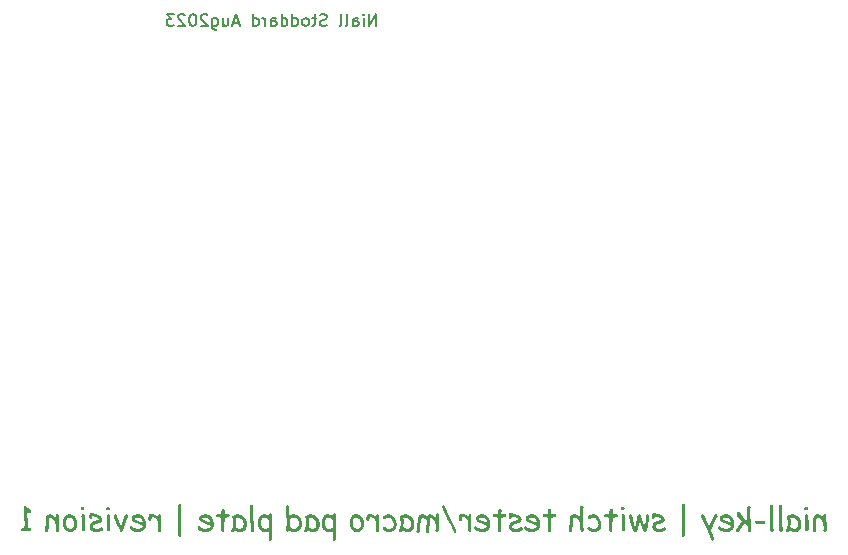
<source format=gbr>
%TF.GenerationSoftware,KiCad,Pcbnew,7.0.5*%
%TF.CreationDate,2023-08-18T22:00:11-06:00*%
%TF.ProjectId,switch_tester_macro_pad_plate,73776974-6368-45f7-9465-737465725f6d,rev?*%
%TF.SameCoordinates,Original*%
%TF.FileFunction,Legend,Bot*%
%TF.FilePolarity,Positive*%
%FSLAX46Y46*%
G04 Gerber Fmt 4.6, Leading zero omitted, Abs format (unit mm)*
G04 Created by KiCad (PCBNEW 7.0.5) date 2023-08-18 22:00:11*
%MOMM*%
%LPD*%
G01*
G04 APERTURE LIST*
%ADD10C,0.150000*%
G04 APERTURE END LIST*
D10*
X71163220Y-30369819D02*
X71163220Y-29369819D01*
X71163220Y-29369819D02*
X70591792Y-30369819D01*
X70591792Y-30369819D02*
X70591792Y-29369819D01*
X70115601Y-30369819D02*
X70115601Y-29703152D01*
X70115601Y-29369819D02*
X70163220Y-29417438D01*
X70163220Y-29417438D02*
X70115601Y-29465057D01*
X70115601Y-29465057D02*
X70067982Y-29417438D01*
X70067982Y-29417438D02*
X70115601Y-29369819D01*
X70115601Y-29369819D02*
X70115601Y-29465057D01*
X69210840Y-30369819D02*
X69210840Y-29846009D01*
X69210840Y-29846009D02*
X69258459Y-29750771D01*
X69258459Y-29750771D02*
X69353697Y-29703152D01*
X69353697Y-29703152D02*
X69544173Y-29703152D01*
X69544173Y-29703152D02*
X69639411Y-29750771D01*
X69210840Y-30322200D02*
X69306078Y-30369819D01*
X69306078Y-30369819D02*
X69544173Y-30369819D01*
X69544173Y-30369819D02*
X69639411Y-30322200D01*
X69639411Y-30322200D02*
X69687030Y-30226961D01*
X69687030Y-30226961D02*
X69687030Y-30131723D01*
X69687030Y-30131723D02*
X69639411Y-30036485D01*
X69639411Y-30036485D02*
X69544173Y-29988866D01*
X69544173Y-29988866D02*
X69306078Y-29988866D01*
X69306078Y-29988866D02*
X69210840Y-29941247D01*
X68591792Y-30369819D02*
X68687030Y-30322200D01*
X68687030Y-30322200D02*
X68734649Y-30226961D01*
X68734649Y-30226961D02*
X68734649Y-29369819D01*
X68067982Y-30369819D02*
X68163220Y-30322200D01*
X68163220Y-30322200D02*
X68210839Y-30226961D01*
X68210839Y-30226961D02*
X68210839Y-29369819D01*
X66972743Y-30322200D02*
X66829886Y-30369819D01*
X66829886Y-30369819D02*
X66591791Y-30369819D01*
X66591791Y-30369819D02*
X66496553Y-30322200D01*
X66496553Y-30322200D02*
X66448934Y-30274580D01*
X66448934Y-30274580D02*
X66401315Y-30179342D01*
X66401315Y-30179342D02*
X66401315Y-30084104D01*
X66401315Y-30084104D02*
X66448934Y-29988866D01*
X66448934Y-29988866D02*
X66496553Y-29941247D01*
X66496553Y-29941247D02*
X66591791Y-29893628D01*
X66591791Y-29893628D02*
X66782267Y-29846009D01*
X66782267Y-29846009D02*
X66877505Y-29798390D01*
X66877505Y-29798390D02*
X66925124Y-29750771D01*
X66925124Y-29750771D02*
X66972743Y-29655533D01*
X66972743Y-29655533D02*
X66972743Y-29560295D01*
X66972743Y-29560295D02*
X66925124Y-29465057D01*
X66925124Y-29465057D02*
X66877505Y-29417438D01*
X66877505Y-29417438D02*
X66782267Y-29369819D01*
X66782267Y-29369819D02*
X66544172Y-29369819D01*
X66544172Y-29369819D02*
X66401315Y-29417438D01*
X66115600Y-29703152D02*
X65734648Y-29703152D01*
X65972743Y-29369819D02*
X65972743Y-30226961D01*
X65972743Y-30226961D02*
X65925124Y-30322200D01*
X65925124Y-30322200D02*
X65829886Y-30369819D01*
X65829886Y-30369819D02*
X65734648Y-30369819D01*
X65258457Y-30369819D02*
X65353695Y-30322200D01*
X65353695Y-30322200D02*
X65401314Y-30274580D01*
X65401314Y-30274580D02*
X65448933Y-30179342D01*
X65448933Y-30179342D02*
X65448933Y-29893628D01*
X65448933Y-29893628D02*
X65401314Y-29798390D01*
X65401314Y-29798390D02*
X65353695Y-29750771D01*
X65353695Y-29750771D02*
X65258457Y-29703152D01*
X65258457Y-29703152D02*
X65115600Y-29703152D01*
X65115600Y-29703152D02*
X65020362Y-29750771D01*
X65020362Y-29750771D02*
X64972743Y-29798390D01*
X64972743Y-29798390D02*
X64925124Y-29893628D01*
X64925124Y-29893628D02*
X64925124Y-30179342D01*
X64925124Y-30179342D02*
X64972743Y-30274580D01*
X64972743Y-30274580D02*
X65020362Y-30322200D01*
X65020362Y-30322200D02*
X65115600Y-30369819D01*
X65115600Y-30369819D02*
X65258457Y-30369819D01*
X64067981Y-30369819D02*
X64067981Y-29369819D01*
X64067981Y-30322200D02*
X64163219Y-30369819D01*
X64163219Y-30369819D02*
X64353695Y-30369819D01*
X64353695Y-30369819D02*
X64448933Y-30322200D01*
X64448933Y-30322200D02*
X64496552Y-30274580D01*
X64496552Y-30274580D02*
X64544171Y-30179342D01*
X64544171Y-30179342D02*
X64544171Y-29893628D01*
X64544171Y-29893628D02*
X64496552Y-29798390D01*
X64496552Y-29798390D02*
X64448933Y-29750771D01*
X64448933Y-29750771D02*
X64353695Y-29703152D01*
X64353695Y-29703152D02*
X64163219Y-29703152D01*
X64163219Y-29703152D02*
X64067981Y-29750771D01*
X63163219Y-30369819D02*
X63163219Y-29369819D01*
X63163219Y-30322200D02*
X63258457Y-30369819D01*
X63258457Y-30369819D02*
X63448933Y-30369819D01*
X63448933Y-30369819D02*
X63544171Y-30322200D01*
X63544171Y-30322200D02*
X63591790Y-30274580D01*
X63591790Y-30274580D02*
X63639409Y-30179342D01*
X63639409Y-30179342D02*
X63639409Y-29893628D01*
X63639409Y-29893628D02*
X63591790Y-29798390D01*
X63591790Y-29798390D02*
X63544171Y-29750771D01*
X63544171Y-29750771D02*
X63448933Y-29703152D01*
X63448933Y-29703152D02*
X63258457Y-29703152D01*
X63258457Y-29703152D02*
X63163219Y-29750771D01*
X62258457Y-30369819D02*
X62258457Y-29846009D01*
X62258457Y-29846009D02*
X62306076Y-29750771D01*
X62306076Y-29750771D02*
X62401314Y-29703152D01*
X62401314Y-29703152D02*
X62591790Y-29703152D01*
X62591790Y-29703152D02*
X62687028Y-29750771D01*
X62258457Y-30322200D02*
X62353695Y-30369819D01*
X62353695Y-30369819D02*
X62591790Y-30369819D01*
X62591790Y-30369819D02*
X62687028Y-30322200D01*
X62687028Y-30322200D02*
X62734647Y-30226961D01*
X62734647Y-30226961D02*
X62734647Y-30131723D01*
X62734647Y-30131723D02*
X62687028Y-30036485D01*
X62687028Y-30036485D02*
X62591790Y-29988866D01*
X62591790Y-29988866D02*
X62353695Y-29988866D01*
X62353695Y-29988866D02*
X62258457Y-29941247D01*
X61782266Y-30369819D02*
X61782266Y-29703152D01*
X61782266Y-29893628D02*
X61734647Y-29798390D01*
X61734647Y-29798390D02*
X61687028Y-29750771D01*
X61687028Y-29750771D02*
X61591790Y-29703152D01*
X61591790Y-29703152D02*
X61496552Y-29703152D01*
X60734647Y-30369819D02*
X60734647Y-29369819D01*
X60734647Y-30322200D02*
X60829885Y-30369819D01*
X60829885Y-30369819D02*
X61020361Y-30369819D01*
X61020361Y-30369819D02*
X61115599Y-30322200D01*
X61115599Y-30322200D02*
X61163218Y-30274580D01*
X61163218Y-30274580D02*
X61210837Y-30179342D01*
X61210837Y-30179342D02*
X61210837Y-29893628D01*
X61210837Y-29893628D02*
X61163218Y-29798390D01*
X61163218Y-29798390D02*
X61115599Y-29750771D01*
X61115599Y-29750771D02*
X61020361Y-29703152D01*
X61020361Y-29703152D02*
X60829885Y-29703152D01*
X60829885Y-29703152D02*
X60734647Y-29750771D01*
X59544170Y-30084104D02*
X59067980Y-30084104D01*
X59639408Y-30369819D02*
X59306075Y-29369819D01*
X59306075Y-29369819D02*
X58972742Y-30369819D01*
X58210837Y-29703152D02*
X58210837Y-30369819D01*
X58639408Y-29703152D02*
X58639408Y-30226961D01*
X58639408Y-30226961D02*
X58591789Y-30322200D01*
X58591789Y-30322200D02*
X58496551Y-30369819D01*
X58496551Y-30369819D02*
X58353694Y-30369819D01*
X58353694Y-30369819D02*
X58258456Y-30322200D01*
X58258456Y-30322200D02*
X58210837Y-30274580D01*
X57306075Y-29703152D02*
X57306075Y-30512676D01*
X57306075Y-30512676D02*
X57353694Y-30607914D01*
X57353694Y-30607914D02*
X57401313Y-30655533D01*
X57401313Y-30655533D02*
X57496551Y-30703152D01*
X57496551Y-30703152D02*
X57639408Y-30703152D01*
X57639408Y-30703152D02*
X57734646Y-30655533D01*
X57306075Y-30322200D02*
X57401313Y-30369819D01*
X57401313Y-30369819D02*
X57591789Y-30369819D01*
X57591789Y-30369819D02*
X57687027Y-30322200D01*
X57687027Y-30322200D02*
X57734646Y-30274580D01*
X57734646Y-30274580D02*
X57782265Y-30179342D01*
X57782265Y-30179342D02*
X57782265Y-29893628D01*
X57782265Y-29893628D02*
X57734646Y-29798390D01*
X57734646Y-29798390D02*
X57687027Y-29750771D01*
X57687027Y-29750771D02*
X57591789Y-29703152D01*
X57591789Y-29703152D02*
X57401313Y-29703152D01*
X57401313Y-29703152D02*
X57306075Y-29750771D01*
X56877503Y-29465057D02*
X56829884Y-29417438D01*
X56829884Y-29417438D02*
X56734646Y-29369819D01*
X56734646Y-29369819D02*
X56496551Y-29369819D01*
X56496551Y-29369819D02*
X56401313Y-29417438D01*
X56401313Y-29417438D02*
X56353694Y-29465057D01*
X56353694Y-29465057D02*
X56306075Y-29560295D01*
X56306075Y-29560295D02*
X56306075Y-29655533D01*
X56306075Y-29655533D02*
X56353694Y-29798390D01*
X56353694Y-29798390D02*
X56925122Y-30369819D01*
X56925122Y-30369819D02*
X56306075Y-30369819D01*
X55687027Y-29369819D02*
X55591789Y-29369819D01*
X55591789Y-29369819D02*
X55496551Y-29417438D01*
X55496551Y-29417438D02*
X55448932Y-29465057D01*
X55448932Y-29465057D02*
X55401313Y-29560295D01*
X55401313Y-29560295D02*
X55353694Y-29750771D01*
X55353694Y-29750771D02*
X55353694Y-29988866D01*
X55353694Y-29988866D02*
X55401313Y-30179342D01*
X55401313Y-30179342D02*
X55448932Y-30274580D01*
X55448932Y-30274580D02*
X55496551Y-30322200D01*
X55496551Y-30322200D02*
X55591789Y-30369819D01*
X55591789Y-30369819D02*
X55687027Y-30369819D01*
X55687027Y-30369819D02*
X55782265Y-30322200D01*
X55782265Y-30322200D02*
X55829884Y-30274580D01*
X55829884Y-30274580D02*
X55877503Y-30179342D01*
X55877503Y-30179342D02*
X55925122Y-29988866D01*
X55925122Y-29988866D02*
X55925122Y-29750771D01*
X55925122Y-29750771D02*
X55877503Y-29560295D01*
X55877503Y-29560295D02*
X55829884Y-29465057D01*
X55829884Y-29465057D02*
X55782265Y-29417438D01*
X55782265Y-29417438D02*
X55687027Y-29369819D01*
X54972741Y-29465057D02*
X54925122Y-29417438D01*
X54925122Y-29417438D02*
X54829884Y-29369819D01*
X54829884Y-29369819D02*
X54591789Y-29369819D01*
X54591789Y-29369819D02*
X54496551Y-29417438D01*
X54496551Y-29417438D02*
X54448932Y-29465057D01*
X54448932Y-29465057D02*
X54401313Y-29560295D01*
X54401313Y-29560295D02*
X54401313Y-29655533D01*
X54401313Y-29655533D02*
X54448932Y-29798390D01*
X54448932Y-29798390D02*
X55020360Y-30369819D01*
X55020360Y-30369819D02*
X54401313Y-30369819D01*
X54067979Y-29369819D02*
X53448932Y-29369819D01*
X53448932Y-29369819D02*
X53782265Y-29750771D01*
X53782265Y-29750771D02*
X53639408Y-29750771D01*
X53639408Y-29750771D02*
X53544170Y-29798390D01*
X53544170Y-29798390D02*
X53496551Y-29846009D01*
X53496551Y-29846009D02*
X53448932Y-29941247D01*
X53448932Y-29941247D02*
X53448932Y-30179342D01*
X53448932Y-30179342D02*
X53496551Y-30274580D01*
X53496551Y-30274580D02*
X53544170Y-30322200D01*
X53544170Y-30322200D02*
X53639408Y-30369819D01*
X53639408Y-30369819D02*
X53925122Y-30369819D01*
X53925122Y-30369819D02*
X54020360Y-30322200D01*
X54020360Y-30322200D02*
X54067979Y-30274580D01*
G36*
X108255338Y-73222526D02*
G01*
X108276597Y-73221452D01*
X108296044Y-73218232D01*
X108319156Y-73210600D01*
X108339046Y-73199151D01*
X108355716Y-73183886D01*
X108369165Y-73164804D01*
X108379392Y-73141906D01*
X108384949Y-73122229D01*
X108388695Y-73100404D01*
X108427285Y-72815617D01*
X108430690Y-72787300D01*
X108433759Y-72759317D01*
X108436494Y-72731670D01*
X108438894Y-72704357D01*
X108440959Y-72677379D01*
X108442689Y-72650736D01*
X108444085Y-72624428D01*
X108445145Y-72598455D01*
X108445871Y-72572816D01*
X108446261Y-72547513D01*
X108446336Y-72530830D01*
X108446031Y-72509581D01*
X108445401Y-72489477D01*
X108444428Y-72465800D01*
X108443354Y-72443341D01*
X108442324Y-72423588D01*
X108441451Y-72407732D01*
X108440306Y-72386673D01*
X108439090Y-72362604D01*
X108438112Y-72341040D01*
X108437253Y-72318468D01*
X108436685Y-72296693D01*
X108436566Y-72284145D01*
X108436995Y-72250132D01*
X108438283Y-72218314D01*
X108440430Y-72188690D01*
X108443435Y-72161260D01*
X108447299Y-72136025D01*
X108452022Y-72112984D01*
X108457603Y-72092137D01*
X108464043Y-72073485D01*
X108475313Y-72049621D01*
X108488515Y-72030695D01*
X108503649Y-72016706D01*
X108526833Y-72005734D01*
X108546475Y-72003265D01*
X108575206Y-72004824D01*
X108603697Y-72009499D01*
X108631947Y-72017292D01*
X108650647Y-72024218D01*
X108669240Y-72032530D01*
X108687726Y-72042227D01*
X108706105Y-72053310D01*
X108724378Y-72065778D01*
X108742543Y-72079631D01*
X108760602Y-72094869D01*
X108778554Y-72111493D01*
X108796399Y-72129502D01*
X108814137Y-72148897D01*
X108831768Y-72169676D01*
X108840544Y-72180586D01*
X108856143Y-72201070D01*
X108871311Y-72222221D01*
X108886047Y-72244041D01*
X108900353Y-72266529D01*
X108914227Y-72289684D01*
X108927670Y-72313507D01*
X108940681Y-72337998D01*
X108953262Y-72363157D01*
X108965411Y-72388984D01*
X108977129Y-72415479D01*
X108988416Y-72442641D01*
X108999271Y-72470471D01*
X109009695Y-72498970D01*
X109019688Y-72528136D01*
X109029250Y-72557970D01*
X109038381Y-72588471D01*
X109039554Y-72608833D01*
X109041243Y-72631084D01*
X109043044Y-72651069D01*
X109045202Y-72672367D01*
X109047719Y-72694976D01*
X109050593Y-72718897D01*
X109052985Y-72739562D01*
X109054972Y-72760037D01*
X109056553Y-72780320D01*
X109057729Y-72800413D01*
X109058500Y-72820315D01*
X109058864Y-72840026D01*
X109058897Y-72847857D01*
X109058378Y-72870389D01*
X109057307Y-72890573D01*
X109055653Y-72913574D01*
X109053828Y-72934893D01*
X109051598Y-72958167D01*
X109050593Y-72968025D01*
X109048200Y-72992070D01*
X109046213Y-73014135D01*
X109044632Y-73034221D01*
X109043270Y-73055710D01*
X109042418Y-73077178D01*
X109042288Y-73087704D01*
X109043628Y-73109428D01*
X109047646Y-73129538D01*
X109054344Y-73148034D01*
X109065544Y-73167572D01*
X109080390Y-73184912D01*
X109095251Y-73197695D01*
X109114498Y-73209265D01*
X109135803Y-73217236D01*
X109155701Y-73221203D01*
X109177110Y-73222526D01*
X109199001Y-73221203D01*
X109219242Y-73217236D01*
X109237835Y-73210625D01*
X109257443Y-73199568D01*
X109274808Y-73184912D01*
X109289083Y-73167358D01*
X109299852Y-73147606D01*
X109306292Y-73128927D01*
X109310156Y-73108634D01*
X109311444Y-73086727D01*
X109312024Y-73064165D01*
X109313221Y-73043917D01*
X109315070Y-73020819D01*
X109317109Y-72999393D01*
X109319601Y-72975987D01*
X109320725Y-72966071D01*
X109322786Y-72946547D01*
X109324976Y-72923902D01*
X109326736Y-72903212D01*
X109328282Y-72880967D01*
X109329303Y-72858574D01*
X109329518Y-72844926D01*
X109329346Y-72818066D01*
X109328831Y-72789325D01*
X109328297Y-72769119D01*
X109327610Y-72748078D01*
X109326770Y-72726201D01*
X109325778Y-72703489D01*
X109324633Y-72679940D01*
X109323336Y-72655556D01*
X109321885Y-72630336D01*
X109320283Y-72604280D01*
X109318527Y-72577389D01*
X109316619Y-72549661D01*
X109314558Y-72521098D01*
X109312345Y-72491700D01*
X109309979Y-72461465D01*
X109307553Y-72431228D01*
X109305285Y-72401824D01*
X109303172Y-72373251D01*
X109301216Y-72345511D01*
X109299417Y-72318602D01*
X109297774Y-72292525D01*
X109296288Y-72267280D01*
X109294958Y-72242868D01*
X109293784Y-72219287D01*
X109292767Y-72196538D01*
X109291907Y-72174621D01*
X109291202Y-72153536D01*
X109290655Y-72133283D01*
X109290127Y-72104463D01*
X109289951Y-72077515D01*
X109290184Y-72056722D01*
X109290757Y-72035736D01*
X109291496Y-72016018D01*
X109292474Y-71994272D01*
X109293691Y-71970499D01*
X109294836Y-71950020D01*
X109295866Y-71929542D01*
X109296961Y-71905769D01*
X109297841Y-71884023D01*
X109298506Y-71864305D01*
X109299022Y-71843319D01*
X109299232Y-71822526D01*
X109297858Y-71801483D01*
X109293736Y-71781951D01*
X109285455Y-71761074D01*
X109273434Y-71742254D01*
X109260153Y-71727759D01*
X109244846Y-71715143D01*
X109225338Y-71703723D01*
X109204053Y-71695855D01*
X109184396Y-71691940D01*
X109163433Y-71690635D01*
X109140711Y-71692227D01*
X109119990Y-71697006D01*
X109101270Y-71704970D01*
X109084550Y-71716120D01*
X109069831Y-71730455D01*
X109057113Y-71747976D01*
X109046395Y-71768683D01*
X109037678Y-71792575D01*
X109030962Y-71819653D01*
X109027596Y-71839475D01*
X109025119Y-71860713D01*
X109024214Y-71871863D01*
X109020307Y-72034528D01*
X109005884Y-72015294D01*
X108991436Y-71996671D01*
X108976964Y-71978658D01*
X108962467Y-71961256D01*
X108947945Y-71944464D01*
X108933398Y-71928283D01*
X108918827Y-71912712D01*
X108904230Y-71897752D01*
X108889609Y-71883403D01*
X108874963Y-71869665D01*
X108860292Y-71856536D01*
X108830876Y-71832112D01*
X108801361Y-71810130D01*
X108771747Y-71790591D01*
X108742033Y-71773494D01*
X108712220Y-71758839D01*
X108682308Y-71746627D01*
X108652297Y-71736857D01*
X108622186Y-71729530D01*
X108591976Y-71724645D01*
X108561667Y-71722203D01*
X108546475Y-71721898D01*
X108519519Y-71722623D01*
X108493604Y-71724798D01*
X108468732Y-71728423D01*
X108444901Y-71733499D01*
X108422112Y-71740025D01*
X108400365Y-71748001D01*
X108379659Y-71757427D01*
X108359996Y-71768304D01*
X108341374Y-71780630D01*
X108323795Y-71794407D01*
X108307257Y-71809634D01*
X108291761Y-71826311D01*
X108277306Y-71844439D01*
X108263894Y-71864016D01*
X108251524Y-71885044D01*
X108240195Y-71907522D01*
X108229585Y-71931738D01*
X108219919Y-71958040D01*
X108214000Y-71976734D01*
X108208501Y-71996356D01*
X108203421Y-72016905D01*
X108198761Y-72038381D01*
X108194521Y-72060785D01*
X108190701Y-72084115D01*
X108187301Y-72108374D01*
X108184321Y-72133559D01*
X108181760Y-72159672D01*
X108179619Y-72186713D01*
X108177898Y-72214680D01*
X108176596Y-72243576D01*
X108175715Y-72273398D01*
X108175715Y-72406266D01*
X108177180Y-72528876D01*
X108176923Y-72549951D01*
X108176150Y-72572141D01*
X108174862Y-72595448D01*
X108173059Y-72619872D01*
X108170740Y-72645411D01*
X108167907Y-72672067D01*
X108164558Y-72699839D01*
X108160694Y-72728728D01*
X108157832Y-72748607D01*
X108154740Y-72768982D01*
X108151420Y-72789853D01*
X108147871Y-72811221D01*
X108144263Y-72832582D01*
X108140887Y-72853437D01*
X108137745Y-72873783D01*
X108134835Y-72893622D01*
X108130906Y-72922429D01*
X108127502Y-72950094D01*
X108124621Y-72976617D01*
X108122264Y-73001997D01*
X108120431Y-73026236D01*
X108119121Y-73049333D01*
X108118335Y-73071287D01*
X108118073Y-73092100D01*
X108119447Y-73113126D01*
X108123569Y-73132606D01*
X108131850Y-73153380D01*
X108143872Y-73172049D01*
X108157152Y-73186378D01*
X108172511Y-73198662D01*
X108192209Y-73209782D01*
X108210619Y-73216560D01*
X108230437Y-73220796D01*
X108251663Y-73222490D01*
X108255338Y-73222526D01*
G37*
G36*
X107581228Y-71378004D02*
G01*
X107601406Y-71377002D01*
X107620726Y-71373997D01*
X107642777Y-71367745D01*
X107663591Y-71358609D01*
X107683169Y-71346588D01*
X107695533Y-71336971D01*
X107711802Y-71320817D01*
X107724705Y-71303494D01*
X107734242Y-71285004D01*
X107740413Y-71265347D01*
X107743218Y-71244521D01*
X107743405Y-71237320D01*
X107741722Y-71216122D01*
X107736673Y-71196127D01*
X107728258Y-71177333D01*
X107716477Y-71159742D01*
X107701330Y-71143353D01*
X107695533Y-71138157D01*
X107679991Y-71126196D01*
X107660208Y-71114518D01*
X107639188Y-71105759D01*
X107616931Y-71099920D01*
X107597439Y-71097285D01*
X107581228Y-71096636D01*
X107561073Y-71097650D01*
X107538084Y-71101542D01*
X107516399Y-71108354D01*
X107496020Y-71118086D01*
X107476946Y-71130737D01*
X107467899Y-71138157D01*
X107451796Y-71154146D01*
X107439025Y-71171336D01*
X107429585Y-71189729D01*
X107423477Y-71209323D01*
X107420701Y-71230120D01*
X107420516Y-71237320D01*
X107422182Y-71258535D01*
X107427179Y-71278582D01*
X107435508Y-71297461D01*
X107447169Y-71315172D01*
X107462161Y-71331716D01*
X107467899Y-71336971D01*
X107486320Y-71350916D01*
X107506047Y-71361975D01*
X107527078Y-71370150D01*
X107549415Y-71375439D01*
X107569026Y-71377643D01*
X107581228Y-71378004D01*
G37*
G36*
X107519190Y-72518618D02*
G01*
X107519121Y-72540806D01*
X107518915Y-72565604D01*
X107518671Y-72585916D01*
X107518349Y-72607696D01*
X107517949Y-72630944D01*
X107517473Y-72655661D01*
X107516919Y-72681846D01*
X107516288Y-72709499D01*
X107515579Y-72738621D01*
X107515064Y-72758851D01*
X107514794Y-72769211D01*
X107514202Y-72789769D01*
X107513649Y-72809679D01*
X107512890Y-72838327D01*
X107512218Y-72865515D01*
X107511631Y-72891244D01*
X107511130Y-72915512D01*
X107510715Y-72938321D01*
X107510386Y-72959671D01*
X107510143Y-72979560D01*
X107509952Y-73003809D01*
X107509909Y-73020293D01*
X107511214Y-73042584D01*
X107515129Y-73063295D01*
X107521655Y-73082426D01*
X107530792Y-73099977D01*
X107542538Y-73115948D01*
X107547034Y-73120921D01*
X107561780Y-73134201D01*
X107581067Y-73146223D01*
X107599386Y-73153550D01*
X107619352Y-73158130D01*
X107640968Y-73159961D01*
X107644731Y-73160000D01*
X107665991Y-73158626D01*
X107685809Y-73154504D01*
X107704185Y-73147635D01*
X107723800Y-73136148D01*
X107739050Y-73123325D01*
X107741451Y-73120921D01*
X107754234Y-73105476D01*
X107764372Y-73088452D01*
X107771865Y-73069847D01*
X107776714Y-73049663D01*
X107778917Y-73027898D01*
X107779064Y-73020293D01*
X107779141Y-72997990D01*
X107779370Y-72973093D01*
X107779642Y-72952717D01*
X107779999Y-72930881D01*
X107780443Y-72907585D01*
X107780973Y-72882830D01*
X107781588Y-72856615D01*
X107782289Y-72828940D01*
X107783076Y-72799805D01*
X107783649Y-72779571D01*
X107783949Y-72769211D01*
X107784541Y-72748654D01*
X107785094Y-72728751D01*
X107785853Y-72700118D01*
X107786525Y-72672954D01*
X107787112Y-72647259D01*
X107787613Y-72623032D01*
X107788028Y-72600273D01*
X107788357Y-72578982D01*
X107788600Y-72559160D01*
X107788791Y-72535014D01*
X107788834Y-72518618D01*
X107788714Y-72493409D01*
X107788353Y-72467058D01*
X107787752Y-72439565D01*
X107786911Y-72410930D01*
X107786216Y-72391205D01*
X107785415Y-72370973D01*
X107784506Y-72350233D01*
X107783491Y-72328986D01*
X107782369Y-72307231D01*
X107781140Y-72284969D01*
X107779805Y-72262199D01*
X107778362Y-72238922D01*
X107776813Y-72215137D01*
X107775157Y-72190844D01*
X107773441Y-72166551D01*
X107771836Y-72142766D01*
X107770342Y-72119489D01*
X107768959Y-72096719D01*
X107767686Y-72074456D01*
X107766524Y-72052702D01*
X107765473Y-72031454D01*
X107764532Y-72010715D01*
X107763702Y-71990483D01*
X107762983Y-71970758D01*
X107762111Y-71942123D01*
X107761488Y-71914630D01*
X107761115Y-71888279D01*
X107760990Y-71863070D01*
X107759668Y-71840281D01*
X107755701Y-71819175D01*
X107749089Y-71799752D01*
X107739833Y-71782012D01*
X107727932Y-71765955D01*
X107723377Y-71760976D01*
X107708368Y-71747696D01*
X107689033Y-71735674D01*
X107670898Y-71728347D01*
X107651321Y-71723768D01*
X107630300Y-71721936D01*
X107626657Y-71721898D01*
X107605247Y-71723271D01*
X107585349Y-71727393D01*
X107566962Y-71734262D01*
X107547421Y-71745749D01*
X107532309Y-71758572D01*
X107529937Y-71760976D01*
X107516988Y-71776473D01*
X107506718Y-71793652D01*
X107499128Y-71812514D01*
X107494216Y-71833059D01*
X107491984Y-71855287D01*
X107491835Y-71863070D01*
X107491955Y-71888279D01*
X107492316Y-71914630D01*
X107492917Y-71942123D01*
X107493758Y-71970758D01*
X107494453Y-71990483D01*
X107495254Y-72010715D01*
X107496162Y-72031454D01*
X107497178Y-72052702D01*
X107498300Y-72074456D01*
X107499528Y-72096719D01*
X107500864Y-72119489D01*
X107502307Y-72142766D01*
X107503856Y-72166551D01*
X107505512Y-72190844D01*
X107507169Y-72215137D01*
X107508718Y-72238922D01*
X107510161Y-72262199D01*
X107511496Y-72284969D01*
X107512725Y-72307231D01*
X107513847Y-72328986D01*
X107514862Y-72350233D01*
X107515771Y-72370973D01*
X107516572Y-72391205D01*
X107517267Y-72410930D01*
X107518108Y-72439565D01*
X107518709Y-72467058D01*
X107519070Y-72493409D01*
X107519190Y-72518618D01*
G37*
G36*
X106425689Y-71722127D02*
G01*
X106464688Y-71723963D01*
X106502996Y-71727634D01*
X106540613Y-71733141D01*
X106577540Y-71740483D01*
X106613776Y-71749662D01*
X106649321Y-71760675D01*
X106684175Y-71773525D01*
X106718338Y-71788210D01*
X106751811Y-71804731D01*
X106784593Y-71823087D01*
X106816684Y-71843279D01*
X106848085Y-71865307D01*
X106878794Y-71889170D01*
X106893890Y-71901790D01*
X106908813Y-71914869D01*
X106923564Y-71928407D01*
X106938142Y-71942404D01*
X106952547Y-71956859D01*
X106966612Y-71971638D01*
X106980230Y-71986605D01*
X106993402Y-72001760D01*
X107006127Y-72017103D01*
X107018406Y-72032634D01*
X107030239Y-72048353D01*
X107052564Y-72080355D01*
X107073103Y-72113108D01*
X107091857Y-72146613D01*
X107108824Y-72180870D01*
X107124005Y-72215879D01*
X107137400Y-72251639D01*
X107149009Y-72288152D01*
X107158833Y-72325416D01*
X107166870Y-72363432D01*
X107170219Y-72382722D01*
X107173121Y-72402200D01*
X107175577Y-72421866D01*
X107177586Y-72441719D01*
X107179149Y-72461761D01*
X107180265Y-72481991D01*
X107180935Y-72502409D01*
X107181158Y-72523014D01*
X107181022Y-72544698D01*
X107180616Y-72566030D01*
X107179939Y-72587009D01*
X107178990Y-72607637D01*
X107177771Y-72627912D01*
X107176281Y-72647836D01*
X107172487Y-72686626D01*
X107167610Y-72724009D01*
X107161649Y-72759983D01*
X107154604Y-72794549D01*
X107146475Y-72827707D01*
X107137263Y-72859457D01*
X107126967Y-72889798D01*
X107115586Y-72918731D01*
X107103122Y-72946256D01*
X107089574Y-72972373D01*
X107074943Y-72997082D01*
X107059227Y-73020382D01*
X107042428Y-73042274D01*
X107023367Y-73064102D01*
X107002945Y-73084521D01*
X106981159Y-73103532D01*
X106958012Y-73121134D01*
X106933501Y-73137329D01*
X106907629Y-73152115D01*
X106880394Y-73165493D01*
X106851796Y-73177463D01*
X106821837Y-73188024D01*
X106790514Y-73197178D01*
X106757830Y-73204923D01*
X106723783Y-73211260D01*
X106688373Y-73216189D01*
X106651601Y-73219709D01*
X106613467Y-73221822D01*
X106593889Y-73222350D01*
X106573970Y-73222526D01*
X106556606Y-73221907D01*
X106533463Y-73219396D01*
X106513797Y-73215996D01*
X106493109Y-73211359D01*
X106471398Y-73205485D01*
X106448665Y-73198376D01*
X106424908Y-73190029D01*
X106406420Y-73182958D01*
X106393719Y-73177865D01*
X106374210Y-73169675D01*
X106354152Y-73160824D01*
X106333544Y-73151311D01*
X106312386Y-73141137D01*
X106290679Y-73130303D01*
X106268422Y-73118806D01*
X106245616Y-73106649D01*
X106222260Y-73093831D01*
X106198355Y-73080351D01*
X106173900Y-73066210D01*
X106163673Y-73082596D01*
X106151919Y-73099698D01*
X106138638Y-73117516D01*
X106123831Y-73136048D01*
X106110886Y-73151390D01*
X106096964Y-73167189D01*
X106082065Y-73183447D01*
X106073623Y-73191965D01*
X106057748Y-73207352D01*
X106043215Y-73220541D01*
X106026939Y-73233936D01*
X106007678Y-73246919D01*
X105987299Y-73253789D01*
X105974789Y-73253224D01*
X105953815Y-73249517D01*
X105934010Y-73242351D01*
X105915374Y-73231726D01*
X105897906Y-73217641D01*
X105886789Y-73206020D01*
X105874390Y-73188148D01*
X105865685Y-73168407D01*
X105860672Y-73146795D01*
X105859316Y-73126782D01*
X105867620Y-73103335D01*
X105874179Y-73088795D01*
X105882320Y-73070362D01*
X105891001Y-73049960D01*
X105898883Y-73030062D01*
X105907750Y-73007762D01*
X105916156Y-72986412D01*
X105924099Y-72966012D01*
X105931581Y-72946562D01*
X105941938Y-72919169D01*
X105951256Y-72893914D01*
X105959535Y-72870797D01*
X105966775Y-72849819D01*
X105972976Y-72830978D01*
X105979628Y-72809183D01*
X105981647Y-72801451D01*
X106228611Y-72801451D01*
X106239628Y-72810240D01*
X106255568Y-72822722D01*
X106275726Y-72838056D01*
X106294632Y-72851894D01*
X106312286Y-72864236D01*
X106328688Y-72875082D01*
X106347431Y-72886535D01*
X106367341Y-72897194D01*
X106373120Y-72899899D01*
X106397017Y-72909860D01*
X106415762Y-72916428D01*
X106435211Y-72922224D01*
X106455364Y-72927248D01*
X106476221Y-72931498D01*
X106497782Y-72934976D01*
X106520047Y-72937680D01*
X106543016Y-72939612D01*
X106566690Y-72940772D01*
X106591067Y-72941158D01*
X106610721Y-72940755D01*
X106639028Y-72938642D01*
X106665928Y-72934716D01*
X106691419Y-72928979D01*
X106715501Y-72921430D01*
X106738176Y-72912069D01*
X106759442Y-72900896D01*
X106779300Y-72887912D01*
X106797750Y-72873115D01*
X106814792Y-72856507D01*
X106830425Y-72838087D01*
X106840067Y-72824801D01*
X106853363Y-72803362D01*
X106865260Y-72780110D01*
X106875758Y-72755047D01*
X106884855Y-72728172D01*
X106890143Y-72709249D01*
X106894808Y-72689521D01*
X106898851Y-72668987D01*
X106902273Y-72647649D01*
X106905072Y-72625505D01*
X106907249Y-72602555D01*
X106908804Y-72578801D01*
X106909737Y-72554241D01*
X106910048Y-72528876D01*
X106909445Y-72503116D01*
X106907636Y-72477738D01*
X106904622Y-72452741D01*
X106900401Y-72428126D01*
X106894974Y-72403892D01*
X106888341Y-72380040D01*
X106880503Y-72356570D01*
X106871458Y-72333482D01*
X106861207Y-72310775D01*
X106849751Y-72288449D01*
X106837088Y-72266506D01*
X106823220Y-72244944D01*
X106808146Y-72223763D01*
X106791865Y-72202964D01*
X106774379Y-72182547D01*
X106755687Y-72162512D01*
X106736104Y-72143228D01*
X106716066Y-72125188D01*
X106695575Y-72108393D01*
X106674629Y-72092841D01*
X106653229Y-72078534D01*
X106631375Y-72065471D01*
X106609067Y-72053652D01*
X106586304Y-72043077D01*
X106563088Y-72033746D01*
X106539417Y-72025659D01*
X106515293Y-72018817D01*
X106490714Y-72013218D01*
X106465681Y-72008864D01*
X106440194Y-72005754D01*
X106414253Y-72003887D01*
X106387857Y-72003265D01*
X106369379Y-72004845D01*
X106348940Y-72009069D01*
X106329727Y-72014501D01*
X106320355Y-72017508D01*
X106300327Y-72024713D01*
X106281400Y-72032320D01*
X106261164Y-72041142D01*
X106242777Y-72049672D01*
X106244639Y-72058615D01*
X106249028Y-72080690D01*
X106253035Y-72102359D01*
X106256661Y-72123623D01*
X106259904Y-72144482D01*
X106262767Y-72164935D01*
X106265247Y-72184982D01*
X106266135Y-72192884D01*
X106268453Y-72216154D01*
X106270256Y-72238771D01*
X106271544Y-72260735D01*
X106272317Y-72282048D01*
X106272575Y-72302707D01*
X106272403Y-72324061D01*
X106271888Y-72346724D01*
X106271029Y-72370696D01*
X106269827Y-72395977D01*
X106268281Y-72422567D01*
X106266392Y-72450466D01*
X106264160Y-72479674D01*
X106261584Y-72510191D01*
X106258664Y-72542017D01*
X106255401Y-72575152D01*
X106251795Y-72609596D01*
X106247845Y-72645349D01*
X106243552Y-72682411D01*
X106238915Y-72720782D01*
X106236468Y-72740459D01*
X106233935Y-72760462D01*
X106231316Y-72780793D01*
X106228611Y-72801451D01*
X105981647Y-72801451D01*
X105985345Y-72787285D01*
X105988356Y-72774607D01*
X105992486Y-72754532D01*
X105996153Y-72733185D01*
X105999356Y-72710568D01*
X106002095Y-72686680D01*
X106004370Y-72661521D01*
X106006182Y-72635091D01*
X106007530Y-72607391D01*
X106008414Y-72578419D01*
X106008746Y-72558399D01*
X106008872Y-72537814D01*
X106008792Y-72516664D01*
X106008645Y-72493482D01*
X106008449Y-72470830D01*
X106008203Y-72448709D01*
X106007907Y-72427118D01*
X106007561Y-72406058D01*
X106007167Y-72385528D01*
X106006722Y-72365529D01*
X106005962Y-72336525D01*
X106005090Y-72308714D01*
X106004107Y-72282097D01*
X106003012Y-72256673D01*
X106001806Y-72232443D01*
X106000488Y-72209406D01*
X105998971Y-72187467D01*
X105997351Y-72166713D01*
X105995628Y-72147144D01*
X105993170Y-72122896D01*
X105990529Y-72100754D01*
X105987705Y-72080718D01*
X105983918Y-72058636D01*
X105978995Y-72036482D01*
X105970973Y-72027273D01*
X105959961Y-72009675D01*
X105953353Y-71990763D01*
X105951151Y-71970537D01*
X105951333Y-71963730D01*
X105954067Y-71943685D01*
X105960080Y-71924208D01*
X105969374Y-71905297D01*
X105981947Y-71886953D01*
X105997801Y-71869176D01*
X106016935Y-71851966D01*
X106039349Y-71835322D01*
X106056114Y-71824541D01*
X106074337Y-71814012D01*
X106094018Y-71803734D01*
X106115156Y-71793709D01*
X106137752Y-71783935D01*
X106156202Y-71776423D01*
X106183455Y-71766063D01*
X106210201Y-71756794D01*
X106236440Y-71748615D01*
X106262173Y-71741527D01*
X106287399Y-71735529D01*
X106312119Y-71730622D01*
X106336332Y-71726805D01*
X106360038Y-71724079D01*
X106383238Y-71722443D01*
X106405931Y-71721898D01*
X106425689Y-71722127D01*
G37*
G36*
X105278995Y-72061395D02*
G01*
X105299511Y-72757487D01*
X105299605Y-72779184D01*
X105299889Y-72802693D01*
X105300361Y-72828014D01*
X105301022Y-72855146D01*
X105301872Y-72884090D01*
X105302544Y-72904393D01*
X105303300Y-72925501D01*
X105304139Y-72947414D01*
X105305063Y-72970133D01*
X105306070Y-72993656D01*
X105307162Y-73017985D01*
X105308337Y-73043119D01*
X105309597Y-73069059D01*
X105310258Y-73082330D01*
X105313767Y-73107385D01*
X105319165Y-73129975D01*
X105326452Y-73150101D01*
X105335628Y-73167762D01*
X105350802Y-73187477D01*
X105369334Y-73202811D01*
X105391224Y-73213763D01*
X105416473Y-73220335D01*
X105437613Y-73222389D01*
X105445080Y-73222526D01*
X105469174Y-73221272D01*
X105490898Y-73217511D01*
X105510253Y-73211243D01*
X105532372Y-73198985D01*
X105550278Y-73182269D01*
X105563971Y-73161097D01*
X105571475Y-73142292D01*
X105576610Y-73120980D01*
X105579375Y-73097160D01*
X105579902Y-73079888D01*
X105579843Y-73058036D01*
X105579665Y-73034856D01*
X105579369Y-73010347D01*
X105578955Y-72984511D01*
X105578423Y-72957347D01*
X105577772Y-72928854D01*
X105577003Y-72899034D01*
X105576116Y-72867885D01*
X105575110Y-72835408D01*
X105573987Y-72801604D01*
X105572744Y-72766471D01*
X105571384Y-72730010D01*
X105569905Y-72692221D01*
X105568308Y-72653104D01*
X105567465Y-72633047D01*
X105566592Y-72612659D01*
X105565690Y-72591938D01*
X105564759Y-72570886D01*
X105563827Y-72549803D01*
X105562925Y-72529053D01*
X105562053Y-72508637D01*
X105561210Y-72488553D01*
X105560396Y-72468802D01*
X105558858Y-72430300D01*
X105557439Y-72393129D01*
X105556137Y-72357290D01*
X105554954Y-72322783D01*
X105553889Y-72289608D01*
X105552943Y-72257765D01*
X105552115Y-72227254D01*
X105551405Y-72198074D01*
X105550814Y-72170227D01*
X105550340Y-72143711D01*
X105549985Y-72118527D01*
X105549749Y-72094676D01*
X105549630Y-72072156D01*
X105549616Y-72061395D01*
X105549589Y-72033487D01*
X105549509Y-72005082D01*
X105549375Y-71976181D01*
X105549188Y-71946784D01*
X105548948Y-71916891D01*
X105548654Y-71886502D01*
X105548307Y-71855617D01*
X105547906Y-71824235D01*
X105547452Y-71792358D01*
X105546944Y-71759984D01*
X105546383Y-71727114D01*
X105545769Y-71693749D01*
X105545101Y-71659887D01*
X105544380Y-71625529D01*
X105543605Y-71590674D01*
X105542777Y-71555324D01*
X105541949Y-71519974D01*
X105541174Y-71485119D01*
X105540453Y-71450761D01*
X105539785Y-71416899D01*
X105539170Y-71383533D01*
X105538609Y-71350664D01*
X105538102Y-71318290D01*
X105537648Y-71286413D01*
X105537247Y-71255031D01*
X105536900Y-71224146D01*
X105536606Y-71193757D01*
X105536366Y-71163864D01*
X105536179Y-71134467D01*
X105536045Y-71105566D01*
X105535965Y-71077161D01*
X105535938Y-71049253D01*
X105534753Y-71024198D01*
X105531198Y-71001608D01*
X105525273Y-70981483D01*
X105513687Y-70958482D01*
X105497888Y-70939862D01*
X105477875Y-70925623D01*
X105453649Y-70915766D01*
X105432715Y-70911248D01*
X105409411Y-70909194D01*
X105401116Y-70909057D01*
X105376847Y-70910290D01*
X105354966Y-70913986D01*
X105335471Y-70920147D01*
X105313191Y-70932195D01*
X105295156Y-70948624D01*
X105281364Y-70969435D01*
X105273804Y-70987917D01*
X105268632Y-71008864D01*
X105265847Y-71032276D01*
X105265317Y-71049253D01*
X105265344Y-71077161D01*
X105265424Y-71105566D01*
X105265557Y-71134467D01*
X105265744Y-71163864D01*
X105265985Y-71193757D01*
X105266279Y-71224146D01*
X105266626Y-71255031D01*
X105267027Y-71286413D01*
X105267481Y-71318290D01*
X105267988Y-71350664D01*
X105268549Y-71383533D01*
X105269164Y-71416899D01*
X105269832Y-71450761D01*
X105270553Y-71485119D01*
X105271328Y-71519974D01*
X105272156Y-71555324D01*
X105272984Y-71590674D01*
X105273759Y-71625529D01*
X105274480Y-71659887D01*
X105275148Y-71693749D01*
X105275762Y-71727114D01*
X105276323Y-71759984D01*
X105276831Y-71792358D01*
X105277285Y-71824235D01*
X105277686Y-71855617D01*
X105278033Y-71886502D01*
X105278327Y-71916891D01*
X105278567Y-71946784D01*
X105278754Y-71976181D01*
X105278888Y-72005082D01*
X105278968Y-72033487D01*
X105278995Y-72061395D01*
G37*
G36*
X104513049Y-72061395D02*
G01*
X104533565Y-72757487D01*
X104533660Y-72779184D01*
X104533943Y-72802693D01*
X104534416Y-72828014D01*
X104535077Y-72855146D01*
X104535927Y-72884090D01*
X104536598Y-72904393D01*
X104537354Y-72925501D01*
X104538194Y-72947414D01*
X104539117Y-72970133D01*
X104540125Y-72993656D01*
X104541216Y-73017985D01*
X104542392Y-73043119D01*
X104543651Y-73069059D01*
X104544312Y-73082330D01*
X104547821Y-73107385D01*
X104553219Y-73129975D01*
X104560507Y-73150101D01*
X104569683Y-73167762D01*
X104584856Y-73187477D01*
X104603388Y-73202811D01*
X104625279Y-73213763D01*
X104650527Y-73220335D01*
X104671668Y-73222389D01*
X104679134Y-73222526D01*
X104703228Y-73221272D01*
X104724953Y-73217511D01*
X104744307Y-73211243D01*
X104766426Y-73198985D01*
X104784332Y-73182269D01*
X104798025Y-73161097D01*
X104805530Y-73142292D01*
X104810665Y-73120980D01*
X104813430Y-73097160D01*
X104813956Y-73079888D01*
X104813897Y-73058036D01*
X104813720Y-73034856D01*
X104813424Y-73010347D01*
X104813010Y-72984511D01*
X104812477Y-72957347D01*
X104811827Y-72928854D01*
X104811058Y-72899034D01*
X104810170Y-72867885D01*
X104809165Y-72835408D01*
X104808041Y-72801604D01*
X104806799Y-72766471D01*
X104805438Y-72730010D01*
X104803959Y-72692221D01*
X104802362Y-72653104D01*
X104801519Y-72633047D01*
X104800647Y-72612659D01*
X104799745Y-72591938D01*
X104798813Y-72570886D01*
X104797882Y-72549803D01*
X104796979Y-72529053D01*
X104796107Y-72508637D01*
X104795264Y-72488553D01*
X104794451Y-72468802D01*
X104792913Y-72430300D01*
X104791493Y-72393129D01*
X104790192Y-72357290D01*
X104789009Y-72322783D01*
X104787944Y-72289608D01*
X104786997Y-72257765D01*
X104786169Y-72227254D01*
X104785459Y-72198074D01*
X104784868Y-72170227D01*
X104784395Y-72143711D01*
X104784040Y-72118527D01*
X104783803Y-72094676D01*
X104783685Y-72072156D01*
X104783670Y-72061395D01*
X104783643Y-72033487D01*
X104783563Y-72005082D01*
X104783430Y-71976181D01*
X104783243Y-71946784D01*
X104783002Y-71916891D01*
X104782708Y-71886502D01*
X104782361Y-71855617D01*
X104781960Y-71824235D01*
X104781506Y-71792358D01*
X104780999Y-71759984D01*
X104780438Y-71727114D01*
X104779823Y-71693749D01*
X104779155Y-71659887D01*
X104778434Y-71625529D01*
X104777659Y-71590674D01*
X104776831Y-71555324D01*
X104776003Y-71519974D01*
X104775228Y-71485119D01*
X104774507Y-71450761D01*
X104773839Y-71416899D01*
X104773225Y-71383533D01*
X104772664Y-71350664D01*
X104772156Y-71318290D01*
X104771702Y-71286413D01*
X104771302Y-71255031D01*
X104770954Y-71224146D01*
X104770660Y-71193757D01*
X104770420Y-71163864D01*
X104770233Y-71134467D01*
X104770099Y-71105566D01*
X104770019Y-71077161D01*
X104769993Y-71049253D01*
X104768808Y-71024198D01*
X104765253Y-71001608D01*
X104759328Y-70981483D01*
X104747742Y-70958482D01*
X104731942Y-70939862D01*
X104711930Y-70925623D01*
X104687704Y-70915766D01*
X104666769Y-70911248D01*
X104643465Y-70909194D01*
X104635170Y-70909057D01*
X104610902Y-70910290D01*
X104589020Y-70913986D01*
X104569525Y-70920147D01*
X104547246Y-70932195D01*
X104529210Y-70948624D01*
X104515418Y-70969435D01*
X104507859Y-70987917D01*
X104502687Y-71008864D01*
X104499902Y-71032276D01*
X104499371Y-71049253D01*
X104499398Y-71077161D01*
X104499478Y-71105566D01*
X104499612Y-71134467D01*
X104499799Y-71163864D01*
X104500039Y-71193757D01*
X104500333Y-71224146D01*
X104500680Y-71255031D01*
X104501081Y-71286413D01*
X104501535Y-71318290D01*
X104502043Y-71350664D01*
X104502604Y-71383533D01*
X104503218Y-71416899D01*
X104503886Y-71450761D01*
X104504607Y-71485119D01*
X104505382Y-71519974D01*
X104506210Y-71555324D01*
X104507038Y-71590674D01*
X104507813Y-71625529D01*
X104508534Y-71659887D01*
X104509202Y-71693749D01*
X104509817Y-71727114D01*
X104510378Y-71759984D01*
X104510885Y-71792358D01*
X104511339Y-71824235D01*
X104511740Y-71855617D01*
X104512087Y-71886502D01*
X104512381Y-71916891D01*
X104512622Y-71946784D01*
X104512809Y-71976181D01*
X104512942Y-72005082D01*
X104513022Y-72033487D01*
X104513049Y-72061395D01*
G37*
G36*
X103353872Y-72511779D02*
G01*
X103378396Y-72514559D01*
X103405194Y-72517160D01*
X103434267Y-72519581D01*
X103465614Y-72521823D01*
X103499235Y-72523886D01*
X103535131Y-72525770D01*
X103573302Y-72527473D01*
X103593240Y-72528258D01*
X103613747Y-72528998D01*
X103634822Y-72529693D01*
X103656466Y-72530343D01*
X103678679Y-72530949D01*
X103701461Y-72531509D01*
X103724811Y-72532025D01*
X103748729Y-72532496D01*
X103773216Y-72532922D01*
X103798272Y-72533303D01*
X103823897Y-72533639D01*
X103850090Y-72533931D01*
X103876852Y-72534177D01*
X103904182Y-72534379D01*
X103932081Y-72534536D01*
X103960549Y-72534648D01*
X103989585Y-72534715D01*
X104019190Y-72534738D01*
X104039792Y-72533639D01*
X104064110Y-72528754D01*
X104084825Y-72519961D01*
X104101937Y-72507260D01*
X104115446Y-72490652D01*
X104125354Y-72470136D01*
X104131658Y-72445711D01*
X104134022Y-72424829D01*
X104134473Y-72409685D01*
X104133459Y-72387337D01*
X104130420Y-72367187D01*
X104123215Y-72343740D01*
X104112407Y-72324200D01*
X104097996Y-72308569D01*
X104079984Y-72296845D01*
X104058368Y-72289030D01*
X104033150Y-72285122D01*
X104019190Y-72284633D01*
X103997816Y-72284496D01*
X103974545Y-72284084D01*
X103949376Y-72283397D01*
X103922310Y-72282435D01*
X103893345Y-72281198D01*
X103872982Y-72280221D01*
X103851774Y-72279122D01*
X103829724Y-72277901D01*
X103806830Y-72276558D01*
X103783093Y-72275092D01*
X103758512Y-72273505D01*
X103733088Y-72271795D01*
X103706820Y-72269963D01*
X103693370Y-72269002D01*
X103666681Y-72267109D01*
X103640835Y-72265338D01*
X103615832Y-72263689D01*
X103591673Y-72262163D01*
X103568358Y-72260758D01*
X103545886Y-72259476D01*
X103524257Y-72258316D01*
X103503471Y-72257278D01*
X103483529Y-72256362D01*
X103455197Y-72255217D01*
X103428763Y-72254347D01*
X103404227Y-72253752D01*
X103381588Y-72253431D01*
X103367550Y-72253370D01*
X103345726Y-72254503D01*
X103326048Y-72257904D01*
X103303150Y-72265964D01*
X103284069Y-72278054D01*
X103268803Y-72294174D01*
X103257355Y-72314324D01*
X103249722Y-72338504D01*
X103246502Y-72359284D01*
X103245429Y-72382330D01*
X103246382Y-72402891D01*
X103250618Y-72427594D01*
X103258243Y-72449198D01*
X103269257Y-72467703D01*
X103283659Y-72483110D01*
X103301451Y-72495417D01*
X103322631Y-72504626D01*
X103347201Y-72510736D01*
X103353872Y-72511779D01*
G37*
G36*
X101786810Y-73239623D02*
G01*
X101809625Y-73237679D01*
X101830745Y-73231847D01*
X101850173Y-73222127D01*
X101867907Y-73208520D01*
X101883947Y-73191025D01*
X101895560Y-73174229D01*
X101903558Y-73160000D01*
X101912760Y-73142397D01*
X101922533Y-73124393D01*
X101932879Y-73105989D01*
X101943797Y-73087185D01*
X101955288Y-73067979D01*
X101967352Y-73048373D01*
X101979987Y-73028366D01*
X101993196Y-73007958D01*
X102006976Y-72987150D01*
X102021329Y-72965941D01*
X102036255Y-72944331D01*
X102051753Y-72922321D01*
X102067823Y-72899909D01*
X102084466Y-72877098D01*
X102101681Y-72853885D01*
X102119469Y-72830272D01*
X102362735Y-72498101D01*
X102378437Y-72510455D01*
X102395685Y-72523701D01*
X102414478Y-72537840D01*
X102434817Y-72552873D01*
X102456702Y-72568798D01*
X102480132Y-72585617D01*
X102496611Y-72597325D01*
X102513776Y-72609430D01*
X102531629Y-72621933D01*
X102550169Y-72634832D01*
X102569395Y-72648128D01*
X102589308Y-72661820D01*
X102609909Y-72675910D01*
X102611743Y-72702126D01*
X102613458Y-72728262D01*
X102615055Y-72754318D01*
X102616534Y-72780293D01*
X102617894Y-72806189D01*
X102619137Y-72832004D01*
X102620260Y-72857739D01*
X102621266Y-72883394D01*
X102622153Y-72908969D01*
X102622922Y-72934464D01*
X102623573Y-72959879D01*
X102624105Y-72985213D01*
X102624519Y-73010468D01*
X102624815Y-73035642D01*
X102624993Y-73060736D01*
X102625052Y-73085750D01*
X102626391Y-73107823D01*
X102630410Y-73128248D01*
X102637108Y-73147024D01*
X102648307Y-73166846D01*
X102660810Y-73182050D01*
X102663154Y-73184424D01*
X102678014Y-73197372D01*
X102697262Y-73209093D01*
X102718566Y-73217168D01*
X102738464Y-73221186D01*
X102759874Y-73222526D01*
X102784666Y-73220886D01*
X102807020Y-73215965D01*
X102826936Y-73207765D01*
X102844412Y-73196285D01*
X102859451Y-73181524D01*
X102872050Y-73163484D01*
X102882211Y-73142163D01*
X102889933Y-73117562D01*
X102895217Y-73089681D01*
X102897385Y-73069272D01*
X102898468Y-73047405D01*
X102898604Y-73035924D01*
X102898466Y-73013500D01*
X102898054Y-72989092D01*
X102897367Y-72962701D01*
X102896406Y-72934327D01*
X102895612Y-72914308D01*
X102894696Y-72893408D01*
X102893658Y-72871627D01*
X102892498Y-72848964D01*
X102891215Y-72825419D01*
X102889811Y-72800993D01*
X102888285Y-72775685D01*
X102886636Y-72749496D01*
X102884865Y-72722425D01*
X102882972Y-72694473D01*
X102881020Y-72666520D01*
X102879194Y-72639449D01*
X102877494Y-72613260D01*
X102875920Y-72587952D01*
X102874471Y-72563526D01*
X102873149Y-72539981D01*
X102871953Y-72517318D01*
X102870882Y-72495537D01*
X102869938Y-72474637D01*
X102869119Y-72454619D01*
X102868127Y-72426244D01*
X102867419Y-72399853D01*
X102866994Y-72375445D01*
X102866852Y-72353021D01*
X102866829Y-72326715D01*
X102866761Y-72299944D01*
X102866646Y-72272707D01*
X102866486Y-72245005D01*
X102866280Y-72216837D01*
X102866028Y-72188203D01*
X102865730Y-72159104D01*
X102865387Y-72129539D01*
X102864998Y-72099509D01*
X102864562Y-72069012D01*
X102864082Y-72038051D01*
X102863555Y-72006624D01*
X102862983Y-71974731D01*
X102862364Y-71942373D01*
X102861700Y-71909549D01*
X102860990Y-71876259D01*
X102860221Y-71842920D01*
X102859502Y-71810069D01*
X102858832Y-71777707D01*
X102858212Y-71745833D01*
X102857642Y-71714448D01*
X102857121Y-71683551D01*
X102856649Y-71653143D01*
X102856228Y-71623224D01*
X102855856Y-71593792D01*
X102855533Y-71564849D01*
X102855260Y-71536395D01*
X102855037Y-71508429D01*
X102854863Y-71480952D01*
X102854739Y-71453963D01*
X102854665Y-71427463D01*
X102854640Y-71401451D01*
X102854795Y-71381539D01*
X102855260Y-71360578D01*
X102856035Y-71338568D01*
X102857121Y-71315508D01*
X102858516Y-71291399D01*
X102859856Y-71271355D01*
X102860990Y-71255882D01*
X102862364Y-71235228D01*
X102863555Y-71215277D01*
X102864786Y-71191325D01*
X102865730Y-71168470D01*
X102866389Y-71146712D01*
X102866761Y-71126052D01*
X102866852Y-71110314D01*
X102865530Y-71087891D01*
X102861563Y-71067151D01*
X102854951Y-71048095D01*
X102845695Y-71030721D01*
X102833794Y-71015030D01*
X102829239Y-71010174D01*
X102814229Y-70997059D01*
X102794895Y-70985188D01*
X102773597Y-70977010D01*
X102753779Y-70972940D01*
X102732519Y-70971584D01*
X102711109Y-70972940D01*
X102691211Y-70977010D01*
X102672824Y-70983794D01*
X102653283Y-70995137D01*
X102638170Y-71007800D01*
X102635799Y-71010174D01*
X102622850Y-71025470D01*
X102612580Y-71042414D01*
X102604990Y-71061007D01*
X102600078Y-71081249D01*
X102597845Y-71103139D01*
X102597697Y-71110802D01*
X102597530Y-71131195D01*
X102597029Y-71152686D01*
X102596194Y-71175274D01*
X102595025Y-71198958D01*
X102593850Y-71218696D01*
X102592461Y-71239136D01*
X102590858Y-71260279D01*
X102589141Y-71281421D01*
X102587652Y-71301861D01*
X102586393Y-71321599D01*
X102585141Y-71345284D01*
X102584246Y-71367871D01*
X102583709Y-71389362D01*
X102583531Y-71409755D01*
X102593300Y-71853300D01*
X102594119Y-71883222D01*
X102594865Y-71913147D01*
X102595539Y-71943077D01*
X102596140Y-71973010D01*
X102596668Y-72002947D01*
X102597124Y-72032887D01*
X102597508Y-72062832D01*
X102597819Y-72092780D01*
X102598057Y-72122733D01*
X102598223Y-72152689D01*
X102598317Y-72182648D01*
X102598338Y-72212612D01*
X102598286Y-72242579D01*
X102598162Y-72272551D01*
X102597966Y-72302526D01*
X102597697Y-72332505D01*
X102574366Y-72310023D01*
X102551145Y-72287274D01*
X102528036Y-72264258D01*
X102505037Y-72240975D01*
X102482149Y-72217424D01*
X102459371Y-72193607D01*
X102436704Y-72169522D01*
X102414148Y-72145170D01*
X102391703Y-72120552D01*
X102369368Y-72095665D01*
X102347144Y-72070512D01*
X102325030Y-72045092D01*
X102303027Y-72019404D01*
X102281135Y-71993450D01*
X102259354Y-71967228D01*
X102237683Y-71940739D01*
X101935310Y-71550928D01*
X101920946Y-71537418D01*
X101903269Y-71524229D01*
X101885111Y-71514337D01*
X101866473Y-71507742D01*
X101844120Y-71504216D01*
X101837613Y-71504033D01*
X101817990Y-71506111D01*
X101799053Y-71512345D01*
X101780804Y-71522735D01*
X101763241Y-71537281D01*
X101749130Y-71552577D01*
X101740893Y-71563140D01*
X101728368Y-71582555D01*
X101717966Y-71604165D01*
X101711173Y-71623033D01*
X101705739Y-71643305D01*
X101701663Y-71664981D01*
X101698946Y-71688062D01*
X101697587Y-71712548D01*
X101697418Y-71725317D01*
X101698043Y-71746658D01*
X101699921Y-71767937D01*
X101703050Y-71789156D01*
X101707431Y-71810314D01*
X101713064Y-71831410D01*
X101719949Y-71852445D01*
X101728085Y-71873420D01*
X101737473Y-71894333D01*
X101758906Y-71918870D01*
X101780949Y-71943632D01*
X101803602Y-71968619D01*
X101826866Y-71993831D01*
X101850741Y-72019269D01*
X101875226Y-72044932D01*
X101900322Y-72070820D01*
X101926029Y-72096933D01*
X101952346Y-72123271D01*
X101979274Y-72149834D01*
X102006812Y-72176622D01*
X102034961Y-72203636D01*
X102049265Y-72217227D01*
X102063721Y-72230875D01*
X102078329Y-72244579D01*
X102093091Y-72258339D01*
X102108005Y-72272155D01*
X102123072Y-72286028D01*
X102138291Y-72299957D01*
X102153663Y-72313942D01*
X101854221Y-72729644D01*
X101841298Y-72747460D01*
X101828786Y-72764883D01*
X101816683Y-72781913D01*
X101804991Y-72798551D01*
X101793709Y-72814795D01*
X101772376Y-72846104D01*
X101752684Y-72875840D01*
X101734633Y-72904004D01*
X101718223Y-72930596D01*
X101703454Y-72955616D01*
X101690326Y-72979063D01*
X101678839Y-73000938D01*
X101668993Y-73021241D01*
X101660788Y-73039971D01*
X101651557Y-73065119D01*
X101646019Y-73086729D01*
X101644173Y-73104801D01*
X101645701Y-73124951D01*
X101650286Y-73144002D01*
X101659499Y-73164839D01*
X101670708Y-73181508D01*
X101684973Y-73197079D01*
X101687648Y-73199567D01*
X101704231Y-73213180D01*
X101721743Y-73223976D01*
X101740181Y-73231956D01*
X101759547Y-73237119D01*
X101779840Y-73239466D01*
X101786810Y-73239623D01*
G37*
G36*
X100834262Y-71722156D02*
G01*
X100872597Y-71724220D01*
X100909943Y-71728350D01*
X100946301Y-71734543D01*
X100981670Y-71742802D01*
X101016051Y-71753125D01*
X101049444Y-71765513D01*
X101081848Y-71779965D01*
X101113264Y-71796482D01*
X101143691Y-71815063D01*
X101173130Y-71835710D01*
X101201580Y-71858420D01*
X101229042Y-71883196D01*
X101255516Y-71910036D01*
X101281001Y-71938940D01*
X101293373Y-71954167D01*
X101305498Y-71969910D01*
X101317376Y-71986168D01*
X101338316Y-72016846D01*
X101357905Y-72048427D01*
X101376143Y-72080914D01*
X101393030Y-72114304D01*
X101408566Y-72148599D01*
X101422751Y-72183799D01*
X101435585Y-72219903D01*
X101447069Y-72256912D01*
X101452304Y-72275755D01*
X101457201Y-72294825D01*
X101461760Y-72314120D01*
X101465982Y-72333642D01*
X101469866Y-72353390D01*
X101473412Y-72373364D01*
X101476621Y-72393564D01*
X101479492Y-72413990D01*
X101482025Y-72434643D01*
X101484220Y-72455521D01*
X101486078Y-72476626D01*
X101487598Y-72497956D01*
X101488780Y-72519513D01*
X101489624Y-72541296D01*
X101490131Y-72563305D01*
X101490300Y-72585540D01*
X101489479Y-72623715D01*
X101487018Y-72660813D01*
X101482915Y-72696835D01*
X101477172Y-72731781D01*
X101469787Y-72765650D01*
X101460761Y-72798444D01*
X101450095Y-72830161D01*
X101437787Y-72860802D01*
X101423839Y-72890367D01*
X101408249Y-72918855D01*
X101391019Y-72946268D01*
X101372147Y-72972604D01*
X101351635Y-72997864D01*
X101329481Y-73022048D01*
X101305686Y-73045156D01*
X101280251Y-73067187D01*
X101255731Y-73085998D01*
X101230288Y-73103595D01*
X101203921Y-73119978D01*
X101176631Y-73135148D01*
X101148417Y-73149104D01*
X101119279Y-73161847D01*
X101089218Y-73173376D01*
X101058234Y-73183691D01*
X101026326Y-73192793D01*
X100993494Y-73200681D01*
X100959739Y-73207356D01*
X100925061Y-73212817D01*
X100889458Y-73217065D01*
X100852933Y-73220099D01*
X100815483Y-73221919D01*
X100777110Y-73222526D01*
X100752213Y-73222142D01*
X100727224Y-73220992D01*
X100702143Y-73219074D01*
X100676971Y-73216389D01*
X100651707Y-73212937D01*
X100626352Y-73208718D01*
X100600905Y-73203732D01*
X100575366Y-73197979D01*
X100549736Y-73191459D01*
X100524014Y-73184172D01*
X100498200Y-73176118D01*
X100472295Y-73167296D01*
X100446299Y-73157708D01*
X100420211Y-73147352D01*
X100394031Y-73136230D01*
X100367759Y-73124340D01*
X100338006Y-73109756D01*
X100310172Y-73094825D01*
X100284257Y-73079546D01*
X100260262Y-73063920D01*
X100238187Y-73047947D01*
X100218031Y-73031627D01*
X100199795Y-73014959D01*
X100183478Y-72997944D01*
X100169081Y-72980582D01*
X100156604Y-72962873D01*
X100146046Y-72944816D01*
X100137408Y-72926412D01*
X100130689Y-72907660D01*
X100125890Y-72888562D01*
X100123011Y-72869116D01*
X100122051Y-72849323D01*
X100122981Y-72833757D01*
X100127409Y-72813007D01*
X100135484Y-72793472D01*
X100147204Y-72775153D01*
X100160153Y-72760418D01*
X100169717Y-72751488D01*
X100187224Y-72738725D01*
X100205714Y-72729609D01*
X100225185Y-72724140D01*
X100245638Y-72722316D01*
X100265548Y-72724806D01*
X100284976Y-72732277D01*
X100303924Y-72744728D01*
X100319347Y-72758907D01*
X100334436Y-72776546D01*
X100346266Y-72793147D01*
X100352519Y-72801835D01*
X100367738Y-72818580D01*
X100386576Y-72834487D01*
X100403078Y-72845866D01*
X100421615Y-72856772D01*
X100442187Y-72867206D01*
X100464794Y-72877168D01*
X100489437Y-72886658D01*
X100516114Y-72895675D01*
X100535030Y-72901425D01*
X100554849Y-72906964D01*
X100578554Y-72913075D01*
X100601675Y-72918585D01*
X100624213Y-72923493D01*
X100646166Y-72927801D01*
X100667535Y-72931507D01*
X100688321Y-72934613D01*
X100708522Y-72937117D01*
X100728140Y-72939021D01*
X100753388Y-72940624D01*
X100777599Y-72941158D01*
X100796503Y-72940942D01*
X100824308Y-72939810D01*
X100851452Y-72937708D01*
X100877935Y-72934635D01*
X100903756Y-72930592D01*
X100928916Y-72925579D01*
X100953416Y-72919596D01*
X100977254Y-72912642D01*
X101000430Y-72904718D01*
X101022946Y-72895824D01*
X101044801Y-72885959D01*
X101058944Y-72878788D01*
X101079615Y-72867245D01*
X101099633Y-72854757D01*
X101118999Y-72841325D01*
X101137712Y-72826948D01*
X101155773Y-72811626D01*
X101173181Y-72795360D01*
X101189936Y-72778150D01*
X101206039Y-72759995D01*
X101221489Y-72740895D01*
X101236287Y-72720851D01*
X100711653Y-72490286D01*
X100684413Y-72478394D01*
X100658378Y-72466899D01*
X100633549Y-72455802D01*
X100609926Y-72445101D01*
X100587509Y-72434797D01*
X100566298Y-72424890D01*
X100546293Y-72415379D01*
X100527494Y-72406266D01*
X100501557Y-72393340D01*
X100478333Y-72381308D01*
X100457822Y-72370168D01*
X100440025Y-72359921D01*
X100420516Y-72347648D01*
X100410959Y-72340509D01*
X100392755Y-72326084D01*
X100375765Y-72311460D01*
X100359989Y-72296637D01*
X100345426Y-72281616D01*
X100332076Y-72266397D01*
X100314328Y-72243196D01*
X100299309Y-72219548D01*
X100287022Y-72195454D01*
X100277465Y-72170913D01*
X100270639Y-72145926D01*
X100266543Y-72120492D01*
X100265744Y-72105359D01*
X100483531Y-72105359D01*
X100504659Y-72121183D01*
X100528296Y-72137513D01*
X100545446Y-72148681D01*
X100563711Y-72160075D01*
X100583090Y-72171694D01*
X100603584Y-72183538D01*
X100625191Y-72195607D01*
X100647914Y-72207901D01*
X100671750Y-72220420D01*
X100696701Y-72233165D01*
X100722766Y-72246134D01*
X100749946Y-72259329D01*
X100778240Y-72272749D01*
X100807648Y-72286394D01*
X100838171Y-72300265D01*
X101259734Y-72486378D01*
X101252674Y-72456569D01*
X101245171Y-72427714D01*
X101237226Y-72399813D01*
X101228838Y-72372866D01*
X101220007Y-72346873D01*
X101210733Y-72321834D01*
X101201017Y-72297750D01*
X101190858Y-72274619D01*
X101180256Y-72252443D01*
X101169212Y-72231220D01*
X101157725Y-72210952D01*
X101145795Y-72191638D01*
X101133423Y-72173277D01*
X101120607Y-72155871D01*
X101107350Y-72139419D01*
X101093649Y-72123921D01*
X101079508Y-72109311D01*
X101064928Y-72095643D01*
X101049909Y-72082917D01*
X101026557Y-72065596D01*
X101002218Y-72050397D01*
X100976892Y-72037318D01*
X100950578Y-72026360D01*
X100923277Y-72017523D01*
X100894988Y-72010806D01*
X100875580Y-72007507D01*
X100855734Y-72005151D01*
X100835448Y-72003737D01*
X100814724Y-72003265D01*
X100788472Y-72003664D01*
X100762960Y-72004861D01*
X100738188Y-72006855D01*
X100714157Y-72009646D01*
X100690866Y-72013235D01*
X100668316Y-72017622D01*
X100646505Y-72022807D01*
X100625436Y-72028789D01*
X100605106Y-72035568D01*
X100585517Y-72043146D01*
X100566669Y-72051521D01*
X100548560Y-72060693D01*
X100531192Y-72070663D01*
X100514565Y-72081431D01*
X100498677Y-72092996D01*
X100483531Y-72105359D01*
X100265744Y-72105359D01*
X100265177Y-72094612D01*
X100265870Y-72070161D01*
X100267948Y-72046512D01*
X100271411Y-72023663D01*
X100276260Y-72001617D01*
X100282494Y-71980371D01*
X100290113Y-71959928D01*
X100299118Y-71940285D01*
X100309508Y-71921444D01*
X100321283Y-71903404D01*
X100334443Y-71886166D01*
X100348989Y-71869729D01*
X100364920Y-71854094D01*
X100382237Y-71839260D01*
X100400938Y-71825228D01*
X100421025Y-71811997D01*
X100442498Y-71799567D01*
X100460839Y-71790162D01*
X100479836Y-71781363D01*
X100499490Y-71773171D01*
X100519801Y-71765587D01*
X100540767Y-71758608D01*
X100562390Y-71752237D01*
X100584670Y-71746473D01*
X100607606Y-71741315D01*
X100631198Y-71736764D01*
X100655447Y-71732820D01*
X100680352Y-71729483D01*
X100705914Y-71726752D01*
X100732132Y-71724628D01*
X100759006Y-71723111D01*
X100786537Y-71722201D01*
X100814724Y-71721898D01*
X100834262Y-71722156D01*
G37*
G36*
X98687369Y-71935854D02*
G01*
X99162665Y-72955324D01*
X99173576Y-72978470D01*
X99184325Y-73001379D01*
X99194912Y-73024052D01*
X99205339Y-73046488D01*
X99215604Y-73068687D01*
X99225709Y-73090650D01*
X99235651Y-73112376D01*
X99245433Y-73133866D01*
X99255053Y-73155118D01*
X99264513Y-73176135D01*
X99273811Y-73196915D01*
X99282947Y-73217458D01*
X99291923Y-73237764D01*
X99300737Y-73257834D01*
X99309390Y-73277667D01*
X99317882Y-73297264D01*
X99326212Y-73316624D01*
X99334381Y-73335747D01*
X99342389Y-73354634D01*
X99350236Y-73373285D01*
X99357922Y-73391698D01*
X99365446Y-73409875D01*
X99380011Y-73445519D01*
X99393931Y-73480217D01*
X99407206Y-73513968D01*
X99419836Y-73546773D01*
X99431821Y-73578632D01*
X99522679Y-73842903D01*
X99532411Y-73866029D01*
X99543776Y-73886072D01*
X99556774Y-73903032D01*
X99571406Y-73916908D01*
X99591992Y-73929917D01*
X99610299Y-73936855D01*
X99630239Y-73940709D01*
X99646266Y-73941577D01*
X99667332Y-73940306D01*
X99687299Y-73936493D01*
X99706167Y-73930139D01*
X99723935Y-73921243D01*
X99740605Y-73909806D01*
X99745917Y-73905429D01*
X99760028Y-73891438D01*
X99772801Y-73873553D01*
X99781600Y-73853985D01*
X99786425Y-73832734D01*
X99787438Y-73816524D01*
X99784832Y-73787476D01*
X99780199Y-73763006D01*
X99773250Y-73734452D01*
X99763984Y-73701815D01*
X99752402Y-73665095D01*
X99745742Y-73645203D01*
X99738503Y-73624291D01*
X99730684Y-73602358D01*
X99722287Y-73579404D01*
X99713311Y-73555429D01*
X99703755Y-73530433D01*
X99693621Y-73504416D01*
X99682907Y-73477379D01*
X99671614Y-73449320D01*
X99659742Y-73420241D01*
X99647291Y-73390141D01*
X99634260Y-73359020D01*
X99620651Y-73326878D01*
X99606463Y-73293716D01*
X99591695Y-73259532D01*
X99576348Y-73224328D01*
X99560422Y-73188103D01*
X99543917Y-73150857D01*
X99526833Y-73112590D01*
X99509170Y-73073302D01*
X99490928Y-73032993D01*
X99982833Y-72082400D01*
X100044382Y-71981772D01*
X100055077Y-71962428D01*
X100063960Y-71944086D01*
X100072226Y-71923398D01*
X100077881Y-71904152D01*
X100081181Y-71883522D01*
X100081507Y-71875282D01*
X100079996Y-71852917D01*
X100075462Y-71831616D01*
X100067906Y-71811380D01*
X100057327Y-71792209D01*
X100043726Y-71774103D01*
X100038520Y-71768304D01*
X100021856Y-71752533D01*
X100004471Y-71740025D01*
X99986365Y-71730780D01*
X99967537Y-71724798D01*
X99947988Y-71722079D01*
X99941311Y-71721898D01*
X99918694Y-71723632D01*
X99898103Y-71728836D01*
X99879539Y-71737508D01*
X99863001Y-71749650D01*
X99848490Y-71765260D01*
X99844103Y-71771235D01*
X99829475Y-71792394D01*
X99814780Y-71814105D01*
X99800017Y-71836369D01*
X99785187Y-71859185D01*
X99770288Y-71882554D01*
X99755322Y-71906475D01*
X99740289Y-71930948D01*
X99725187Y-71955974D01*
X99710018Y-71981552D01*
X99694781Y-72007683D01*
X99679476Y-72034366D01*
X99664103Y-72061601D01*
X99648663Y-72089389D01*
X99633155Y-72117729D01*
X99617579Y-72146622D01*
X99601936Y-72176067D01*
X99586225Y-72206065D01*
X99570446Y-72236615D01*
X99554599Y-72267717D01*
X99538685Y-72299372D01*
X99522703Y-72331579D01*
X99506653Y-72364338D01*
X99490535Y-72397650D01*
X99474350Y-72431515D01*
X99458097Y-72465931D01*
X99441776Y-72500901D01*
X99425387Y-72536422D01*
X99408931Y-72572496D01*
X99392407Y-72609123D01*
X99375815Y-72646301D01*
X99359155Y-72684033D01*
X99342428Y-72722316D01*
X99139218Y-72238227D01*
X99125512Y-72207809D01*
X99111870Y-72177861D01*
X99098294Y-72148382D01*
X99084782Y-72119372D01*
X99071336Y-72090832D01*
X99057954Y-72062761D01*
X99044637Y-72035160D01*
X99031385Y-72008028D01*
X99018198Y-71981366D01*
X99005075Y-71955172D01*
X98992018Y-71929449D01*
X98979025Y-71904194D01*
X98966097Y-71879409D01*
X98953235Y-71855094D01*
X98940437Y-71831248D01*
X98927704Y-71807871D01*
X98916285Y-71787721D01*
X98904012Y-71770258D01*
X98890884Y-71755481D01*
X98873272Y-71740788D01*
X98854324Y-71730293D01*
X98834040Y-71723997D01*
X98812421Y-71721898D01*
X98791653Y-71723375D01*
X98771846Y-71727805D01*
X98753001Y-71735190D01*
X98735118Y-71745528D01*
X98718197Y-71758820D01*
X98712770Y-71763907D01*
X98697995Y-71780211D01*
X98686277Y-71797613D01*
X98677616Y-71816114D01*
X98672012Y-71835715D01*
X98669465Y-71856414D01*
X98669295Y-71863558D01*
X98671060Y-71884262D01*
X98675666Y-71904363D01*
X98682162Y-71923399D01*
X98687369Y-71935854D01*
G37*
G36*
X97171109Y-70815268D02*
G01*
X97149983Y-70816341D01*
X97125047Y-70821112D01*
X97103806Y-70829699D01*
X97086259Y-70842101D01*
X97072405Y-70858321D01*
X97062246Y-70878356D01*
X97055782Y-70902208D01*
X97053357Y-70922601D01*
X97052896Y-70937390D01*
X97052896Y-73499986D01*
X97054441Y-73528619D01*
X97057979Y-73554436D01*
X97063509Y-73577437D01*
X97071031Y-73597622D01*
X97080545Y-73614990D01*
X97096329Y-73633766D01*
X97115654Y-73647535D01*
X97138522Y-73656297D01*
X97157996Y-73659583D01*
X97172086Y-73660209D01*
X97196150Y-73657669D01*
X97217662Y-73650048D01*
X97236622Y-73637347D01*
X97253030Y-73619565D01*
X97264318Y-73601682D01*
X97273973Y-73580548D01*
X97281995Y-73556161D01*
X97286358Y-73531336D01*
X97288620Y-73509023D01*
X97290617Y-73481144D01*
X97291800Y-73459468D01*
X97292865Y-73435318D01*
X97293811Y-73408696D01*
X97294639Y-73379601D01*
X97295349Y-73348032D01*
X97295941Y-73313991D01*
X97296414Y-73277476D01*
X97296769Y-73238489D01*
X97296902Y-73218068D01*
X97297005Y-73197029D01*
X97297079Y-73175372D01*
X97297124Y-73153096D01*
X97297138Y-73130202D01*
X97297138Y-70937390D01*
X97295432Y-70914816D01*
X97290313Y-70894113D01*
X97281781Y-70875279D01*
X97269837Y-70858316D01*
X97261479Y-70849462D01*
X97244966Y-70836139D01*
X97226630Y-70826087D01*
X97206471Y-70819309D01*
X97184489Y-70815802D01*
X97171109Y-70815268D01*
G37*
G36*
X94649057Y-72097055D02*
G01*
X94671609Y-72095695D01*
X94691943Y-72091616D01*
X94713415Y-72083133D01*
X94731694Y-72070734D01*
X94746777Y-72054419D01*
X94755059Y-72041367D01*
X94763778Y-72020036D01*
X94769690Y-71999877D01*
X94774232Y-71980795D01*
X94778605Y-71959088D01*
X94782811Y-71934755D01*
X94785855Y-71914783D01*
X94788804Y-71893333D01*
X94790718Y-71878213D01*
X94811023Y-71883458D01*
X94833285Y-71889484D01*
X94857505Y-71896292D01*
X94883683Y-71903881D01*
X94911819Y-71912252D01*
X94931664Y-71918266D01*
X94952378Y-71924628D01*
X94973963Y-71931337D01*
X94996418Y-71938394D01*
X95019744Y-71945797D01*
X95043939Y-71953548D01*
X95069004Y-71961646D01*
X95094940Y-71970092D01*
X95108234Y-71974445D01*
X95135036Y-71985598D01*
X95160120Y-71997075D01*
X95183487Y-72008877D01*
X95205137Y-72021004D01*
X95225070Y-72033454D01*
X95243285Y-72046229D01*
X95259783Y-72059329D01*
X95274563Y-72072752D01*
X95293514Y-72093496D01*
X95308601Y-72114970D01*
X95319824Y-72137174D01*
X95327182Y-72160107D01*
X95330677Y-72183771D01*
X95330983Y-72191821D01*
X95310528Y-72198873D01*
X95290195Y-72204888D01*
X95269984Y-72209864D01*
X95249895Y-72213803D01*
X95230300Y-72217386D01*
X95211022Y-72221052D01*
X95173416Y-72228633D01*
X95137078Y-72236546D01*
X95102006Y-72244791D01*
X95068201Y-72253368D01*
X95035663Y-72262277D01*
X95004393Y-72271518D01*
X94974389Y-72281092D01*
X94945652Y-72290997D01*
X94918183Y-72301234D01*
X94891980Y-72311803D01*
X94867044Y-72322704D01*
X94843376Y-72333938D01*
X94820974Y-72345503D01*
X94799839Y-72357400D01*
X94779972Y-72369630D01*
X94752821Y-72388270D01*
X94727421Y-72407922D01*
X94703774Y-72428586D01*
X94681878Y-72450260D01*
X94661733Y-72472946D01*
X94643341Y-72496644D01*
X94626700Y-72521352D01*
X94611810Y-72547072D01*
X94598673Y-72573803D01*
X94587287Y-72601546D01*
X94577653Y-72630300D01*
X94569770Y-72660065D01*
X94563639Y-72690841D01*
X94559260Y-72722629D01*
X94556632Y-72755428D01*
X94555757Y-72789239D01*
X94556514Y-72816897D01*
X94558787Y-72843697D01*
X94562574Y-72869639D01*
X94567877Y-72894721D01*
X94574695Y-72918945D01*
X94583028Y-72942310D01*
X94592876Y-72964817D01*
X94604239Y-72986465D01*
X94617117Y-73007254D01*
X94631510Y-73027185D01*
X94647418Y-73046257D01*
X94664842Y-73064470D01*
X94683780Y-73081825D01*
X94704233Y-73098321D01*
X94726202Y-73113958D01*
X94749685Y-73128736D01*
X94770106Y-73140094D01*
X94791191Y-73150718D01*
X94812941Y-73160610D01*
X94835354Y-73169769D01*
X94858431Y-73178196D01*
X94882172Y-73185889D01*
X94906577Y-73192850D01*
X94931646Y-73199078D01*
X94957380Y-73204574D01*
X94983777Y-73209337D01*
X95010838Y-73213367D01*
X95038564Y-73216664D01*
X95066953Y-73219228D01*
X95096007Y-73221060D01*
X95125724Y-73222159D01*
X95156106Y-73222526D01*
X95178572Y-73222293D01*
X95200909Y-73221594D01*
X95223116Y-73220431D01*
X95245193Y-73218801D01*
X95267141Y-73216706D01*
X95288958Y-73214145D01*
X95310646Y-73211119D01*
X95332205Y-73207627D01*
X95353633Y-73203669D01*
X95374932Y-73199246D01*
X95396101Y-73194358D01*
X95417140Y-73189003D01*
X95438050Y-73183183D01*
X95458829Y-73176898D01*
X95479479Y-73170147D01*
X95500000Y-73162930D01*
X95525613Y-73153231D01*
X95549573Y-73143063D01*
X95571881Y-73132425D01*
X95592537Y-73121318D01*
X95611540Y-73109741D01*
X95628891Y-73097695D01*
X95644589Y-73085179D01*
X95665038Y-73065526D01*
X95681770Y-73044816D01*
X95694783Y-73023050D01*
X95704078Y-73000228D01*
X95709655Y-72976350D01*
X95711514Y-72951416D01*
X95710003Y-72931564D01*
X95704419Y-72909618D01*
X95694722Y-72888982D01*
X95683136Y-72872335D01*
X95668527Y-72856650D01*
X95651812Y-72842871D01*
X95634272Y-72831943D01*
X95615908Y-72823866D01*
X95596720Y-72818640D01*
X95576707Y-72816264D01*
X95569853Y-72816106D01*
X95550068Y-72819027D01*
X95531212Y-72826183D01*
X95510604Y-72837632D01*
X95492092Y-72850452D01*
X95476407Y-72862855D01*
X95459944Y-72877166D01*
X95441675Y-72889522D01*
X95423788Y-72897774D01*
X95401871Y-72905550D01*
X95381434Y-72911427D01*
X95358418Y-72916999D01*
X95332822Y-72922265D01*
X95311933Y-72926015D01*
X95289310Y-72929564D01*
X95267602Y-72932640D01*
X95246811Y-72935243D01*
X95226936Y-72937372D01*
X95203380Y-72939369D01*
X95181255Y-72940626D01*
X95160561Y-72941143D01*
X95156594Y-72941158D01*
X95135219Y-72940917D01*
X95114325Y-72940196D01*
X95093911Y-72938994D01*
X95073979Y-72937311D01*
X95054527Y-72935147D01*
X95029340Y-72931514D01*
X95005007Y-72927026D01*
X94981529Y-72921683D01*
X94958906Y-72915486D01*
X94953384Y-72913803D01*
X94930512Y-72905884D01*
X94909890Y-72897150D01*
X94891517Y-72887601D01*
X94870520Y-72873599D01*
X94853522Y-72858146D01*
X94840524Y-72841244D01*
X94831525Y-72822891D01*
X94826526Y-72803089D01*
X94825401Y-72787285D01*
X94826420Y-72764372D01*
X94829477Y-72742405D01*
X94834571Y-72721385D01*
X94841704Y-72701311D01*
X94850875Y-72682184D01*
X94862083Y-72664003D01*
X94875329Y-72646769D01*
X94890614Y-72630481D01*
X94907936Y-72615140D01*
X94927296Y-72600744D01*
X94948694Y-72587296D01*
X94972130Y-72574794D01*
X94997603Y-72563238D01*
X95025115Y-72552629D01*
X95054665Y-72542966D01*
X95086252Y-72534249D01*
X95229378Y-72503475D01*
X95251801Y-72498599D01*
X95273396Y-72493621D01*
X95294162Y-72488540D01*
X95314100Y-72483355D01*
X95333210Y-72478068D01*
X95360323Y-72469943D01*
X95385572Y-72461587D01*
X95408958Y-72452999D01*
X95430480Y-72444179D01*
X95450139Y-72435127D01*
X95467935Y-72425844D01*
X95488764Y-72413105D01*
X95508668Y-72398426D01*
X95526614Y-72382416D01*
X95542603Y-72365075D01*
X95556633Y-72346404D01*
X95568706Y-72326401D01*
X95578821Y-72305067D01*
X95586979Y-72282403D01*
X95593178Y-72258408D01*
X95597420Y-72233081D01*
X95599704Y-72206424D01*
X95600139Y-72187913D01*
X95599082Y-72153791D01*
X95595911Y-72120914D01*
X95590625Y-72089281D01*
X95583225Y-72058892D01*
X95573711Y-72029747D01*
X95562083Y-72001846D01*
X95548341Y-71975189D01*
X95532484Y-71949776D01*
X95514513Y-71925608D01*
X95494428Y-71902683D01*
X95472228Y-71881003D01*
X95447915Y-71860566D01*
X95421487Y-71841374D01*
X95392945Y-71823426D01*
X95362289Y-71806722D01*
X95329518Y-71791263D01*
X95307338Y-71782012D01*
X95288679Y-71774793D01*
X95268286Y-71767334D01*
X95246158Y-71759635D01*
X95222295Y-71751695D01*
X95196699Y-71743515D01*
X95169367Y-71735094D01*
X95150183Y-71729347D01*
X95130227Y-71723493D01*
X95109501Y-71717532D01*
X95088004Y-71711464D01*
X95065736Y-71705289D01*
X95043426Y-71699120D01*
X95021925Y-71693069D01*
X95001233Y-71687137D01*
X94981350Y-71681323D01*
X94962276Y-71675627D01*
X94935182Y-71667305D01*
X94909909Y-71659249D01*
X94886456Y-71651460D01*
X94864823Y-71643936D01*
X94845011Y-71636679D01*
X94821426Y-71627417D01*
X94805861Y-71620781D01*
X94784452Y-71612647D01*
X94762356Y-71606195D01*
X94739572Y-71601427D01*
X94720061Y-71598739D01*
X94700074Y-71597219D01*
X94683740Y-71596845D01*
X94662330Y-71598168D01*
X94642432Y-71602135D01*
X94624045Y-71608746D01*
X94604504Y-71619803D01*
X94587020Y-71634459D01*
X94574071Y-71649371D01*
X94562350Y-71668809D01*
X94555206Y-71687218D01*
X94550741Y-71707243D01*
X94548955Y-71728881D01*
X94548918Y-71732644D01*
X94547849Y-71754443D01*
X94545161Y-71777223D01*
X94541555Y-71799503D01*
X94537631Y-71820011D01*
X94532873Y-71842284D01*
X94531821Y-71846950D01*
X94526895Y-71869576D01*
X94522805Y-71890437D01*
X94518998Y-71913140D01*
X94516393Y-71933301D01*
X94514874Y-71953611D01*
X94514724Y-71961256D01*
X94516063Y-71983163D01*
X94520082Y-72003456D01*
X94526780Y-72022135D01*
X94537979Y-72041887D01*
X94550482Y-72057068D01*
X94552826Y-72059441D01*
X94567669Y-72072224D01*
X94586853Y-72083794D01*
X94608048Y-72091765D01*
X94627814Y-72095732D01*
X94649057Y-72097055D01*
G37*
G36*
X92570062Y-71913384D02*
G01*
X92576813Y-71941003D01*
X92583694Y-71968846D01*
X92590705Y-71996912D01*
X92597845Y-72025201D01*
X92605115Y-72053714D01*
X92612515Y-72082450D01*
X92620044Y-72111409D01*
X92627704Y-72140591D01*
X92635493Y-72169996D01*
X92643411Y-72199625D01*
X92651460Y-72229477D01*
X92659638Y-72259552D01*
X92667946Y-72289851D01*
X92676384Y-72320373D01*
X92684952Y-72351118D01*
X92693649Y-72382086D01*
X92702476Y-72413278D01*
X92711433Y-72444692D01*
X92720520Y-72476330D01*
X92729736Y-72508192D01*
X92739082Y-72540276D01*
X92748558Y-72572584D01*
X92758164Y-72605115D01*
X92767899Y-72637869D01*
X92777764Y-72670847D01*
X92787759Y-72704048D01*
X92797884Y-72737472D01*
X92808138Y-72771119D01*
X92818522Y-72804990D01*
X92829036Y-72839083D01*
X92839680Y-72873401D01*
X92850453Y-72907941D01*
X92858135Y-72931448D01*
X92866711Y-72955076D01*
X92876179Y-72978824D01*
X92886540Y-73002692D01*
X92897794Y-73026680D01*
X92909941Y-73050789D01*
X92922982Y-73075017D01*
X92936915Y-73099366D01*
X92951741Y-73123835D01*
X92967461Y-73148425D01*
X92978436Y-73164884D01*
X92990946Y-73181920D01*
X93004540Y-73196636D01*
X93023056Y-73211768D01*
X93043266Y-73223274D01*
X93065169Y-73231154D01*
X93088765Y-73235409D01*
X93108862Y-73236203D01*
X93136314Y-73232442D01*
X93162615Y-73222259D01*
X93179509Y-73211901D01*
X93195893Y-73198689D01*
X93211765Y-73182622D01*
X93227125Y-73163701D01*
X93241974Y-73141926D01*
X93256312Y-73117295D01*
X93270139Y-73089810D01*
X93283454Y-73059471D01*
X93296257Y-73026277D01*
X93308550Y-72990228D01*
X93314504Y-72971133D01*
X93320331Y-72951325D01*
X93326029Y-72930802D01*
X93331600Y-72909567D01*
X93337043Y-72887617D01*
X93342358Y-72864954D01*
X93347500Y-72842421D01*
X93352668Y-72818420D01*
X93357861Y-72792951D01*
X93363081Y-72766013D01*
X93368326Y-72737607D01*
X93371837Y-72717854D01*
X93375359Y-72697448D01*
X93378893Y-72676390D01*
X93382438Y-72654679D01*
X93385995Y-72632315D01*
X93389563Y-72609299D01*
X93393143Y-72585630D01*
X93396734Y-72561309D01*
X93398534Y-72548904D01*
X93443963Y-72247997D01*
X93556803Y-72505917D01*
X93765387Y-73063279D01*
X93772731Y-73082004D01*
X93782732Y-73101635D01*
X93794276Y-73118883D01*
X93807363Y-73133746D01*
X93817655Y-73142903D01*
X93828691Y-73161564D01*
X93841285Y-73177738D01*
X93855436Y-73191423D01*
X93875314Y-73205030D01*
X93897625Y-73214750D01*
X93917226Y-73219726D01*
X93938383Y-73222215D01*
X93949546Y-73222526D01*
X93969086Y-73219656D01*
X93988506Y-73209583D01*
X94007806Y-73192305D01*
X94020606Y-73176784D01*
X94033353Y-73158061D01*
X94046046Y-73136137D01*
X94058685Y-73111010D01*
X94071271Y-73082682D01*
X94083804Y-73051152D01*
X94096283Y-73016420D01*
X94102503Y-72997853D01*
X94108709Y-72978486D01*
X94114902Y-72958318D01*
X94121082Y-72937350D01*
X94127248Y-72915581D01*
X94133401Y-72893012D01*
X94139540Y-72869642D01*
X94145666Y-72845472D01*
X94151779Y-72820502D01*
X94157946Y-72793786D01*
X94164113Y-72765906D01*
X94170280Y-72736862D01*
X94176448Y-72706654D01*
X94182615Y-72675282D01*
X94188782Y-72642747D01*
X94194949Y-72609047D01*
X94201116Y-72574183D01*
X94207283Y-72538155D01*
X94213450Y-72500964D01*
X94219617Y-72462608D01*
X94222701Y-72442994D01*
X94225785Y-72423088D01*
X94228868Y-72402892D01*
X94231952Y-72382405D01*
X94235035Y-72361626D01*
X94238119Y-72340557D01*
X94241202Y-72319197D01*
X94244286Y-72297546D01*
X94247370Y-72275603D01*
X94250453Y-72253370D01*
X94283670Y-72051137D01*
X94286813Y-72029041D01*
X94289646Y-72007631D01*
X94292171Y-71986909D01*
X94294386Y-71966873D01*
X94296859Y-71941228D01*
X94298783Y-71916803D01*
X94300157Y-71893600D01*
X94300981Y-71871618D01*
X94301256Y-71850858D01*
X94299830Y-71830496D01*
X94294564Y-71808520D01*
X94285418Y-71788461D01*
X94272392Y-71770319D01*
X94260711Y-71758534D01*
X94244906Y-71746083D01*
X94227899Y-71736209D01*
X94209689Y-71728910D01*
X94190278Y-71724187D01*
X94169664Y-71722041D01*
X94162526Y-71721898D01*
X94137750Y-71723562D01*
X94115448Y-71728553D01*
X94095618Y-71736873D01*
X94078262Y-71748520D01*
X94063378Y-71763495D01*
X94050968Y-71781798D01*
X94041030Y-71803429D01*
X94033565Y-71828387D01*
X94029161Y-71848881D01*
X94024986Y-71870550D01*
X94021040Y-71893394D01*
X94017323Y-71917414D01*
X94013835Y-71942609D01*
X94011369Y-71962277D01*
X94009032Y-71982606D01*
X94006824Y-72003596D01*
X94004745Y-72025247D01*
X93984228Y-72224061D01*
X93903140Y-72829783D01*
X93893603Y-72803678D01*
X93884045Y-72777326D01*
X93874465Y-72750727D01*
X93864862Y-72723881D01*
X93855238Y-72696788D01*
X93845592Y-72669447D01*
X93835924Y-72641860D01*
X93826234Y-72614025D01*
X93816522Y-72585943D01*
X93806788Y-72557615D01*
X93797032Y-72529039D01*
X93787254Y-72500216D01*
X93777454Y-72471145D01*
X93767633Y-72441828D01*
X93757789Y-72412264D01*
X93747923Y-72382452D01*
X93738036Y-72352394D01*
X93728126Y-72322088D01*
X93718195Y-72291535D01*
X93708242Y-72260735D01*
X93698266Y-72229689D01*
X93688269Y-72198394D01*
X93678250Y-72166853D01*
X93668209Y-72135065D01*
X93658146Y-72103030D01*
X93648061Y-72070747D01*
X93637954Y-72038217D01*
X93627825Y-72005441D01*
X93617674Y-71972417D01*
X93607501Y-71939146D01*
X93597306Y-71905628D01*
X93587090Y-71871863D01*
X93577979Y-71845062D01*
X93567684Y-71820898D01*
X93556203Y-71799370D01*
X93543538Y-71780478D01*
X93529688Y-71764222D01*
X93514652Y-71750602D01*
X93498432Y-71739618D01*
X93474962Y-71729074D01*
X93455977Y-71724241D01*
X93435807Y-71722044D01*
X93428820Y-71721898D01*
X93409101Y-71723370D01*
X93384719Y-71729915D01*
X93362519Y-71741696D01*
X93347302Y-71753968D01*
X93333313Y-71769185D01*
X93320552Y-71787347D01*
X93309019Y-71808455D01*
X93298713Y-71832507D01*
X93289636Y-71859505D01*
X93284266Y-71879140D01*
X93281786Y-71889448D01*
X93277258Y-71909835D01*
X93272589Y-71931550D01*
X93267778Y-71954592D01*
X93262827Y-71978963D01*
X93257734Y-72004662D01*
X93252500Y-72031689D01*
X93247124Y-72060044D01*
X93241608Y-72089727D01*
X93235950Y-72120739D01*
X93230151Y-72153078D01*
X93224211Y-72186745D01*
X93218130Y-72221741D01*
X93211908Y-72258064D01*
X93205544Y-72295716D01*
X93202309Y-72315039D01*
X93199039Y-72334695D01*
X93195734Y-72354683D01*
X93192393Y-72375003D01*
X93188986Y-72396136D01*
X93185602Y-72416975D01*
X93182242Y-72437520D01*
X93178906Y-72457771D01*
X93175594Y-72477728D01*
X93172306Y-72497392D01*
X93169042Y-72516761D01*
X93162584Y-72554619D01*
X93156223Y-72591301D01*
X93149956Y-72626808D01*
X93143785Y-72661139D01*
X93137710Y-72694295D01*
X93131730Y-72726276D01*
X93125845Y-72757081D01*
X93120056Y-72786711D01*
X93114362Y-72815165D01*
X93108763Y-72842444D01*
X93103260Y-72868547D01*
X93097852Y-72893475D01*
X93095184Y-72905498D01*
X92995045Y-72538646D01*
X92817725Y-71802986D01*
X92811390Y-71783981D01*
X92800079Y-71763788D01*
X92785000Y-71747555D01*
X92766152Y-71735280D01*
X92743536Y-71726966D01*
X92722729Y-71723165D01*
X92699511Y-71721898D01*
X92678428Y-71723237D01*
X92658410Y-71727256D01*
X92639456Y-71733953D01*
X92621567Y-71743330D01*
X92604743Y-71755386D01*
X92599371Y-71760000D01*
X92584763Y-71774837D01*
X92573176Y-71790774D01*
X92563479Y-71810756D01*
X92557896Y-71832234D01*
X92556385Y-71851835D01*
X92560245Y-71872612D01*
X92564733Y-71891739D01*
X92570062Y-71913384D01*
G37*
G36*
X92037613Y-71378004D02*
G01*
X92057792Y-71377002D01*
X92077112Y-71373997D01*
X92099162Y-71367745D01*
X92119976Y-71358609D01*
X92139554Y-71346588D01*
X92151919Y-71336971D01*
X92168187Y-71320817D01*
X92181090Y-71303494D01*
X92190627Y-71285004D01*
X92196798Y-71265347D01*
X92199603Y-71244521D01*
X92199790Y-71237320D01*
X92198107Y-71216122D01*
X92193058Y-71196127D01*
X92184643Y-71177333D01*
X92172862Y-71159742D01*
X92157716Y-71143353D01*
X92151919Y-71138157D01*
X92136377Y-71126196D01*
X92116593Y-71114518D01*
X92095573Y-71105759D01*
X92073316Y-71099920D01*
X92053825Y-71097285D01*
X92037613Y-71096636D01*
X92017458Y-71097650D01*
X91994469Y-71101542D01*
X91972785Y-71108354D01*
X91952406Y-71118086D01*
X91933332Y-71130737D01*
X91924284Y-71138157D01*
X91908181Y-71154146D01*
X91895410Y-71171336D01*
X91885971Y-71189729D01*
X91879863Y-71209323D01*
X91877086Y-71230120D01*
X91876901Y-71237320D01*
X91878567Y-71258535D01*
X91883564Y-71278582D01*
X91891893Y-71297461D01*
X91903554Y-71315172D01*
X91918546Y-71331716D01*
X91924284Y-71336971D01*
X91942705Y-71350916D01*
X91962432Y-71361975D01*
X91983463Y-71370150D01*
X92005800Y-71375439D01*
X92025411Y-71377643D01*
X92037613Y-71378004D01*
G37*
G36*
X91975575Y-72518618D02*
G01*
X91975507Y-72540806D01*
X91975300Y-72565604D01*
X91975056Y-72585916D01*
X91974734Y-72607696D01*
X91974334Y-72630944D01*
X91973858Y-72655661D01*
X91973304Y-72681846D01*
X91972673Y-72709499D01*
X91971965Y-72738621D01*
X91971449Y-72758851D01*
X91971179Y-72769211D01*
X91970587Y-72789769D01*
X91970034Y-72809679D01*
X91969275Y-72838327D01*
X91968603Y-72865515D01*
X91968016Y-72891244D01*
X91967515Y-72915512D01*
X91967100Y-72938321D01*
X91966771Y-72959671D01*
X91966528Y-72979560D01*
X91966337Y-73003809D01*
X91966294Y-73020293D01*
X91967599Y-73042584D01*
X91971515Y-73063295D01*
X91978041Y-73082426D01*
X91987177Y-73099977D01*
X91998923Y-73115948D01*
X92003419Y-73120921D01*
X92018165Y-73134201D01*
X92037453Y-73146223D01*
X92055771Y-73153550D01*
X92075738Y-73158130D01*
X92097353Y-73159961D01*
X92101116Y-73160000D01*
X92122377Y-73158626D01*
X92142195Y-73154504D01*
X92160570Y-73147635D01*
X92180185Y-73136148D01*
X92195435Y-73123325D01*
X92197836Y-73120921D01*
X92210619Y-73105476D01*
X92220757Y-73088452D01*
X92228250Y-73069847D01*
X92233099Y-73049663D01*
X92235303Y-73027898D01*
X92235450Y-73020293D01*
X92235526Y-72997990D01*
X92235755Y-72973093D01*
X92236027Y-72952717D01*
X92236385Y-72930881D01*
X92236828Y-72907585D01*
X92237358Y-72882830D01*
X92237973Y-72856615D01*
X92238674Y-72828940D01*
X92239461Y-72799805D01*
X92240034Y-72779571D01*
X92240334Y-72769211D01*
X92240926Y-72748654D01*
X92241479Y-72728751D01*
X92242238Y-72700118D01*
X92242910Y-72672954D01*
X92243497Y-72647259D01*
X92243998Y-72623032D01*
X92244413Y-72600273D01*
X92244742Y-72578982D01*
X92244986Y-72559160D01*
X92245176Y-72535014D01*
X92245219Y-72518618D01*
X92245099Y-72493409D01*
X92244738Y-72467058D01*
X92244137Y-72439565D01*
X92243296Y-72410930D01*
X92242601Y-72391205D01*
X92241800Y-72370973D01*
X92240892Y-72350233D01*
X92239877Y-72328986D01*
X92238755Y-72307231D01*
X92237526Y-72284969D01*
X92236190Y-72262199D01*
X92234747Y-72238922D01*
X92233198Y-72215137D01*
X92231542Y-72190844D01*
X92229826Y-72166551D01*
X92228222Y-72142766D01*
X92226727Y-72119489D01*
X92225344Y-72096719D01*
X92224071Y-72074456D01*
X92222909Y-72052702D01*
X92221858Y-72031454D01*
X92220917Y-72010715D01*
X92220087Y-71990483D01*
X92219368Y-71970758D01*
X92218496Y-71942123D01*
X92217874Y-71914630D01*
X92217500Y-71888279D01*
X92217376Y-71863070D01*
X92216053Y-71840281D01*
X92212086Y-71819175D01*
X92205475Y-71799752D01*
X92196218Y-71782012D01*
X92184317Y-71765955D01*
X92179762Y-71760976D01*
X92164753Y-71747696D01*
X92145418Y-71735674D01*
X92127283Y-71728347D01*
X92107706Y-71723768D01*
X92086686Y-71721936D01*
X92083042Y-71721898D01*
X92061633Y-71723271D01*
X92041734Y-71727393D01*
X92023348Y-71734262D01*
X92003806Y-71745749D01*
X91988694Y-71758572D01*
X91986322Y-71760976D01*
X91973373Y-71776473D01*
X91963104Y-71793652D01*
X91955513Y-71812514D01*
X91950601Y-71833059D01*
X91948369Y-71855287D01*
X91948220Y-71863070D01*
X91948340Y-71888279D01*
X91948701Y-71914630D01*
X91949302Y-71942123D01*
X91950143Y-71970758D01*
X91950838Y-71990483D01*
X91951639Y-72010715D01*
X91952548Y-72031454D01*
X91953563Y-72052702D01*
X91954685Y-72074456D01*
X91955914Y-72096719D01*
X91957249Y-72119489D01*
X91958692Y-72142766D01*
X91960241Y-72166551D01*
X91961898Y-72190844D01*
X91963554Y-72215137D01*
X91965103Y-72238922D01*
X91966546Y-72262199D01*
X91967882Y-72284969D01*
X91969110Y-72307231D01*
X91970232Y-72328986D01*
X91971248Y-72350233D01*
X91972156Y-72370973D01*
X91972957Y-72391205D01*
X91973652Y-72410930D01*
X91974493Y-72439565D01*
X91975094Y-72467058D01*
X91975455Y-72493409D01*
X91975575Y-72518618D01*
G37*
G36*
X90597069Y-71987634D02*
G01*
X90618153Y-71987345D01*
X90639524Y-71986582D01*
X90660553Y-71985487D01*
X90665457Y-71985191D01*
X90686627Y-71983775D01*
X90706175Y-71982821D01*
X90725991Y-71982306D01*
X90733356Y-71982260D01*
X90752971Y-71983266D01*
X90774252Y-71985214D01*
X90795638Y-71987512D01*
X90820902Y-71990466D01*
X90842394Y-71993112D01*
X90866068Y-71996127D01*
X90891922Y-71999512D01*
X90919958Y-72003265D01*
X90894068Y-72799497D01*
X90892602Y-72858604D01*
X90891137Y-72927480D01*
X90891070Y-72963208D01*
X90892213Y-72996632D01*
X90894566Y-73027750D01*
X90898128Y-73056563D01*
X90902901Y-73083071D01*
X90908883Y-73107274D01*
X90916075Y-73129171D01*
X90924476Y-73148764D01*
X90934087Y-73166052D01*
X90950773Y-73187662D01*
X90970180Y-73204085D01*
X90992309Y-73215322D01*
X91017161Y-73221373D01*
X91035240Y-73222526D01*
X91055425Y-73221289D01*
X91077671Y-73216721D01*
X91098514Y-73208787D01*
X91117956Y-73197487D01*
X91130983Y-73187355D01*
X91146781Y-73171126D01*
X91158699Y-73153214D01*
X91166737Y-73133619D01*
X91170894Y-73112342D01*
X91171528Y-73099427D01*
X91171390Y-73078390D01*
X91171066Y-73058104D01*
X91170551Y-73035314D01*
X91170001Y-73015278D01*
X91169330Y-72993640D01*
X91168536Y-72970398D01*
X91167620Y-72945554D01*
X91166589Y-72920710D01*
X91165696Y-72897469D01*
X91164941Y-72875831D01*
X91164323Y-72855795D01*
X91163743Y-72833005D01*
X91163378Y-72812719D01*
X91163224Y-72791681D01*
X91190579Y-72003265D01*
X91210278Y-72002308D01*
X91231823Y-72001084D01*
X91255215Y-71999595D01*
X91280452Y-71997839D01*
X91307536Y-71995816D01*
X91336466Y-71993528D01*
X91356778Y-71991855D01*
X91377911Y-71990063D01*
X91399864Y-71988153D01*
X91422638Y-71986124D01*
X91446232Y-71983978D01*
X91470647Y-71981713D01*
X91495882Y-71979330D01*
X91517707Y-71975292D01*
X91537384Y-71969409D01*
X91560282Y-71958693D01*
X91579364Y-71944695D01*
X91594629Y-71927415D01*
X91606078Y-71906852D01*
X91613710Y-71883008D01*
X91616930Y-71862971D01*
X91618004Y-71841088D01*
X91616699Y-71818597D01*
X91612783Y-71797651D01*
X91606257Y-71778251D01*
X91597121Y-71760396D01*
X91585374Y-71744087D01*
X91580879Y-71738995D01*
X91566236Y-71725216D01*
X91547329Y-71712744D01*
X91526458Y-71704152D01*
X91507007Y-71699876D01*
X91486113Y-71698450D01*
X91197906Y-71721898D01*
X91198061Y-71699875D01*
X91198526Y-71675635D01*
X91199121Y-71654645D01*
X91199915Y-71632236D01*
X91200908Y-71608407D01*
X91202098Y-71583158D01*
X91203121Y-71563290D01*
X91204256Y-71542623D01*
X91205304Y-71522107D01*
X91206540Y-71496461D01*
X91207594Y-71472770D01*
X91208464Y-71451032D01*
X91209151Y-71431249D01*
X91209752Y-71409267D01*
X91210095Y-71386919D01*
X91210118Y-71380446D01*
X91208727Y-71360416D01*
X91203588Y-71338741D01*
X91194662Y-71318889D01*
X91181950Y-71300861D01*
X91170551Y-71289099D01*
X91154912Y-71276815D01*
X91135103Y-71265695D01*
X91113612Y-71258035D01*
X91093851Y-71254222D01*
X91072854Y-71252951D01*
X91050500Y-71254652D01*
X91029966Y-71259752D01*
X91011253Y-71268253D01*
X90994360Y-71280154D01*
X90979288Y-71295455D01*
X90966036Y-71314157D01*
X90954604Y-71336259D01*
X90944993Y-71361762D01*
X90939596Y-71380652D01*
X90935009Y-71401054D01*
X90931231Y-71422967D01*
X90928262Y-71446392D01*
X90926739Y-71468698D01*
X90925732Y-71489306D01*
X90924999Y-71511288D01*
X90924541Y-71534643D01*
X90924369Y-71555156D01*
X90924354Y-71563628D01*
X90926796Y-71640321D01*
X90928262Y-71721898D01*
X90907522Y-71719236D01*
X90887924Y-71716746D01*
X90860665Y-71713332D01*
X90835974Y-71710306D01*
X90813851Y-71707665D01*
X90794295Y-71705411D01*
X90772214Y-71703007D01*
X90751031Y-71700968D01*
X90733356Y-71699916D01*
X90707391Y-71700036D01*
X90683170Y-71700397D01*
X90660691Y-71700998D01*
X90639956Y-71701839D01*
X90615020Y-71703335D01*
X90593184Y-71705259D01*
X90570245Y-71708264D01*
X90549111Y-71712752D01*
X90546266Y-71713593D01*
X90526688Y-71721745D01*
X90509721Y-71732278D01*
X90492183Y-71748793D01*
X90478723Y-71769029D01*
X90470892Y-71787897D01*
X90465672Y-71809146D01*
X90463061Y-71832776D01*
X90462735Y-71845484D01*
X90464075Y-71867976D01*
X90468093Y-71888922D01*
X90474791Y-71908322D01*
X90484167Y-71926176D01*
X90496223Y-71942485D01*
X90500837Y-71947578D01*
X90515680Y-71961191D01*
X90532001Y-71971987D01*
X90552908Y-71981023D01*
X90572428Y-71985717D01*
X90593425Y-71987595D01*
X90597069Y-71987634D01*
G37*
G36*
X89576622Y-73222526D02*
G01*
X89611488Y-73221881D01*
X89645621Y-73219946D01*
X89679021Y-73216721D01*
X89711688Y-73212206D01*
X89743623Y-73206402D01*
X89774825Y-73199307D01*
X89805294Y-73190923D01*
X89835031Y-73181249D01*
X89864035Y-73170284D01*
X89892306Y-73158030D01*
X89919844Y-73144486D01*
X89946650Y-73129652D01*
X89972723Y-73113528D01*
X89998063Y-73096115D01*
X90022670Y-73077411D01*
X90046545Y-73057418D01*
X90070502Y-73035310D01*
X90092913Y-73012339D01*
X90113779Y-72988507D01*
X90133099Y-72963811D01*
X90150873Y-72938254D01*
X90167102Y-72911834D01*
X90181785Y-72884551D01*
X90194923Y-72856406D01*
X90206515Y-72827398D01*
X90216561Y-72797528D01*
X90225062Y-72766795D01*
X90232017Y-72735200D01*
X90237427Y-72702743D01*
X90241291Y-72669422D01*
X90243609Y-72635240D01*
X90244382Y-72600195D01*
X90243657Y-72566300D01*
X90241482Y-72532272D01*
X90237856Y-72498111D01*
X90232780Y-72463816D01*
X90226255Y-72429387D01*
X90218278Y-72394825D01*
X90208852Y-72360129D01*
X90197976Y-72325300D01*
X90185649Y-72290337D01*
X90171872Y-72255240D01*
X90156645Y-72220010D01*
X90139968Y-72184646D01*
X90131086Y-72166914D01*
X90121841Y-72149149D01*
X90112233Y-72131350D01*
X90102263Y-72113518D01*
X90091930Y-72095653D01*
X90081235Y-72077754D01*
X90070178Y-72059821D01*
X90058757Y-72041856D01*
X90045822Y-72022171D01*
X90032786Y-72003111D01*
X90019647Y-71984676D01*
X90006405Y-71966866D01*
X89993062Y-71949680D01*
X89979617Y-71933120D01*
X89966070Y-71917185D01*
X89952420Y-71901874D01*
X89938669Y-71887188D01*
X89924815Y-71873128D01*
X89896801Y-71846881D01*
X89868380Y-71823134D01*
X89839549Y-71801887D01*
X89810311Y-71783140D01*
X89780664Y-71766892D01*
X89750609Y-71753144D01*
X89720145Y-71741895D01*
X89689273Y-71733146D01*
X89657993Y-71726897D01*
X89626304Y-71723147D01*
X89594207Y-71721898D01*
X89568737Y-71722469D01*
X89542699Y-71724182D01*
X89516095Y-71727037D01*
X89488924Y-71731034D01*
X89461186Y-71736173D01*
X89432881Y-71742454D01*
X89413697Y-71747276D01*
X89394260Y-71752605D01*
X89374572Y-71758442D01*
X89354632Y-71764787D01*
X89334440Y-71771639D01*
X89313996Y-71778999D01*
X89293300Y-71786866D01*
X89267865Y-71797453D01*
X89244070Y-71808329D01*
X89221916Y-71819496D01*
X89201404Y-71830952D01*
X89182532Y-71842699D01*
X89165302Y-71854735D01*
X89149712Y-71867062D01*
X89129405Y-71886096D01*
X89112790Y-71905782D01*
X89099867Y-71926121D01*
X89090636Y-71947112D01*
X89085098Y-71968757D01*
X89083251Y-71991053D01*
X89084471Y-72010791D01*
X89088975Y-72032777D01*
X89096799Y-72053640D01*
X89107942Y-72073382D01*
X89117934Y-72086796D01*
X89133689Y-72102975D01*
X89151033Y-72115180D01*
X89169966Y-72123411D01*
X89190489Y-72127669D01*
X89202930Y-72128318D01*
X89224414Y-72126579D01*
X89244352Y-72121363D01*
X89262745Y-72112669D01*
X89272295Y-72106336D01*
X89288627Y-72093812D01*
X89304650Y-72081520D01*
X89320364Y-72069460D01*
X89328960Y-72062861D01*
X89350842Y-72048893D01*
X89369368Y-72039639D01*
X89389706Y-72031433D01*
X89411855Y-72024275D01*
X89435816Y-72018164D01*
X89461589Y-72013101D01*
X89489173Y-72009085D01*
X89518570Y-72006117D01*
X89539174Y-72004720D01*
X89560584Y-72003789D01*
X89582798Y-72003324D01*
X89594207Y-72003265D01*
X89620468Y-72005266D01*
X89646678Y-72011268D01*
X89672836Y-72021272D01*
X89690245Y-72030164D01*
X89707632Y-72040834D01*
X89724997Y-72053283D01*
X89742338Y-72067510D01*
X89759656Y-72083515D01*
X89776952Y-72101299D01*
X89794224Y-72120862D01*
X89811474Y-72142202D01*
X89828701Y-72165321D01*
X89845904Y-72190219D01*
X89863085Y-72216895D01*
X89871667Y-72230900D01*
X89886810Y-72256755D01*
X89900976Y-72282175D01*
X89914166Y-72307161D01*
X89926378Y-72331711D01*
X89937613Y-72355826D01*
X89947871Y-72379506D01*
X89957152Y-72402751D01*
X89965457Y-72425561D01*
X89972784Y-72447936D01*
X89979134Y-72469876D01*
X89984508Y-72491381D01*
X89988904Y-72512451D01*
X89992323Y-72533085D01*
X89994766Y-72553285D01*
X89996231Y-72573050D01*
X89996720Y-72592379D01*
X89996237Y-72612743D01*
X89994789Y-72632557D01*
X89990806Y-72661248D01*
X89984651Y-72688702D01*
X89976323Y-72714920D01*
X89965823Y-72739902D01*
X89953150Y-72763647D01*
X89938306Y-72786155D01*
X89921288Y-72807427D01*
X89902098Y-72827463D01*
X89880736Y-72846262D01*
X89873133Y-72852254D01*
X89850938Y-72868142D01*
X89827583Y-72882467D01*
X89803070Y-72895230D01*
X89777397Y-72906430D01*
X89750565Y-72916067D01*
X89722574Y-72924141D01*
X89703270Y-72928656D01*
X89683450Y-72932476D01*
X89663114Y-72935601D01*
X89642264Y-72938032D01*
X89620899Y-72939769D01*
X89599018Y-72940811D01*
X89576622Y-72941158D01*
X89555816Y-72940448D01*
X89534673Y-72938319D01*
X89513195Y-72934769D01*
X89491381Y-72929801D01*
X89469231Y-72923412D01*
X89446746Y-72915604D01*
X89423924Y-72906376D01*
X89400767Y-72895729D01*
X89241521Y-72807801D01*
X89222256Y-72797757D01*
X89204160Y-72789887D01*
X89184706Y-72784932D01*
X89182414Y-72784842D01*
X89160842Y-72786923D01*
X89140580Y-72793164D01*
X89121626Y-72803566D01*
X89103982Y-72818128D01*
X89094487Y-72828318D01*
X89081870Y-72844901D01*
X89071864Y-72862412D01*
X89064468Y-72880851D01*
X89059682Y-72900217D01*
X89057507Y-72920510D01*
X89057362Y-72927480D01*
X89059221Y-72947479D01*
X89064798Y-72967357D01*
X89074093Y-72987115D01*
X89087106Y-73006752D01*
X89103837Y-73026270D01*
X89124286Y-73045667D01*
X89139984Y-73058532D01*
X89157335Y-73071343D01*
X89176338Y-73084101D01*
X89196994Y-73096805D01*
X89219302Y-73109456D01*
X89243263Y-73122054D01*
X89268876Y-73134598D01*
X89291831Y-73145246D01*
X89314290Y-73155206D01*
X89336253Y-73164480D01*
X89357719Y-73173066D01*
X89378690Y-73180966D01*
X89399164Y-73188179D01*
X89419143Y-73194705D01*
X89438625Y-73200544D01*
X89457611Y-73205696D01*
X89485160Y-73212136D01*
X89511592Y-73217030D01*
X89536909Y-73220379D01*
X89561109Y-73222182D01*
X89576622Y-73222526D01*
G37*
G36*
X87609490Y-73222526D02*
G01*
X87632861Y-73220908D01*
X87654125Y-73216053D01*
X87673283Y-73207963D01*
X87690334Y-73196636D01*
X87705279Y-73182073D01*
X87718117Y-73164274D01*
X87728849Y-73143238D01*
X87737473Y-73118967D01*
X87743292Y-73097076D01*
X87749025Y-73073538D01*
X87754672Y-73048350D01*
X87760234Y-73021514D01*
X87765709Y-72993029D01*
X87769312Y-72973123D01*
X87772876Y-72952485D01*
X87776402Y-72931113D01*
X87779890Y-72909009D01*
X87783340Y-72886173D01*
X87786752Y-72862603D01*
X87790126Y-72838301D01*
X87793461Y-72813266D01*
X87795115Y-72800474D01*
X87798072Y-72776021D01*
X87800839Y-72752122D01*
X87803415Y-72728775D01*
X87805800Y-72705983D01*
X87807995Y-72683743D01*
X87809998Y-72662057D01*
X87811811Y-72640924D01*
X87813433Y-72620345D01*
X87814864Y-72600319D01*
X87816653Y-72571317D01*
X87818012Y-72543561D01*
X87818943Y-72517050D01*
X87819444Y-72491784D01*
X87819539Y-72475631D01*
X87819325Y-72455512D01*
X87818788Y-72434150D01*
X87818066Y-72413050D01*
X87817282Y-72393499D01*
X87816330Y-72372158D01*
X87816120Y-72367676D01*
X87815134Y-72345978D01*
X87814316Y-72326069D01*
X87813555Y-72304539D01*
X87812971Y-72282677D01*
X87812703Y-72261985D01*
X87812700Y-72259720D01*
X87813204Y-72228665D01*
X87814715Y-72199614D01*
X87817234Y-72172566D01*
X87820760Y-72147521D01*
X87825294Y-72124480D01*
X87830835Y-72103443D01*
X87837384Y-72084409D01*
X87849096Y-72059615D01*
X87863075Y-72039329D01*
X87879321Y-72023551D01*
X87897834Y-72012281D01*
X87918614Y-72005519D01*
X87941660Y-72003265D01*
X87963373Y-72003886D01*
X87984792Y-72005746D01*
X88005917Y-72008847D01*
X88026748Y-72013188D01*
X88047286Y-72018769D01*
X88067529Y-72025591D01*
X88087479Y-72033653D01*
X88107135Y-72042955D01*
X88126497Y-72053497D01*
X88145565Y-72065280D01*
X88164339Y-72078303D01*
X88182820Y-72092567D01*
X88201006Y-72108070D01*
X88218899Y-72124814D01*
X88236498Y-72142799D01*
X88253803Y-72162023D01*
X88267447Y-72178528D01*
X88282001Y-72197635D01*
X88297466Y-72219343D01*
X88313841Y-72243654D01*
X88325263Y-72261306D01*
X88337090Y-72280115D01*
X88349321Y-72300080D01*
X88361956Y-72321201D01*
X88374997Y-72343478D01*
X88388442Y-72366912D01*
X88402291Y-72391503D01*
X88416545Y-72417249D01*
X88431203Y-72444152D01*
X88446266Y-72472212D01*
X88446309Y-72505156D01*
X88446438Y-72537249D01*
X88446652Y-72568491D01*
X88446953Y-72598882D01*
X88447339Y-72628422D01*
X88447812Y-72657111D01*
X88448370Y-72684949D01*
X88449014Y-72711936D01*
X88449744Y-72738072D01*
X88450559Y-72763357D01*
X88451461Y-72787791D01*
X88452448Y-72811373D01*
X88453522Y-72834105D01*
X88454681Y-72855986D01*
X88455926Y-72877016D01*
X88457257Y-72897194D01*
X88460176Y-72934998D01*
X88463439Y-72969398D01*
X88467046Y-73000394D01*
X88470996Y-73027986D01*
X88475289Y-73052174D01*
X88479926Y-73072957D01*
X88487525Y-73097750D01*
X88490230Y-73104312D01*
X88500541Y-73124691D01*
X88512181Y-73142353D01*
X88525149Y-73157298D01*
X88543226Y-73172157D01*
X88563379Y-73182771D01*
X88585606Y-73189140D01*
X88609909Y-73191263D01*
X88630494Y-73189923D01*
X88650117Y-73185905D01*
X88668779Y-73179207D01*
X88686479Y-73169830D01*
X88703217Y-73157775D01*
X88708583Y-73153161D01*
X88723026Y-73138123D01*
X88734480Y-73121951D01*
X88744067Y-73101652D01*
X88749587Y-73079810D01*
X88751081Y-73059860D01*
X88748744Y-73038983D01*
X88744212Y-73018919D01*
X88738869Y-72999776D01*
X88734304Y-72978552D01*
X88731473Y-72955721D01*
X88729466Y-72932854D01*
X88728110Y-72913018D01*
X88726884Y-72890882D01*
X88725786Y-72866444D01*
X88724817Y-72839706D01*
X88723977Y-72810665D01*
X88723726Y-72800474D01*
X88719330Y-72598241D01*
X88715422Y-71593426D01*
X88714239Y-71572671D01*
X88713132Y-71552782D01*
X88711615Y-71524574D01*
X88710270Y-71498314D01*
X88709096Y-71474004D01*
X88708094Y-71451643D01*
X88707264Y-71431231D01*
X88706425Y-71407047D01*
X88705890Y-71386328D01*
X88705652Y-71365303D01*
X88705974Y-71343665D01*
X88706940Y-71322408D01*
X88708550Y-71301533D01*
X88710804Y-71281039D01*
X88713702Y-71260927D01*
X88717244Y-71241197D01*
X88718841Y-71233412D01*
X88722641Y-71213894D01*
X88725796Y-71194114D01*
X88728308Y-71174071D01*
X88730175Y-71153766D01*
X88731399Y-71133198D01*
X88731979Y-71112369D01*
X88732030Y-71103963D01*
X88730639Y-71083218D01*
X88726466Y-71063846D01*
X88718081Y-71042983D01*
X88705910Y-71023989D01*
X88692463Y-71009197D01*
X88676807Y-70996414D01*
X88659879Y-70986276D01*
X88641681Y-70978783D01*
X88622213Y-70973934D01*
X88601473Y-70971731D01*
X88594277Y-70971584D01*
X88573944Y-70972601D01*
X88549398Y-70977123D01*
X88527782Y-70985264D01*
X88509098Y-70997022D01*
X88493344Y-71012397D01*
X88480521Y-71031391D01*
X88470629Y-71054003D01*
X88465134Y-71073336D01*
X88462386Y-71087355D01*
X88458545Y-71111128D01*
X88455082Y-71134455D01*
X88451996Y-71157336D01*
X88449289Y-71179770D01*
X88446959Y-71201758D01*
X88445007Y-71223299D01*
X88443432Y-71244393D01*
X88442236Y-71265041D01*
X88441417Y-71285243D01*
X88440977Y-71304998D01*
X88440893Y-71317920D01*
X88440974Y-71343943D01*
X88441219Y-71370173D01*
X88441627Y-71396608D01*
X88442198Y-71423250D01*
X88442932Y-71450097D01*
X88443829Y-71477151D01*
X88444890Y-71504411D01*
X88446113Y-71531877D01*
X88447500Y-71559549D01*
X88449050Y-71587427D01*
X88450174Y-71606127D01*
X88451645Y-71633381D01*
X88452945Y-71660738D01*
X88454072Y-71688198D01*
X88455028Y-71715761D01*
X88455813Y-71743427D01*
X88456425Y-71771197D01*
X88456866Y-71799069D01*
X88457135Y-71827044D01*
X88457232Y-71855123D01*
X88457158Y-71883304D01*
X88457013Y-71902149D01*
X88455547Y-72022805D01*
X88441383Y-72004235D01*
X88427101Y-71986260D01*
X88412700Y-71968881D01*
X88398181Y-71952096D01*
X88383543Y-71935908D01*
X88368788Y-71920314D01*
X88353914Y-71905316D01*
X88338921Y-71890914D01*
X88323811Y-71877106D01*
X88308582Y-71863894D01*
X88293235Y-71851278D01*
X88277769Y-71839256D01*
X88254349Y-71822341D01*
X88230663Y-71806764D01*
X88214724Y-71797124D01*
X88190498Y-71783681D01*
X88165997Y-71771559D01*
X88141222Y-71760760D01*
X88116172Y-71751283D01*
X88090847Y-71743129D01*
X88065247Y-71736296D01*
X88039373Y-71730787D01*
X88013224Y-71726599D01*
X87986799Y-71723734D01*
X87960101Y-71722191D01*
X87942149Y-71721898D01*
X87914193Y-71722476D01*
X87887354Y-71724210D01*
X87861635Y-71727101D01*
X87837033Y-71731148D01*
X87813549Y-71736352D01*
X87791184Y-71742712D01*
X87769937Y-71750228D01*
X87749808Y-71758900D01*
X87730797Y-71768729D01*
X87712904Y-71779714D01*
X87696130Y-71791856D01*
X87680473Y-71805154D01*
X87665935Y-71819608D01*
X87652515Y-71835219D01*
X87640213Y-71851986D01*
X87629030Y-71869909D01*
X87618132Y-71890759D01*
X87608152Y-71914107D01*
X87599092Y-71939954D01*
X87590951Y-71968300D01*
X87586033Y-71988586D01*
X87581524Y-72009982D01*
X87577424Y-72032489D01*
X87573731Y-72056106D01*
X87570447Y-72080833D01*
X87567572Y-72106672D01*
X87565105Y-72133620D01*
X87563046Y-72161680D01*
X87561395Y-72190850D01*
X87560153Y-72221130D01*
X87548918Y-72482958D01*
X87521563Y-72768722D01*
X87519147Y-72788602D01*
X87516663Y-72808183D01*
X87512807Y-72836997D01*
X87508797Y-72865141D01*
X87504633Y-72892616D01*
X87500314Y-72919420D01*
X87495840Y-72945555D01*
X87491212Y-72971020D01*
X87486429Y-72995816D01*
X87481492Y-73019941D01*
X87476400Y-73043397D01*
X87474668Y-73051067D01*
X87470811Y-73071439D01*
X87469295Y-73090635D01*
X87470754Y-73111214D01*
X87475134Y-73130454D01*
X87483933Y-73151207D01*
X87496705Y-73170137D01*
X87510816Y-73184912D01*
X87526787Y-73197695D01*
X87543926Y-73207833D01*
X87562233Y-73215326D01*
X87581707Y-73220175D01*
X87602350Y-73222379D01*
X87609490Y-73222526D01*
G37*
G36*
X85387857Y-71987634D02*
G01*
X85408941Y-71987345D01*
X85430312Y-71986582D01*
X85451341Y-71985487D01*
X85456245Y-71985191D01*
X85477416Y-71983775D01*
X85496963Y-71982821D01*
X85516779Y-71982306D01*
X85524145Y-71982260D01*
X85543759Y-71983266D01*
X85565040Y-71985214D01*
X85586427Y-71987512D01*
X85611690Y-71990466D01*
X85633183Y-71993112D01*
X85656856Y-71996127D01*
X85682711Y-71999512D01*
X85710746Y-72003265D01*
X85684856Y-72799497D01*
X85683391Y-72858604D01*
X85681926Y-72927480D01*
X85681859Y-72963208D01*
X85683002Y-72996632D01*
X85685354Y-73027750D01*
X85688917Y-73056563D01*
X85693689Y-73083071D01*
X85699671Y-73107274D01*
X85706863Y-73129171D01*
X85715265Y-73148764D01*
X85724876Y-73166052D01*
X85741561Y-73187662D01*
X85760969Y-73204085D01*
X85783098Y-73215322D01*
X85807949Y-73221373D01*
X85826029Y-73222526D01*
X85846213Y-73221289D01*
X85868459Y-73216721D01*
X85889303Y-73208787D01*
X85908744Y-73197487D01*
X85921772Y-73187355D01*
X85937570Y-73171126D01*
X85949488Y-73153214D01*
X85957525Y-73133619D01*
X85961683Y-73112342D01*
X85962316Y-73099427D01*
X85962179Y-73078390D01*
X85961855Y-73058104D01*
X85961339Y-73035314D01*
X85960790Y-73015278D01*
X85960118Y-72993640D01*
X85959324Y-72970398D01*
X85958408Y-72945554D01*
X85957378Y-72920710D01*
X85956485Y-72897469D01*
X85955729Y-72875831D01*
X85955111Y-72855795D01*
X85954532Y-72833005D01*
X85954167Y-72812719D01*
X85954012Y-72791681D01*
X85981367Y-72003265D01*
X86001066Y-72002308D01*
X86022612Y-72001084D01*
X86046003Y-71999595D01*
X86071241Y-71997839D01*
X86098325Y-71995816D01*
X86127255Y-71993528D01*
X86147567Y-71991855D01*
X86168700Y-71990063D01*
X86190653Y-71988153D01*
X86213427Y-71986124D01*
X86237021Y-71983978D01*
X86261436Y-71981713D01*
X86286671Y-71979330D01*
X86308495Y-71975292D01*
X86328173Y-71969409D01*
X86351071Y-71958693D01*
X86370152Y-71944695D01*
X86385417Y-71927415D01*
X86396866Y-71906852D01*
X86404499Y-71883008D01*
X86407719Y-71862971D01*
X86408792Y-71841088D01*
X86407487Y-71818597D01*
X86403572Y-71797651D01*
X86397046Y-71778251D01*
X86387909Y-71760396D01*
X86376163Y-71744087D01*
X86371667Y-71738995D01*
X86357024Y-71725216D01*
X86338117Y-71712744D01*
X86317247Y-71704152D01*
X86297795Y-71699876D01*
X86276901Y-71698450D01*
X85988695Y-71721898D01*
X85988850Y-71699875D01*
X85989315Y-71675635D01*
X85989910Y-71654645D01*
X85990704Y-71632236D01*
X85991696Y-71608407D01*
X85992887Y-71583158D01*
X85993910Y-71563290D01*
X85995045Y-71542623D01*
X85996092Y-71522107D01*
X85997329Y-71496461D01*
X85998382Y-71472770D01*
X85999252Y-71451032D01*
X85999939Y-71431249D01*
X86000540Y-71409267D01*
X86000884Y-71386919D01*
X86000907Y-71380446D01*
X85999516Y-71360416D01*
X85994377Y-71338741D01*
X85985451Y-71318889D01*
X85972738Y-71300861D01*
X85961339Y-71289099D01*
X85945700Y-71276815D01*
X85925892Y-71265695D01*
X85904400Y-71258035D01*
X85884639Y-71254222D01*
X85863642Y-71252951D01*
X85841288Y-71254652D01*
X85820755Y-71259752D01*
X85802041Y-71268253D01*
X85785149Y-71280154D01*
X85770076Y-71295455D01*
X85756824Y-71314157D01*
X85745392Y-71336259D01*
X85735781Y-71361762D01*
X85730385Y-71380652D01*
X85725798Y-71401054D01*
X85722020Y-71422967D01*
X85719050Y-71446392D01*
X85717528Y-71468698D01*
X85716520Y-71489306D01*
X85715788Y-71511288D01*
X85715330Y-71534643D01*
X85715158Y-71555156D01*
X85715143Y-71563628D01*
X85717585Y-71640321D01*
X85719050Y-71721898D01*
X85698311Y-71719236D01*
X85678712Y-71716746D01*
X85651454Y-71713332D01*
X85626763Y-71710306D01*
X85604639Y-71707665D01*
X85585083Y-71705411D01*
X85563002Y-71703007D01*
X85541819Y-71700968D01*
X85524145Y-71699916D01*
X85498180Y-71700036D01*
X85473958Y-71700397D01*
X85451480Y-71700998D01*
X85430745Y-71701839D01*
X85405809Y-71703335D01*
X85383972Y-71705259D01*
X85361034Y-71708264D01*
X85339899Y-71712752D01*
X85337055Y-71713593D01*
X85317477Y-71721745D01*
X85300510Y-71732278D01*
X85282972Y-71748793D01*
X85269512Y-71769029D01*
X85261681Y-71787897D01*
X85256460Y-71809146D01*
X85253850Y-71832776D01*
X85253524Y-71845484D01*
X85254863Y-71867976D01*
X85258882Y-71888922D01*
X85265579Y-71908322D01*
X85274956Y-71926176D01*
X85287012Y-71942485D01*
X85291625Y-71947578D01*
X85306469Y-71961191D01*
X85322789Y-71971987D01*
X85343696Y-71981023D01*
X85363217Y-71985717D01*
X85384214Y-71987595D01*
X85387857Y-71987634D01*
G37*
G36*
X84403557Y-71722156D02*
G01*
X84441892Y-71724220D01*
X84479238Y-71728350D01*
X84515596Y-71734543D01*
X84550965Y-71742802D01*
X84585346Y-71753125D01*
X84618739Y-71765513D01*
X84651143Y-71779965D01*
X84682559Y-71796482D01*
X84712986Y-71815063D01*
X84742425Y-71835710D01*
X84770875Y-71858420D01*
X84798337Y-71883196D01*
X84824811Y-71910036D01*
X84850296Y-71938940D01*
X84862668Y-71954167D01*
X84874793Y-71969910D01*
X84886671Y-71986168D01*
X84907611Y-72016846D01*
X84927200Y-72048427D01*
X84945438Y-72080914D01*
X84962325Y-72114304D01*
X84977861Y-72148599D01*
X84992046Y-72183799D01*
X85004881Y-72219903D01*
X85016364Y-72256912D01*
X85021599Y-72275755D01*
X85026496Y-72294825D01*
X85031056Y-72314120D01*
X85035277Y-72333642D01*
X85039161Y-72353390D01*
X85042708Y-72373364D01*
X85045916Y-72393564D01*
X85048787Y-72413990D01*
X85051320Y-72434643D01*
X85053515Y-72455521D01*
X85055373Y-72476626D01*
X85056893Y-72497956D01*
X85058075Y-72519513D01*
X85058919Y-72541296D01*
X85059426Y-72563305D01*
X85059595Y-72585540D01*
X85058774Y-72623715D01*
X85056313Y-72660813D01*
X85052210Y-72696835D01*
X85046467Y-72731781D01*
X85039082Y-72765650D01*
X85030057Y-72798444D01*
X85019390Y-72830161D01*
X85007083Y-72860802D01*
X84993134Y-72890367D01*
X84977544Y-72918855D01*
X84960314Y-72946268D01*
X84941442Y-72972604D01*
X84920930Y-72997864D01*
X84898776Y-73022048D01*
X84874982Y-73045156D01*
X84849546Y-73067187D01*
X84825026Y-73085998D01*
X84799583Y-73103595D01*
X84773216Y-73119978D01*
X84745926Y-73135148D01*
X84717712Y-73149104D01*
X84688575Y-73161847D01*
X84658514Y-73173376D01*
X84627529Y-73183691D01*
X84595621Y-73192793D01*
X84562790Y-73200681D01*
X84529034Y-73207356D01*
X84494356Y-73212817D01*
X84458754Y-73217065D01*
X84422228Y-73220099D01*
X84384778Y-73221919D01*
X84346406Y-73222526D01*
X84321508Y-73222142D01*
X84296519Y-73220992D01*
X84271438Y-73219074D01*
X84246266Y-73216389D01*
X84221002Y-73212937D01*
X84195647Y-73208718D01*
X84170200Y-73203732D01*
X84144661Y-73197979D01*
X84119031Y-73191459D01*
X84093309Y-73184172D01*
X84067496Y-73176118D01*
X84041591Y-73167296D01*
X84015594Y-73157708D01*
X83989506Y-73147352D01*
X83963326Y-73136230D01*
X83937055Y-73124340D01*
X83907301Y-73109756D01*
X83879467Y-73094825D01*
X83853552Y-73079546D01*
X83829557Y-73063920D01*
X83807482Y-73047947D01*
X83787326Y-73031627D01*
X83769090Y-73014959D01*
X83752773Y-72997944D01*
X83738376Y-72980582D01*
X83725899Y-72962873D01*
X83715341Y-72944816D01*
X83706703Y-72926412D01*
X83699985Y-72907660D01*
X83695186Y-72888562D01*
X83692306Y-72869116D01*
X83691346Y-72849323D01*
X83692277Y-72833757D01*
X83696704Y-72813007D01*
X83704779Y-72793472D01*
X83716500Y-72775153D01*
X83729448Y-72760418D01*
X83739012Y-72751488D01*
X83756520Y-72738725D01*
X83775009Y-72729609D01*
X83794480Y-72724140D01*
X83814933Y-72722316D01*
X83834843Y-72724806D01*
X83854272Y-72732277D01*
X83873219Y-72744728D01*
X83888642Y-72758907D01*
X83903731Y-72776546D01*
X83915561Y-72793147D01*
X83921814Y-72801835D01*
X83937034Y-72818580D01*
X83955871Y-72834487D01*
X83972373Y-72845866D01*
X83990910Y-72856772D01*
X84011482Y-72867206D01*
X84034090Y-72877168D01*
X84058732Y-72886658D01*
X84085409Y-72895675D01*
X84104325Y-72901425D01*
X84124145Y-72906964D01*
X84147850Y-72913075D01*
X84170971Y-72918585D01*
X84193508Y-72923493D01*
X84215461Y-72927801D01*
X84236830Y-72931507D01*
X84257616Y-72934613D01*
X84277817Y-72937117D01*
X84297435Y-72939021D01*
X84322684Y-72940624D01*
X84346894Y-72941158D01*
X84365798Y-72940942D01*
X84393603Y-72939810D01*
X84420747Y-72937708D01*
X84447230Y-72934635D01*
X84473051Y-72930592D01*
X84498212Y-72925579D01*
X84522711Y-72919596D01*
X84546549Y-72912642D01*
X84569726Y-72904718D01*
X84592241Y-72895824D01*
X84614096Y-72885959D01*
X84628239Y-72878788D01*
X84648910Y-72867245D01*
X84668928Y-72854757D01*
X84688294Y-72841325D01*
X84707007Y-72826948D01*
X84725068Y-72811626D01*
X84742476Y-72795360D01*
X84759231Y-72778150D01*
X84775334Y-72759995D01*
X84790785Y-72740895D01*
X84805582Y-72720851D01*
X84280949Y-72490286D01*
X84253708Y-72478394D01*
X84227673Y-72466899D01*
X84202844Y-72455802D01*
X84179221Y-72445101D01*
X84156804Y-72434797D01*
X84135594Y-72424890D01*
X84115589Y-72415379D01*
X84096789Y-72406266D01*
X84070852Y-72393340D01*
X84047628Y-72381308D01*
X84027117Y-72370168D01*
X84009320Y-72359921D01*
X83989811Y-72347648D01*
X83980254Y-72340509D01*
X83962050Y-72326084D01*
X83945060Y-72311460D01*
X83929284Y-72296637D01*
X83914721Y-72281616D01*
X83901371Y-72266397D01*
X83883623Y-72243196D01*
X83868605Y-72219548D01*
X83856317Y-72195454D01*
X83846760Y-72170913D01*
X83839934Y-72145926D01*
X83835838Y-72120492D01*
X83835040Y-72105359D01*
X84052826Y-72105359D01*
X84073955Y-72121183D01*
X84097591Y-72137513D01*
X84114741Y-72148681D01*
X84133006Y-72160075D01*
X84152385Y-72171694D01*
X84172879Y-72183538D01*
X84194487Y-72195607D01*
X84217209Y-72207901D01*
X84241045Y-72220420D01*
X84265996Y-72233165D01*
X84292062Y-72246134D01*
X84319241Y-72259329D01*
X84347535Y-72272749D01*
X84376944Y-72286394D01*
X84407466Y-72300265D01*
X84829030Y-72486378D01*
X84821969Y-72456569D01*
X84814467Y-72427714D01*
X84806521Y-72399813D01*
X84798133Y-72372866D01*
X84789302Y-72346873D01*
X84780028Y-72321834D01*
X84770312Y-72297750D01*
X84760153Y-72274619D01*
X84749551Y-72252443D01*
X84738507Y-72231220D01*
X84727020Y-72210952D01*
X84715090Y-72191638D01*
X84702718Y-72173277D01*
X84689903Y-72155871D01*
X84676645Y-72139419D01*
X84662944Y-72123921D01*
X84648803Y-72109311D01*
X84634223Y-72095643D01*
X84619204Y-72082917D01*
X84595852Y-72065596D01*
X84571514Y-72050397D01*
X84546187Y-72037318D01*
X84519873Y-72026360D01*
X84492572Y-72017523D01*
X84464283Y-72010806D01*
X84444876Y-72007507D01*
X84425029Y-72005151D01*
X84404743Y-72003737D01*
X84384019Y-72003265D01*
X84357767Y-72003664D01*
X84332255Y-72004861D01*
X84307483Y-72006855D01*
X84283452Y-72009646D01*
X84260161Y-72013235D01*
X84237611Y-72017622D01*
X84215801Y-72022807D01*
X84194731Y-72028789D01*
X84174401Y-72035568D01*
X84154812Y-72043146D01*
X84135964Y-72051521D01*
X84117855Y-72060693D01*
X84100487Y-72070663D01*
X84083860Y-72081431D01*
X84067973Y-72092996D01*
X84052826Y-72105359D01*
X83835040Y-72105359D01*
X83834473Y-72094612D01*
X83835165Y-72070161D01*
X83837243Y-72046512D01*
X83840707Y-72023663D01*
X83845555Y-72001617D01*
X83851789Y-71980371D01*
X83859408Y-71959928D01*
X83868413Y-71940285D01*
X83878803Y-71921444D01*
X83890578Y-71903404D01*
X83903738Y-71886166D01*
X83918284Y-71869729D01*
X83934215Y-71854094D01*
X83951532Y-71839260D01*
X83970233Y-71825228D01*
X83990321Y-71811997D01*
X84011793Y-71799567D01*
X84030134Y-71790162D01*
X84049132Y-71781363D01*
X84068785Y-71773171D01*
X84089096Y-71765587D01*
X84110063Y-71758608D01*
X84131686Y-71752237D01*
X84153965Y-71746473D01*
X84176901Y-71741315D01*
X84200493Y-71736764D01*
X84224742Y-71732820D01*
X84249647Y-71729483D01*
X84275209Y-71726752D01*
X84301427Y-71724628D01*
X84328301Y-71723111D01*
X84355832Y-71722201D01*
X84384019Y-71721898D01*
X84403557Y-71722156D01*
G37*
G36*
X82526796Y-72097055D02*
G01*
X82549348Y-72095695D01*
X82569682Y-72091616D01*
X82591154Y-72083133D01*
X82609433Y-72070734D01*
X82624516Y-72054419D01*
X82632798Y-72041367D01*
X82641517Y-72020036D01*
X82647429Y-71999877D01*
X82651971Y-71980795D01*
X82656344Y-71959088D01*
X82660550Y-71934755D01*
X82663594Y-71914783D01*
X82666543Y-71893333D01*
X82668457Y-71878213D01*
X82688762Y-71883458D01*
X82711024Y-71889484D01*
X82735244Y-71896292D01*
X82761422Y-71903881D01*
X82789558Y-71912252D01*
X82809403Y-71918266D01*
X82830117Y-71924628D01*
X82851702Y-71931337D01*
X82874157Y-71938394D01*
X82897483Y-71945797D01*
X82921678Y-71953548D01*
X82946743Y-71961646D01*
X82972679Y-71970092D01*
X82985973Y-71974445D01*
X83012775Y-71985598D01*
X83037859Y-71997075D01*
X83061226Y-72008877D01*
X83082876Y-72021004D01*
X83102809Y-72033454D01*
X83121024Y-72046229D01*
X83137522Y-72059329D01*
X83152302Y-72072752D01*
X83171253Y-72093496D01*
X83186340Y-72114970D01*
X83197563Y-72137174D01*
X83204921Y-72160107D01*
X83208416Y-72183771D01*
X83208722Y-72191821D01*
X83188267Y-72198873D01*
X83167934Y-72204888D01*
X83147723Y-72209864D01*
X83127634Y-72213803D01*
X83108039Y-72217386D01*
X83088761Y-72221052D01*
X83051155Y-72228633D01*
X83014817Y-72236546D01*
X82979745Y-72244791D01*
X82945940Y-72253368D01*
X82913402Y-72262277D01*
X82882132Y-72271518D01*
X82852128Y-72281092D01*
X82823391Y-72290997D01*
X82795922Y-72301234D01*
X82769719Y-72311803D01*
X82744783Y-72322704D01*
X82721115Y-72333938D01*
X82698713Y-72345503D01*
X82677578Y-72357400D01*
X82657711Y-72369630D01*
X82630560Y-72388270D01*
X82605160Y-72407922D01*
X82581513Y-72428586D01*
X82559617Y-72450260D01*
X82539472Y-72472946D01*
X82521080Y-72496644D01*
X82504439Y-72521352D01*
X82489549Y-72547072D01*
X82476412Y-72573803D01*
X82465026Y-72601546D01*
X82455392Y-72630300D01*
X82447509Y-72660065D01*
X82441378Y-72690841D01*
X82436999Y-72722629D01*
X82434372Y-72755428D01*
X82433496Y-72789239D01*
X82434253Y-72816897D01*
X82436526Y-72843697D01*
X82440313Y-72869639D01*
X82445616Y-72894721D01*
X82452434Y-72918945D01*
X82460767Y-72942310D01*
X82470615Y-72964817D01*
X82481978Y-72986465D01*
X82494856Y-73007254D01*
X82509249Y-73027185D01*
X82525157Y-73046257D01*
X82542581Y-73064470D01*
X82561519Y-73081825D01*
X82581972Y-73098321D01*
X82603941Y-73113958D01*
X82627424Y-73128736D01*
X82647845Y-73140094D01*
X82668931Y-73150718D01*
X82690680Y-73160610D01*
X82713093Y-73169769D01*
X82736170Y-73178196D01*
X82759911Y-73185889D01*
X82784316Y-73192850D01*
X82809385Y-73199078D01*
X82835119Y-73204574D01*
X82861516Y-73209337D01*
X82888577Y-73213367D01*
X82916303Y-73216664D01*
X82944692Y-73219228D01*
X82973746Y-73221060D01*
X83003463Y-73222159D01*
X83033845Y-73222526D01*
X83056311Y-73222293D01*
X83078648Y-73221594D01*
X83100855Y-73220431D01*
X83122932Y-73218801D01*
X83144880Y-73216706D01*
X83166697Y-73214145D01*
X83188385Y-73211119D01*
X83209944Y-73207627D01*
X83231372Y-73203669D01*
X83252671Y-73199246D01*
X83273840Y-73194358D01*
X83294879Y-73189003D01*
X83315789Y-73183183D01*
X83336568Y-73176898D01*
X83357218Y-73170147D01*
X83377739Y-73162930D01*
X83403352Y-73153231D01*
X83427312Y-73143063D01*
X83449620Y-73132425D01*
X83470276Y-73121318D01*
X83489279Y-73109741D01*
X83506630Y-73097695D01*
X83522328Y-73085179D01*
X83542778Y-73065526D01*
X83559509Y-73044816D01*
X83572522Y-73023050D01*
X83581817Y-73000228D01*
X83587394Y-72976350D01*
X83589253Y-72951416D01*
X83587742Y-72931564D01*
X83582158Y-72909618D01*
X83572461Y-72888982D01*
X83560875Y-72872335D01*
X83546266Y-72856650D01*
X83529551Y-72842871D01*
X83512011Y-72831943D01*
X83493647Y-72823866D01*
X83474459Y-72818640D01*
X83454446Y-72816264D01*
X83447592Y-72816106D01*
X83427807Y-72819027D01*
X83408951Y-72826183D01*
X83388343Y-72837632D01*
X83369831Y-72850452D01*
X83354146Y-72862855D01*
X83337683Y-72877166D01*
X83319414Y-72889522D01*
X83301527Y-72897774D01*
X83279610Y-72905550D01*
X83259173Y-72911427D01*
X83236157Y-72916999D01*
X83210561Y-72922265D01*
X83189672Y-72926015D01*
X83167049Y-72929564D01*
X83145341Y-72932640D01*
X83124550Y-72935243D01*
X83104675Y-72937372D01*
X83081119Y-72939369D01*
X83058994Y-72940626D01*
X83038300Y-72941143D01*
X83034333Y-72941158D01*
X83012958Y-72940917D01*
X82992064Y-72940196D01*
X82971650Y-72938994D01*
X82951718Y-72937311D01*
X82932266Y-72935147D01*
X82907079Y-72931514D01*
X82882746Y-72927026D01*
X82859268Y-72921683D01*
X82836645Y-72915486D01*
X82831123Y-72913803D01*
X82808251Y-72905884D01*
X82787629Y-72897150D01*
X82769256Y-72887601D01*
X82748259Y-72873599D01*
X82731261Y-72858146D01*
X82718263Y-72841244D01*
X82709264Y-72822891D01*
X82704265Y-72803089D01*
X82703140Y-72787285D01*
X82704159Y-72764372D01*
X82707216Y-72742405D01*
X82712310Y-72721385D01*
X82719443Y-72701311D01*
X82728614Y-72682184D01*
X82739822Y-72664003D01*
X82753068Y-72646769D01*
X82768353Y-72630481D01*
X82785675Y-72615140D01*
X82805035Y-72600744D01*
X82826433Y-72587296D01*
X82849869Y-72574794D01*
X82875342Y-72563238D01*
X82902854Y-72552629D01*
X82932404Y-72542966D01*
X82963991Y-72534249D01*
X83107117Y-72503475D01*
X83129540Y-72498599D01*
X83151135Y-72493621D01*
X83171901Y-72488540D01*
X83191839Y-72483355D01*
X83210949Y-72478068D01*
X83238062Y-72469943D01*
X83263311Y-72461587D01*
X83286697Y-72452999D01*
X83308219Y-72444179D01*
X83327878Y-72435127D01*
X83345674Y-72425844D01*
X83366503Y-72413105D01*
X83386407Y-72398426D01*
X83404353Y-72382416D01*
X83420342Y-72365075D01*
X83434372Y-72346404D01*
X83446445Y-72326401D01*
X83456560Y-72305067D01*
X83464718Y-72282403D01*
X83470917Y-72258408D01*
X83475159Y-72233081D01*
X83477443Y-72206424D01*
X83477878Y-72187913D01*
X83476821Y-72153791D01*
X83473650Y-72120914D01*
X83468364Y-72089281D01*
X83460964Y-72058892D01*
X83451450Y-72029747D01*
X83439822Y-72001846D01*
X83426080Y-71975189D01*
X83410223Y-71949776D01*
X83392252Y-71925608D01*
X83372167Y-71902683D01*
X83349967Y-71881003D01*
X83325654Y-71860566D01*
X83299226Y-71841374D01*
X83270684Y-71823426D01*
X83240028Y-71806722D01*
X83207257Y-71791263D01*
X83185077Y-71782012D01*
X83166418Y-71774793D01*
X83146025Y-71767334D01*
X83123897Y-71759635D01*
X83100034Y-71751695D01*
X83074438Y-71743515D01*
X83047106Y-71735094D01*
X83027922Y-71729347D01*
X83007966Y-71723493D01*
X82987240Y-71717532D01*
X82965743Y-71711464D01*
X82943475Y-71705289D01*
X82921165Y-71699120D01*
X82899664Y-71693069D01*
X82878972Y-71687137D01*
X82859089Y-71681323D01*
X82840015Y-71675627D01*
X82812921Y-71667305D01*
X82787648Y-71659249D01*
X82764195Y-71651460D01*
X82742562Y-71643936D01*
X82722750Y-71636679D01*
X82699165Y-71627417D01*
X82683600Y-71620781D01*
X82662191Y-71612647D01*
X82640095Y-71606195D01*
X82617311Y-71601427D01*
X82597800Y-71598739D01*
X82577813Y-71597219D01*
X82561479Y-71596845D01*
X82540070Y-71598168D01*
X82520171Y-71602135D01*
X82501784Y-71608746D01*
X82482243Y-71619803D01*
X82464759Y-71634459D01*
X82451810Y-71649371D01*
X82440089Y-71668809D01*
X82432945Y-71687218D01*
X82428480Y-71707243D01*
X82426694Y-71728881D01*
X82426657Y-71732644D01*
X82425588Y-71754443D01*
X82422900Y-71777223D01*
X82419294Y-71799503D01*
X82415370Y-71820011D01*
X82410612Y-71842284D01*
X82409560Y-71846950D01*
X82404634Y-71869576D01*
X82400544Y-71890437D01*
X82396737Y-71913140D01*
X82394132Y-71933301D01*
X82392613Y-71953611D01*
X82392463Y-71961256D01*
X82393802Y-71983163D01*
X82397821Y-72003456D01*
X82404519Y-72022135D01*
X82415718Y-72041887D01*
X82428221Y-72057068D01*
X82430565Y-72059441D01*
X82445408Y-72072224D01*
X82464592Y-72083794D01*
X82485787Y-72091765D01*
X82505553Y-72095732D01*
X82526796Y-72097055D01*
G37*
G36*
X81173203Y-71987634D02*
G01*
X81194287Y-71987345D01*
X81215658Y-71986582D01*
X81236687Y-71985487D01*
X81241591Y-71985191D01*
X81262761Y-71983775D01*
X81282309Y-71982821D01*
X81302125Y-71982306D01*
X81309490Y-71982260D01*
X81329105Y-71983266D01*
X81350385Y-71985214D01*
X81371772Y-71987512D01*
X81397036Y-71990466D01*
X81418528Y-71993112D01*
X81442202Y-71996127D01*
X81468056Y-71999512D01*
X81496092Y-72003265D01*
X81470202Y-72799497D01*
X81468736Y-72858604D01*
X81467271Y-72927480D01*
X81467204Y-72963208D01*
X81468347Y-72996632D01*
X81470700Y-73027750D01*
X81474262Y-73056563D01*
X81479035Y-73083071D01*
X81485017Y-73107274D01*
X81492209Y-73129171D01*
X81500610Y-73148764D01*
X81510221Y-73166052D01*
X81526907Y-73187662D01*
X81546314Y-73204085D01*
X81568443Y-73215322D01*
X81593295Y-73221373D01*
X81611374Y-73222526D01*
X81631559Y-73221289D01*
X81653805Y-73216721D01*
X81674648Y-73208787D01*
X81694090Y-73197487D01*
X81707117Y-73187355D01*
X81722915Y-73171126D01*
X81734833Y-73153214D01*
X81742871Y-73133619D01*
X81747028Y-73112342D01*
X81747662Y-73099427D01*
X81747524Y-73078390D01*
X81747200Y-73058104D01*
X81746685Y-73035314D01*
X81746135Y-73015278D01*
X81745464Y-72993640D01*
X81744670Y-72970398D01*
X81743754Y-72945554D01*
X81742723Y-72920710D01*
X81741830Y-72897469D01*
X81741075Y-72875831D01*
X81740457Y-72855795D01*
X81739877Y-72833005D01*
X81739512Y-72812719D01*
X81739357Y-72791681D01*
X81766713Y-72003265D01*
X81786412Y-72002308D01*
X81807957Y-72001084D01*
X81831349Y-71999595D01*
X81856586Y-71997839D01*
X81883670Y-71995816D01*
X81912600Y-71993528D01*
X81932912Y-71991855D01*
X81954045Y-71990063D01*
X81975998Y-71988153D01*
X81998772Y-71986124D01*
X82022366Y-71983978D01*
X82046781Y-71981713D01*
X82072016Y-71979330D01*
X82093841Y-71975292D01*
X82113518Y-71969409D01*
X82136416Y-71958693D01*
X82155498Y-71944695D01*
X82170763Y-71927415D01*
X82182212Y-71906852D01*
X82189844Y-71883008D01*
X82193064Y-71862971D01*
X82194138Y-71841088D01*
X82192832Y-71818597D01*
X82188917Y-71797651D01*
X82182391Y-71778251D01*
X82173255Y-71760396D01*
X82161508Y-71744087D01*
X82157013Y-71738995D01*
X82142370Y-71725216D01*
X82123463Y-71712744D01*
X82102592Y-71704152D01*
X82083141Y-71699876D01*
X82062247Y-71698450D01*
X81774040Y-71721898D01*
X81774195Y-71699875D01*
X81774660Y-71675635D01*
X81775255Y-71654645D01*
X81776049Y-71632236D01*
X81777041Y-71608407D01*
X81778232Y-71583158D01*
X81779255Y-71563290D01*
X81780390Y-71542623D01*
X81781438Y-71522107D01*
X81782674Y-71496461D01*
X81783728Y-71472770D01*
X81784598Y-71451032D01*
X81785285Y-71431249D01*
X81785886Y-71409267D01*
X81786229Y-71386919D01*
X81786252Y-71380446D01*
X81784861Y-71360416D01*
X81779722Y-71338741D01*
X81770796Y-71318889D01*
X81758084Y-71300861D01*
X81746685Y-71289099D01*
X81731046Y-71276815D01*
X81711237Y-71265695D01*
X81689746Y-71258035D01*
X81669985Y-71254222D01*
X81648988Y-71252951D01*
X81626634Y-71254652D01*
X81606100Y-71259752D01*
X81587387Y-71268253D01*
X81570494Y-71280154D01*
X81555422Y-71295455D01*
X81542170Y-71314157D01*
X81530738Y-71336259D01*
X81521127Y-71361762D01*
X81515730Y-71380652D01*
X81511143Y-71401054D01*
X81507365Y-71422967D01*
X81504396Y-71446392D01*
X81502873Y-71468698D01*
X81501866Y-71489306D01*
X81501133Y-71511288D01*
X81500675Y-71534643D01*
X81500503Y-71555156D01*
X81500488Y-71563628D01*
X81502930Y-71640321D01*
X81504396Y-71721898D01*
X81483656Y-71719236D01*
X81464058Y-71716746D01*
X81436799Y-71713332D01*
X81412108Y-71710306D01*
X81389985Y-71707665D01*
X81370429Y-71705411D01*
X81348348Y-71703007D01*
X81327165Y-71700968D01*
X81309490Y-71699916D01*
X81283525Y-71700036D01*
X81259304Y-71700397D01*
X81236825Y-71700998D01*
X81216090Y-71701839D01*
X81191154Y-71703335D01*
X81169318Y-71705259D01*
X81146379Y-71708264D01*
X81125245Y-71712752D01*
X81122400Y-71713593D01*
X81102822Y-71721745D01*
X81085855Y-71732278D01*
X81068317Y-71748793D01*
X81054857Y-71769029D01*
X81047026Y-71787897D01*
X81041806Y-71809146D01*
X81039195Y-71832776D01*
X81038869Y-71845484D01*
X81040209Y-71867976D01*
X81044227Y-71888922D01*
X81050925Y-71908322D01*
X81060301Y-71926176D01*
X81072357Y-71942485D01*
X81076971Y-71947578D01*
X81091814Y-71961191D01*
X81108135Y-71971987D01*
X81129042Y-71981023D01*
X81148562Y-71985717D01*
X81169559Y-71987595D01*
X81173203Y-71987634D01*
G37*
G36*
X80188902Y-71722156D02*
G01*
X80227237Y-71724220D01*
X80264583Y-71728350D01*
X80300941Y-71734543D01*
X80336311Y-71742802D01*
X80370692Y-71753125D01*
X80404084Y-71765513D01*
X80436488Y-71779965D01*
X80467904Y-71796482D01*
X80498331Y-71815063D01*
X80527770Y-71835710D01*
X80556221Y-71858420D01*
X80583683Y-71883196D01*
X80610156Y-71910036D01*
X80635642Y-71938940D01*
X80648014Y-71954167D01*
X80660139Y-71969910D01*
X80672016Y-71986168D01*
X80692956Y-72016846D01*
X80712545Y-72048427D01*
X80730783Y-72080914D01*
X80747670Y-72114304D01*
X80763207Y-72148599D01*
X80777392Y-72183799D01*
X80790226Y-72219903D01*
X80801709Y-72256912D01*
X80806944Y-72275755D01*
X80811841Y-72294825D01*
X80816401Y-72314120D01*
X80820623Y-72333642D01*
X80824507Y-72353390D01*
X80828053Y-72373364D01*
X80831262Y-72393564D01*
X80834132Y-72413990D01*
X80836666Y-72434643D01*
X80838861Y-72455521D01*
X80840718Y-72476626D01*
X80842238Y-72497956D01*
X80843420Y-72519513D01*
X80844265Y-72541296D01*
X80844771Y-72563305D01*
X80844940Y-72585540D01*
X80844120Y-72623715D01*
X80841658Y-72660813D01*
X80837556Y-72696835D01*
X80831812Y-72731781D01*
X80824428Y-72765650D01*
X80815402Y-72798444D01*
X80804736Y-72830161D01*
X80792428Y-72860802D01*
X80778479Y-72890367D01*
X80762890Y-72918855D01*
X80745659Y-72946268D01*
X80726788Y-72972604D01*
X80706275Y-72997864D01*
X80684122Y-73022048D01*
X80660327Y-73045156D01*
X80634891Y-73067187D01*
X80610372Y-73085998D01*
X80584928Y-73103595D01*
X80558562Y-73119978D01*
X80531271Y-73135148D01*
X80503057Y-73149104D01*
X80473920Y-73161847D01*
X80443859Y-73173376D01*
X80412875Y-73183691D01*
X80380967Y-73192793D01*
X80348135Y-73200681D01*
X80314380Y-73207356D01*
X80279701Y-73212817D01*
X80244099Y-73217065D01*
X80207573Y-73220099D01*
X80170124Y-73221919D01*
X80131751Y-73222526D01*
X80106854Y-73222142D01*
X80081864Y-73220992D01*
X80056784Y-73219074D01*
X80031612Y-73216389D01*
X80006348Y-73212937D01*
X79980992Y-73208718D01*
X79955545Y-73203732D01*
X79930006Y-73197979D01*
X79904376Y-73191459D01*
X79878654Y-73184172D01*
X79852841Y-73176118D01*
X79826936Y-73167296D01*
X79800939Y-73157708D01*
X79774851Y-73147352D01*
X79748671Y-73136230D01*
X79722400Y-73124340D01*
X79692646Y-73109756D01*
X79664812Y-73094825D01*
X79638898Y-73079546D01*
X79614903Y-73063920D01*
X79592827Y-73047947D01*
X79572672Y-73031627D01*
X79554435Y-73014959D01*
X79538119Y-72997944D01*
X79523722Y-72980582D01*
X79511244Y-72962873D01*
X79500687Y-72944816D01*
X79492049Y-72926412D01*
X79485330Y-72907660D01*
X79480531Y-72888562D01*
X79477652Y-72869116D01*
X79476692Y-72849323D01*
X79477622Y-72833757D01*
X79482050Y-72813007D01*
X79490124Y-72793472D01*
X79501845Y-72775153D01*
X79514794Y-72760418D01*
X79524357Y-72751488D01*
X79541865Y-72738725D01*
X79560354Y-72729609D01*
X79579826Y-72724140D01*
X79600279Y-72722316D01*
X79620188Y-72724806D01*
X79639617Y-72732277D01*
X79658565Y-72744728D01*
X79673988Y-72758907D01*
X79689076Y-72776546D01*
X79700907Y-72793147D01*
X79707160Y-72801835D01*
X79722379Y-72818580D01*
X79741216Y-72834487D01*
X79757718Y-72845866D01*
X79776256Y-72856772D01*
X79796828Y-72867206D01*
X79819435Y-72877168D01*
X79844077Y-72886658D01*
X79870755Y-72895675D01*
X79889670Y-72901425D01*
X79909490Y-72906964D01*
X79933195Y-72913075D01*
X79956316Y-72918585D01*
X79978853Y-72923493D01*
X80000806Y-72927801D01*
X80022176Y-72931507D01*
X80042961Y-72934613D01*
X80063163Y-72937117D01*
X80082780Y-72939021D01*
X80108029Y-72940624D01*
X80132240Y-72941158D01*
X80151144Y-72940942D01*
X80178949Y-72939810D01*
X80206092Y-72937708D01*
X80232575Y-72934635D01*
X80258397Y-72930592D01*
X80283557Y-72925579D01*
X80308056Y-72919596D01*
X80331894Y-72912642D01*
X80355071Y-72904718D01*
X80377587Y-72895824D01*
X80399441Y-72885959D01*
X80413584Y-72878788D01*
X80434255Y-72867245D01*
X80454274Y-72854757D01*
X80473640Y-72841325D01*
X80492353Y-72826948D01*
X80510413Y-72811626D01*
X80527821Y-72795360D01*
X80544577Y-72778150D01*
X80560680Y-72759995D01*
X80576130Y-72740895D01*
X80590928Y-72720851D01*
X80066294Y-72490286D01*
X80039053Y-72478394D01*
X80013019Y-72466899D01*
X79988190Y-72455802D01*
X79964567Y-72445101D01*
X79942150Y-72434797D01*
X79920939Y-72424890D01*
X79900934Y-72415379D01*
X79882135Y-72406266D01*
X79856197Y-72393340D01*
X79832973Y-72381308D01*
X79812463Y-72370168D01*
X79794665Y-72359921D01*
X79775157Y-72347648D01*
X79765600Y-72340509D01*
X79747396Y-72326084D01*
X79730406Y-72311460D01*
X79714629Y-72296637D01*
X79700066Y-72281616D01*
X79686717Y-72266397D01*
X79668968Y-72243196D01*
X79653950Y-72219548D01*
X79641663Y-72195454D01*
X79632106Y-72170913D01*
X79625279Y-72145926D01*
X79621183Y-72120492D01*
X79620385Y-72105359D01*
X79838171Y-72105359D01*
X79859300Y-72121183D01*
X79882936Y-72137513D01*
X79900087Y-72148681D01*
X79918352Y-72160075D01*
X79937731Y-72171694D01*
X79958224Y-72183538D01*
X79979832Y-72195607D01*
X80002554Y-72207901D01*
X80026391Y-72220420D01*
X80051342Y-72233165D01*
X80077407Y-72246134D01*
X80104587Y-72259329D01*
X80132881Y-72272749D01*
X80162289Y-72286394D01*
X80192812Y-72300265D01*
X80614375Y-72486378D01*
X80607315Y-72456569D01*
X80599812Y-72427714D01*
X80591866Y-72399813D01*
X80583478Y-72372866D01*
X80574647Y-72346873D01*
X80565374Y-72321834D01*
X80555657Y-72297750D01*
X80545498Y-72274619D01*
X80534897Y-72252443D01*
X80523852Y-72231220D01*
X80512365Y-72210952D01*
X80500436Y-72191638D01*
X80488063Y-72173277D01*
X80475248Y-72155871D01*
X80461990Y-72139419D01*
X80448290Y-72123921D01*
X80434149Y-72109311D01*
X80419568Y-72095643D01*
X80404549Y-72082917D01*
X80381198Y-72065596D01*
X80356859Y-72050397D01*
X80331533Y-72037318D01*
X80305219Y-72026360D01*
X80277918Y-72017523D01*
X80249629Y-72010806D01*
X80230221Y-72007507D01*
X80210374Y-72005151D01*
X80190089Y-72003737D01*
X80169364Y-72003265D01*
X80143112Y-72003664D01*
X80117600Y-72004861D01*
X80092829Y-72006855D01*
X80068797Y-72009646D01*
X80045507Y-72013235D01*
X80022956Y-72017622D01*
X80001146Y-72022807D01*
X79980076Y-72028789D01*
X79959747Y-72035568D01*
X79940158Y-72043146D01*
X79921309Y-72051521D01*
X79903201Y-72060693D01*
X79885833Y-72070663D01*
X79869205Y-72081431D01*
X79853318Y-72092996D01*
X79838171Y-72105359D01*
X79620385Y-72105359D01*
X79619818Y-72094612D01*
X79620511Y-72070161D01*
X79622589Y-72046512D01*
X79626052Y-72023663D01*
X79630901Y-72001617D01*
X79637134Y-71980371D01*
X79644754Y-71959928D01*
X79653758Y-71940285D01*
X79664148Y-71921444D01*
X79675923Y-71903404D01*
X79689084Y-71886166D01*
X79703630Y-71869729D01*
X79719561Y-71854094D01*
X79736877Y-71839260D01*
X79755579Y-71825228D01*
X79775666Y-71811997D01*
X79797138Y-71799567D01*
X79815479Y-71790162D01*
X79834477Y-71781363D01*
X79854131Y-71773171D01*
X79874441Y-71765587D01*
X79895408Y-71758608D01*
X79917031Y-71752237D01*
X79939311Y-71746473D01*
X79962247Y-71741315D01*
X79985839Y-71736764D01*
X80010088Y-71732820D01*
X80034993Y-71729483D01*
X80060554Y-71726752D01*
X80086772Y-71724628D01*
X80113647Y-71723111D01*
X80141177Y-71722201D01*
X80169364Y-71721898D01*
X80188902Y-71722156D01*
G37*
G36*
X78170969Y-72116106D02*
G01*
X78172651Y-72136513D01*
X78176897Y-72164656D01*
X78183212Y-72189836D01*
X78191597Y-72212054D01*
X78202051Y-72231310D01*
X78214575Y-72247603D01*
X78229168Y-72260934D01*
X78245830Y-72271302D01*
X78264562Y-72278708D01*
X78285363Y-72283152D01*
X78308234Y-72284633D01*
X78329360Y-72283452D01*
X78354296Y-72278205D01*
X78375537Y-72268760D01*
X78393085Y-72255116D01*
X78406938Y-72237275D01*
X78417097Y-72215236D01*
X78422292Y-72195952D01*
X78425409Y-72174306D01*
X78426448Y-72150300D01*
X78426877Y-72129873D01*
X78427839Y-72107418D01*
X78428920Y-72087010D01*
X78430312Y-72063546D01*
X78430844Y-72055045D01*
X78434752Y-71940739D01*
X78461527Y-71944250D01*
X78487630Y-71948311D01*
X78513062Y-71952921D01*
X78537822Y-71958080D01*
X78561911Y-71963790D01*
X78585327Y-71970048D01*
X78608073Y-71976857D01*
X78630146Y-71984214D01*
X78651548Y-71992122D01*
X78672278Y-72000579D01*
X78692336Y-72009585D01*
X78711723Y-72019141D01*
X78730438Y-72029247D01*
X78748482Y-72039902D01*
X78765853Y-72051106D01*
X78782554Y-72062861D01*
X78805091Y-72080416D01*
X78826907Y-72099560D01*
X78841050Y-72113205D01*
X78854872Y-72127556D01*
X78868374Y-72142614D01*
X78881556Y-72158377D01*
X78894417Y-72174846D01*
X78906957Y-72192021D01*
X78919177Y-72209902D01*
X78931076Y-72228490D01*
X78942655Y-72247783D01*
X78953913Y-72267782D01*
X78964850Y-72288488D01*
X78975467Y-72309899D01*
X78985764Y-72332016D01*
X78982833Y-73083796D01*
X78984026Y-73108588D01*
X78987607Y-73130942D01*
X78993575Y-73150858D01*
X79005245Y-73173618D01*
X79021159Y-73192043D01*
X79041316Y-73206133D01*
X79065718Y-73215887D01*
X79086804Y-73220358D01*
X79110277Y-73222390D01*
X79118632Y-73222526D01*
X79140282Y-73221315D01*
X79159802Y-73217683D01*
X79182517Y-73209073D01*
X79201445Y-73196159D01*
X79216588Y-73178940D01*
X79227946Y-73157416D01*
X79233979Y-73138448D01*
X79237883Y-73117059D01*
X79239658Y-73093248D01*
X79239776Y-73084773D01*
X79239776Y-72129295D01*
X79239613Y-72107483D01*
X79239212Y-72085363D01*
X79238694Y-72064517D01*
X79238010Y-72041476D01*
X79237342Y-72021463D01*
X79236567Y-72000046D01*
X79236357Y-71994473D01*
X79235555Y-71972704D01*
X79234861Y-71952341D01*
X79234143Y-71928861D01*
X79233592Y-71907576D01*
X79233151Y-71884930D01*
X79232941Y-71862503D01*
X79232937Y-71859651D01*
X79231873Y-71835033D01*
X79228678Y-71812836D01*
X79223355Y-71793061D01*
X79212944Y-71770461D01*
X79198747Y-71752166D01*
X79180765Y-71738175D01*
X79158997Y-71728489D01*
X79133443Y-71723108D01*
X79111793Y-71721898D01*
X79087773Y-71723800D01*
X79066089Y-71729505D01*
X79046740Y-71739015D01*
X79029727Y-71752329D01*
X79015050Y-71769446D01*
X79002708Y-71790368D01*
X78992702Y-71815093D01*
X78985031Y-71843622D01*
X78981215Y-71864755D01*
X78978436Y-71887578D01*
X78976696Y-71912092D01*
X78975994Y-71938297D01*
X78959451Y-71923060D01*
X78942796Y-71908306D01*
X78926028Y-71894037D01*
X78909148Y-71880251D01*
X78892155Y-71866949D01*
X78875049Y-71854130D01*
X78857831Y-71841796D01*
X78840500Y-71829945D01*
X78823057Y-71818577D01*
X78805501Y-71807694D01*
X78787832Y-71797294D01*
X78770051Y-71787378D01*
X78752158Y-71777945D01*
X78734152Y-71768996D01*
X78716033Y-71760531D01*
X78697801Y-71752550D01*
X78679457Y-71745053D01*
X78661001Y-71738039D01*
X78642432Y-71731508D01*
X78623750Y-71725462D01*
X78604956Y-71719899D01*
X78586049Y-71714820D01*
X78567029Y-71710225D01*
X78547897Y-71706113D01*
X78528653Y-71702486D01*
X78509295Y-71699341D01*
X78489826Y-71696681D01*
X78470243Y-71694504D01*
X78450548Y-71692811D01*
X78430741Y-71691602D01*
X78410821Y-71690876D01*
X78390788Y-71690635D01*
X78370403Y-71691360D01*
X78344773Y-71694585D01*
X78320914Y-71700389D01*
X78298825Y-71708774D01*
X78278507Y-71719738D01*
X78259960Y-71733282D01*
X78243183Y-71749406D01*
X78228178Y-71768110D01*
X78224703Y-71773189D01*
X78211766Y-71795018D01*
X78203195Y-71813113D01*
X78195594Y-71832685D01*
X78188964Y-71853733D01*
X78183304Y-71876259D01*
X78178614Y-71900262D01*
X78174895Y-71925741D01*
X78172145Y-71952698D01*
X78170367Y-71981131D01*
X78169720Y-72000907D01*
X78169504Y-72021339D01*
X78169540Y-72042200D01*
X78169677Y-72064274D01*
X78169968Y-72085945D01*
X78170547Y-72107352D01*
X78170969Y-72116106D01*
G37*
G36*
X77843196Y-73285052D02*
G01*
X77864837Y-73283416D01*
X77885310Y-73278507D01*
X77904615Y-73270326D01*
X77922750Y-73258872D01*
X77932588Y-73250858D01*
X77947625Y-73235103D01*
X77958969Y-73217759D01*
X77966619Y-73198826D01*
X77970576Y-73178302D01*
X77971179Y-73165861D01*
X77969309Y-73146066D01*
X77964224Y-73126680D01*
X77961409Y-73118967D01*
X77954537Y-73100242D01*
X77947295Y-73081010D01*
X77939681Y-73061270D01*
X77931695Y-73041023D01*
X77923339Y-73020268D01*
X77914612Y-72999005D01*
X77905513Y-72977235D01*
X77896044Y-72954958D01*
X77886203Y-72932172D01*
X77875991Y-72908880D01*
X77865408Y-72885079D01*
X77854454Y-72860771D01*
X77843128Y-72835956D01*
X77831432Y-72810633D01*
X77819364Y-72784802D01*
X77806926Y-72758464D01*
X77794116Y-72731619D01*
X77780935Y-72704265D01*
X77767383Y-72676404D01*
X77753459Y-72648036D01*
X77739165Y-72619160D01*
X77724499Y-72589776D01*
X77709463Y-72559885D01*
X77694055Y-72529487D01*
X77678276Y-72498580D01*
X77662126Y-72467167D01*
X77645605Y-72435245D01*
X77628712Y-72402816D01*
X77611449Y-72369880D01*
X77593814Y-72336436D01*
X77575808Y-72302484D01*
X77557431Y-72268025D01*
X77539053Y-72233534D01*
X77521043Y-72199549D01*
X77503401Y-72166069D01*
X77486128Y-72133096D01*
X77469223Y-72100628D01*
X77452686Y-72068665D01*
X77436517Y-72037208D01*
X77420717Y-72006257D01*
X77405284Y-71975812D01*
X77390221Y-71945872D01*
X77375525Y-71916438D01*
X77361198Y-71887510D01*
X77347239Y-71859087D01*
X77333648Y-71831170D01*
X77320425Y-71803758D01*
X77307571Y-71776852D01*
X77295085Y-71750452D01*
X77282967Y-71724558D01*
X77271218Y-71699169D01*
X77259837Y-71674286D01*
X77248824Y-71649908D01*
X77238179Y-71626036D01*
X77227903Y-71602670D01*
X77217995Y-71579809D01*
X77208455Y-71557454D01*
X77199284Y-71535605D01*
X77190480Y-71514262D01*
X77182045Y-71493424D01*
X77173979Y-71473091D01*
X77166280Y-71453265D01*
X77158950Y-71433944D01*
X77151988Y-71415129D01*
X77140839Y-71384869D01*
X77129860Y-71355579D01*
X77119051Y-71327258D01*
X77108414Y-71299907D01*
X77097947Y-71273525D01*
X77087651Y-71248112D01*
X77077526Y-71223669D01*
X77067572Y-71200195D01*
X77057788Y-71177690D01*
X77048176Y-71156155D01*
X77038734Y-71135589D01*
X77029462Y-71115992D01*
X77020362Y-71097365D01*
X77011432Y-71079707D01*
X76994085Y-71047299D01*
X76977421Y-71018768D01*
X76961441Y-70994115D01*
X76946143Y-70973339D01*
X76931529Y-70956441D01*
X76910888Y-70938363D01*
X76891784Y-70929009D01*
X76879902Y-70927620D01*
X76858283Y-70929874D01*
X76837881Y-70935354D01*
X76818693Y-70944059D01*
X76800721Y-70955990D01*
X76790997Y-70964256D01*
X76775961Y-70980131D01*
X76764617Y-70997408D01*
X76756967Y-71016088D01*
X76753010Y-71036171D01*
X76752407Y-71048276D01*
X76753886Y-71069313D01*
X76757746Y-71090286D01*
X76763188Y-71110551D01*
X76767550Y-71123991D01*
X76921423Y-71497683D01*
X76933210Y-71529741D01*
X76945611Y-71562415D01*
X76958626Y-71595702D01*
X76972256Y-71629604D01*
X76986500Y-71664121D01*
X77001359Y-71699252D01*
X77016832Y-71734997D01*
X77024799Y-71753100D01*
X77032920Y-71771357D01*
X77041194Y-71789767D01*
X77049622Y-71808331D01*
X77058203Y-71827048D01*
X77066938Y-71845920D01*
X77075827Y-71864944D01*
X77084869Y-71884123D01*
X77094065Y-71903454D01*
X77103415Y-71922940D01*
X77112918Y-71942579D01*
X77122574Y-71962372D01*
X77132385Y-71982318D01*
X77142348Y-72002418D01*
X77152466Y-72022672D01*
X77162737Y-72043079D01*
X77173162Y-72063640D01*
X77183740Y-72084354D01*
X77483182Y-72652951D01*
X77731821Y-73203963D01*
X77741682Y-73222968D01*
X77752704Y-73239439D01*
X77768112Y-73256465D01*
X77785333Y-73269531D01*
X77804367Y-73278638D01*
X77825213Y-73283785D01*
X77843196Y-73285052D01*
G37*
G36*
X74718353Y-73285052D02*
G01*
X74738686Y-73284000D01*
X74763232Y-73279325D01*
X74784848Y-73270910D01*
X74803532Y-73258755D01*
X74819286Y-73242860D01*
X74832109Y-73223225D01*
X74842001Y-73199851D01*
X74847496Y-73179865D01*
X74850244Y-73165373D01*
X74853356Y-73145961D01*
X74856464Y-73125584D01*
X74859569Y-73104242D01*
X74862670Y-73081933D01*
X74865767Y-73058660D01*
X74868860Y-73034421D01*
X74871949Y-73009216D01*
X74875034Y-72983046D01*
X74878116Y-72955910D01*
X74881194Y-72927809D01*
X74884268Y-72898742D01*
X74887338Y-72868709D01*
X74890405Y-72837712D01*
X74893467Y-72805748D01*
X74896526Y-72772819D01*
X74899581Y-72738925D01*
X74946475Y-72312477D01*
X74950192Y-72288846D01*
X74954505Y-72265338D01*
X74959413Y-72241952D01*
X74964916Y-72218688D01*
X74971014Y-72195546D01*
X74977708Y-72172526D01*
X74984997Y-72149628D01*
X74992882Y-72126852D01*
X75001747Y-72104766D01*
X75010759Y-72084852D01*
X75019917Y-72067111D01*
X75032354Y-72046835D01*
X75045051Y-72030421D01*
X75061287Y-72015334D01*
X75081305Y-72005196D01*
X75094975Y-72003265D01*
X75117117Y-72006254D01*
X75140292Y-72013309D01*
X75161922Y-72021941D01*
X75179949Y-72030159D01*
X75199521Y-72039870D01*
X75220638Y-72051076D01*
X75243301Y-72063776D01*
X75267510Y-72077969D01*
X75284508Y-72088262D01*
X75308439Y-72102646D01*
X75330772Y-72116489D01*
X75351509Y-72129791D01*
X75370649Y-72142552D01*
X75388191Y-72154773D01*
X75404137Y-72166452D01*
X75422913Y-72181183D01*
X75438850Y-72194952D01*
X75454778Y-72210811D01*
X75457431Y-72213803D01*
X75457620Y-72237612D01*
X75457638Y-72261413D01*
X75457483Y-72285205D01*
X75457157Y-72308989D01*
X75456659Y-72332764D01*
X75455989Y-72356530D01*
X75455147Y-72380288D01*
X75454134Y-72404037D01*
X75452949Y-72427778D01*
X75451593Y-72451510D01*
X75450593Y-72467327D01*
X75409071Y-72827829D01*
X75405936Y-72854164D01*
X75403003Y-72879922D01*
X75400273Y-72905103D01*
X75397745Y-72929709D01*
X75395419Y-72953738D01*
X75393295Y-72977191D01*
X75391373Y-73000068D01*
X75389654Y-73022369D01*
X75388137Y-73044093D01*
X75386822Y-73065241D01*
X75385710Y-73085813D01*
X75384800Y-73105808D01*
X75383814Y-73134721D01*
X75383283Y-73162337D01*
X75383182Y-73180027D01*
X75384521Y-73201620D01*
X75388540Y-73221701D01*
X75395237Y-73240271D01*
X75406437Y-73260026D01*
X75418939Y-73275322D01*
X75421284Y-73277725D01*
X75436144Y-73290839D01*
X75455392Y-73302710D01*
X75476696Y-73310888D01*
X75496594Y-73314958D01*
X75518004Y-73316315D01*
X75539430Y-73314975D01*
X75559380Y-73310957D01*
X75577853Y-73304259D01*
X75597538Y-73293059D01*
X75612810Y-73280557D01*
X75615212Y-73278213D01*
X75627995Y-73263186D01*
X75639566Y-73243789D01*
X75646618Y-73225562D01*
X75651026Y-73205858D01*
X75652789Y-73184678D01*
X75652826Y-73181004D01*
X75652957Y-73160188D01*
X75653352Y-73138163D01*
X75654011Y-73114927D01*
X75654932Y-73090482D01*
X75656117Y-73064827D01*
X75657566Y-73037962D01*
X75659277Y-73009887D01*
X75661252Y-72980603D01*
X75663490Y-72950109D01*
X75665992Y-72918405D01*
X75668757Y-72885492D01*
X75671785Y-72851368D01*
X75675077Y-72816035D01*
X75678632Y-72779492D01*
X75682450Y-72741739D01*
X75686531Y-72702777D01*
X75688575Y-72683144D01*
X75692467Y-72644783D01*
X75696101Y-72607627D01*
X75699474Y-72571678D01*
X75702588Y-72536934D01*
X75705443Y-72503396D01*
X75708038Y-72471065D01*
X75710374Y-72439939D01*
X75712450Y-72410019D01*
X75714266Y-72381306D01*
X75715823Y-72353798D01*
X75717121Y-72327496D01*
X75718159Y-72302400D01*
X75718937Y-72278510D01*
X75719456Y-72255826D01*
X75719716Y-72234348D01*
X75719748Y-72224061D01*
X75720109Y-72198049D01*
X75721191Y-72173136D01*
X75722994Y-72149323D01*
X75725519Y-72126608D01*
X75728764Y-72104993D01*
X75732731Y-72084476D01*
X75737420Y-72065059D01*
X75744793Y-72040879D01*
X75753448Y-72018653D01*
X75760781Y-72003265D01*
X75778933Y-72011798D01*
X75797120Y-72021274D01*
X75815341Y-72031696D01*
X75833596Y-72043062D01*
X75851886Y-72055372D01*
X75870210Y-72068627D01*
X75888568Y-72082827D01*
X75906960Y-72097971D01*
X75925387Y-72114059D01*
X75943849Y-72131092D01*
X75956175Y-72142972D01*
X76118353Y-72320293D01*
X76130992Y-72337664D01*
X76144757Y-72354918D01*
X76158564Y-72371233D01*
X76171487Y-72385904D01*
X76185698Y-72401553D01*
X76188695Y-72404801D01*
X76188931Y-72426149D01*
X76189641Y-72449894D01*
X76190824Y-72476036D01*
X76192022Y-72497215D01*
X76193486Y-72519742D01*
X76195216Y-72543617D01*
X76197213Y-72568840D01*
X76199475Y-72595412D01*
X76202004Y-72623331D01*
X76203838Y-72642693D01*
X76206544Y-72671377D01*
X76208984Y-72698627D01*
X76211158Y-72724442D01*
X76213065Y-72748824D01*
X76214707Y-72771772D01*
X76216082Y-72793286D01*
X76217191Y-72813366D01*
X76218256Y-72837909D01*
X76218848Y-72859902D01*
X76218981Y-72874724D01*
X76218156Y-72896980D01*
X76216083Y-72919711D01*
X76213301Y-72941613D01*
X76210274Y-72961569D01*
X76206603Y-72983077D01*
X76205792Y-72987564D01*
X76201992Y-73009179D01*
X76198836Y-73028837D01*
X76195900Y-73049846D01*
X76193646Y-73070796D01*
X76192602Y-73092100D01*
X76194079Y-73112181D01*
X76199536Y-73134047D01*
X76209012Y-73154229D01*
X76220335Y-73170189D01*
X76234612Y-73184912D01*
X76250864Y-73197695D01*
X76268112Y-73207833D01*
X76286355Y-73215326D01*
X76305595Y-73220175D01*
X76325831Y-73222379D01*
X76332798Y-73222526D01*
X76360559Y-73219422D01*
X76385589Y-73210109D01*
X76407888Y-73194589D01*
X76427457Y-73172860D01*
X76438986Y-73154926D01*
X76449302Y-73134232D01*
X76458404Y-73110779D01*
X76466292Y-73084567D01*
X76472967Y-73055595D01*
X76478428Y-73023865D01*
X76482675Y-72989375D01*
X76485709Y-72952126D01*
X76486771Y-72932467D01*
X76487529Y-72912118D01*
X76487985Y-72891079D01*
X76488136Y-72869351D01*
X76487900Y-72847567D01*
X76487190Y-72823250D01*
X76486347Y-72803349D01*
X76485238Y-72782022D01*
X76483863Y-72759270D01*
X76482221Y-72735093D01*
X76480313Y-72709491D01*
X76478139Y-72682463D01*
X76475699Y-72654009D01*
X76473925Y-72634249D01*
X76472993Y-72624131D01*
X76471159Y-72603992D01*
X76469444Y-72584487D01*
X76467093Y-72556417D01*
X76465008Y-72529773D01*
X76463189Y-72504554D01*
X76461636Y-72480760D01*
X76460349Y-72458392D01*
X76459329Y-72437449D01*
X76458383Y-72411742D01*
X76457909Y-72388570D01*
X76457850Y-72377934D01*
X76458172Y-72353412D01*
X76458893Y-72331235D01*
X76460027Y-72306784D01*
X76461147Y-72286953D01*
X76462500Y-72265843D01*
X76464084Y-72243453D01*
X76465900Y-72219784D01*
X76467948Y-72194836D01*
X76470228Y-72168608D01*
X76471039Y-72159581D01*
X76473309Y-72132913D01*
X76475356Y-72107500D01*
X76477179Y-72083340D01*
X76478779Y-72060433D01*
X76480155Y-72038781D01*
X76481309Y-72018382D01*
X76482500Y-71993133D01*
X76483293Y-71970113D01*
X76483690Y-71949322D01*
X76483740Y-71939762D01*
X76483192Y-71902023D01*
X76481549Y-71866718D01*
X76478811Y-71833849D01*
X76474978Y-71803414D01*
X76470049Y-71775414D01*
X76464025Y-71749848D01*
X76456906Y-71726718D01*
X76448691Y-71706022D01*
X76439381Y-71687761D01*
X76423363Y-71664935D01*
X76404880Y-71647587D01*
X76383933Y-71635717D01*
X76360521Y-71629326D01*
X76343545Y-71628108D01*
X76323721Y-71630118D01*
X76304550Y-71636145D01*
X76286031Y-71646192D01*
X76268165Y-71660257D01*
X76253775Y-71675047D01*
X76245359Y-71685261D01*
X76232553Y-71703074D01*
X76221917Y-71720791D01*
X76213452Y-71738413D01*
X76206159Y-71759433D01*
X76201992Y-71780316D01*
X76200907Y-71797613D01*
X76201715Y-71818875D01*
X76203318Y-71838690D01*
X76205421Y-71859032D01*
X76207745Y-71878702D01*
X76210070Y-71898308D01*
X76212173Y-71918881D01*
X76213776Y-71939359D01*
X76214578Y-71960406D01*
X76214584Y-71962233D01*
X76211653Y-72106824D01*
X76202475Y-72088556D01*
X76192770Y-72070508D01*
X76182539Y-72052683D01*
X76171781Y-72035078D01*
X76160496Y-72017695D01*
X76148685Y-72000533D01*
X76136346Y-71983592D01*
X76123482Y-71966873D01*
X76110090Y-71950375D01*
X76096172Y-71934099D01*
X76081728Y-71918044D01*
X76066756Y-71902210D01*
X76051258Y-71886597D01*
X76035234Y-71871206D01*
X76018682Y-71856037D01*
X76001605Y-71841088D01*
X75984424Y-71826655D01*
X75967563Y-71813153D01*
X75951023Y-71800582D01*
X75934804Y-71788942D01*
X75911076Y-71773229D01*
X75888070Y-71759610D01*
X75865785Y-71748087D01*
X75844221Y-71738659D01*
X75823378Y-71731326D01*
X75803256Y-71726088D01*
X75783856Y-71722945D01*
X75765177Y-71721898D01*
X75738774Y-71722682D01*
X75713421Y-71725035D01*
X75689117Y-71728956D01*
X75665862Y-71734446D01*
X75643657Y-71741504D01*
X75622501Y-71750131D01*
X75602395Y-71760326D01*
X75583339Y-71772090D01*
X75565331Y-71785422D01*
X75548374Y-71800322D01*
X75532466Y-71816792D01*
X75517607Y-71834829D01*
X75503798Y-71854436D01*
X75491038Y-71875610D01*
X75479327Y-71898354D01*
X75468667Y-71922665D01*
X75454221Y-71904327D01*
X75439277Y-71886865D01*
X75423836Y-71870278D01*
X75407896Y-71854567D01*
X75391458Y-71839732D01*
X75374522Y-71825773D01*
X75357089Y-71812690D01*
X75339157Y-71800483D01*
X75320727Y-71789151D01*
X75301799Y-71778696D01*
X75288904Y-71772212D01*
X75269037Y-71763220D01*
X75248638Y-71755113D01*
X75227707Y-71747890D01*
X75206243Y-71741552D01*
X75184247Y-71736098D01*
X75161718Y-71731528D01*
X75138657Y-71727843D01*
X75115064Y-71725042D01*
X75090938Y-71723126D01*
X75066280Y-71722094D01*
X75049546Y-71721898D01*
X75021475Y-71722871D01*
X74994538Y-71725790D01*
X74968734Y-71730656D01*
X74944064Y-71737468D01*
X74920527Y-71746226D01*
X74898123Y-71756931D01*
X74876853Y-71769582D01*
X74856716Y-71784180D01*
X74837713Y-71800723D01*
X74819843Y-71819213D01*
X74803107Y-71839649D01*
X74787504Y-71862032D01*
X74773034Y-71886361D01*
X74759698Y-71912636D01*
X74747496Y-71940858D01*
X74736427Y-71971025D01*
X74730676Y-71993644D01*
X74726687Y-72013982D01*
X74722295Y-72039394D01*
X74719143Y-72059155D01*
X74715811Y-72081171D01*
X74712300Y-72105442D01*
X74708610Y-72131969D01*
X74704740Y-72160752D01*
X74700691Y-72191790D01*
X74696463Y-72225083D01*
X74692055Y-72260632D01*
X74687468Y-72298436D01*
X74685107Y-72318184D01*
X74682701Y-72338496D01*
X74680251Y-72359371D01*
X74675341Y-72390404D01*
X74670260Y-72423905D01*
X74665007Y-72459875D01*
X74659582Y-72498315D01*
X74656805Y-72518461D01*
X74653985Y-72539224D01*
X74651122Y-72560604D01*
X74648217Y-72582602D01*
X74645268Y-72605217D01*
X74642277Y-72628449D01*
X74639242Y-72652298D01*
X74636165Y-72676765D01*
X74633045Y-72701849D01*
X74629881Y-72727550D01*
X74626675Y-72753869D01*
X74623426Y-72780805D01*
X74620134Y-72808358D01*
X74616799Y-72836528D01*
X74613421Y-72865316D01*
X74610000Y-72894721D01*
X74606537Y-72924744D01*
X74603030Y-72955383D01*
X74599480Y-72986640D01*
X74595888Y-73018514D01*
X74592252Y-73051006D01*
X74588574Y-73084114D01*
X74584852Y-73117840D01*
X74581088Y-73152184D01*
X74581054Y-73172299D01*
X74585094Y-73194292D01*
X74593529Y-73214695D01*
X74606359Y-73233508D01*
X74618213Y-73245973D01*
X74634236Y-73259254D01*
X74651529Y-73269787D01*
X74670094Y-73277572D01*
X74689929Y-73282609D01*
X74711035Y-73284899D01*
X74718353Y-73285052D01*
G37*
G36*
X73654161Y-71722127D02*
G01*
X73693160Y-71723963D01*
X73731468Y-71727634D01*
X73769085Y-71733141D01*
X73806012Y-71740483D01*
X73842247Y-71749662D01*
X73877792Y-71760675D01*
X73912646Y-71773525D01*
X73946810Y-71788210D01*
X73980283Y-71804731D01*
X74013065Y-71823087D01*
X74045156Y-71843279D01*
X74076556Y-71865307D01*
X74107266Y-71889170D01*
X74122362Y-71901790D01*
X74137285Y-71914869D01*
X74152035Y-71928407D01*
X74166613Y-71942404D01*
X74181018Y-71956859D01*
X74195083Y-71971638D01*
X74208702Y-71986605D01*
X74221874Y-72001760D01*
X74234599Y-72017103D01*
X74246878Y-72032634D01*
X74258710Y-72048353D01*
X74281036Y-72080355D01*
X74301575Y-72113108D01*
X74320328Y-72146613D01*
X74337296Y-72180870D01*
X74352477Y-72215879D01*
X74365872Y-72251639D01*
X74377481Y-72288152D01*
X74387304Y-72325416D01*
X74395341Y-72363432D01*
X74398690Y-72382722D01*
X74401593Y-72402200D01*
X74404048Y-72421866D01*
X74406058Y-72441719D01*
X74407620Y-72461761D01*
X74408737Y-72481991D01*
X74409406Y-72502409D01*
X74409630Y-72523014D01*
X74409494Y-72544698D01*
X74409088Y-72566030D01*
X74408410Y-72587009D01*
X74407462Y-72607637D01*
X74406243Y-72627912D01*
X74404752Y-72647836D01*
X74400959Y-72686626D01*
X74396082Y-72724009D01*
X74390121Y-72759983D01*
X74383076Y-72794549D01*
X74374947Y-72827707D01*
X74365735Y-72859457D01*
X74355438Y-72889798D01*
X74344058Y-72918731D01*
X74331594Y-72946256D01*
X74318046Y-72972373D01*
X74303415Y-72997082D01*
X74287699Y-73020382D01*
X74270900Y-73042274D01*
X74251839Y-73064102D01*
X74231416Y-73084521D01*
X74209631Y-73103532D01*
X74186483Y-73121134D01*
X74161973Y-73137329D01*
X74136101Y-73152115D01*
X74108866Y-73165493D01*
X74080268Y-73177463D01*
X74050308Y-73188024D01*
X74018986Y-73197178D01*
X73986301Y-73204923D01*
X73952254Y-73211260D01*
X73916845Y-73216189D01*
X73880073Y-73219709D01*
X73841939Y-73221822D01*
X73822361Y-73222350D01*
X73802442Y-73222526D01*
X73785078Y-73221907D01*
X73761934Y-73219396D01*
X73742269Y-73215996D01*
X73721581Y-73211359D01*
X73699870Y-73205485D01*
X73677136Y-73198376D01*
X73653380Y-73190029D01*
X73634891Y-73182958D01*
X73622191Y-73177865D01*
X73602682Y-73169675D01*
X73582623Y-73160824D01*
X73562015Y-73151311D01*
X73540858Y-73141137D01*
X73519151Y-73130303D01*
X73496894Y-73118806D01*
X73474088Y-73106649D01*
X73450732Y-73093831D01*
X73426827Y-73080351D01*
X73402372Y-73066210D01*
X73392144Y-73082596D01*
X73380390Y-73099698D01*
X73367110Y-73117516D01*
X73352302Y-73136048D01*
X73339357Y-73151390D01*
X73325436Y-73167189D01*
X73310537Y-73183447D01*
X73302095Y-73191965D01*
X73286219Y-73207352D01*
X73271687Y-73220541D01*
X73255410Y-73233936D01*
X73236150Y-73246919D01*
X73215771Y-73253789D01*
X73203261Y-73253224D01*
X73182287Y-73249517D01*
X73162482Y-73242351D01*
X73143845Y-73231726D01*
X73126378Y-73217641D01*
X73115260Y-73206020D01*
X73102862Y-73188148D01*
X73094156Y-73168407D01*
X73089144Y-73146795D01*
X73087787Y-73126782D01*
X73096092Y-73103335D01*
X73102651Y-73088795D01*
X73110792Y-73070362D01*
X73119473Y-73049960D01*
X73127355Y-73030062D01*
X73136222Y-73007762D01*
X73144627Y-72986412D01*
X73152571Y-72966012D01*
X73160053Y-72946562D01*
X73170410Y-72919169D01*
X73179728Y-72893914D01*
X73188007Y-72870797D01*
X73195247Y-72849819D01*
X73201448Y-72830978D01*
X73208099Y-72809183D01*
X73210118Y-72801451D01*
X73457083Y-72801451D01*
X73468100Y-72810240D01*
X73484040Y-72822722D01*
X73504198Y-72838056D01*
X73523103Y-72851894D01*
X73540758Y-72864236D01*
X73557160Y-72875082D01*
X73575903Y-72886535D01*
X73595812Y-72897194D01*
X73601591Y-72899899D01*
X73625489Y-72909860D01*
X73644234Y-72916428D01*
X73663682Y-72922224D01*
X73683835Y-72927248D01*
X73704692Y-72931498D01*
X73726253Y-72934976D01*
X73748519Y-72937680D01*
X73771488Y-72939612D01*
X73795161Y-72940772D01*
X73819539Y-72941158D01*
X73839193Y-72940755D01*
X73867500Y-72938642D01*
X73894399Y-72934716D01*
X73919890Y-72928979D01*
X73943973Y-72921430D01*
X73966648Y-72912069D01*
X73987914Y-72900896D01*
X74007772Y-72887912D01*
X74026222Y-72873115D01*
X74043263Y-72856507D01*
X74058897Y-72838087D01*
X74068539Y-72824801D01*
X74081835Y-72803362D01*
X74093732Y-72780110D01*
X74104229Y-72755047D01*
X74113327Y-72728172D01*
X74118614Y-72709249D01*
X74123280Y-72689521D01*
X74127323Y-72668987D01*
X74130744Y-72647649D01*
X74133544Y-72625505D01*
X74135721Y-72602555D01*
X74137276Y-72578801D01*
X74138209Y-72554241D01*
X74138520Y-72528876D01*
X74137917Y-72503116D01*
X74136108Y-72477738D01*
X74133093Y-72452741D01*
X74128872Y-72428126D01*
X74123446Y-72403892D01*
X74116813Y-72380040D01*
X74108974Y-72356570D01*
X74099930Y-72333482D01*
X74089679Y-72310775D01*
X74078223Y-72288449D01*
X74065560Y-72266506D01*
X74051692Y-72244944D01*
X74036617Y-72223763D01*
X74020337Y-72202964D01*
X74002851Y-72182547D01*
X73984159Y-72162512D01*
X73964575Y-72143228D01*
X73944538Y-72125188D01*
X73924046Y-72108393D01*
X73903101Y-72092841D01*
X73881701Y-72078534D01*
X73859847Y-72065471D01*
X73837538Y-72053652D01*
X73814776Y-72043077D01*
X73791560Y-72033746D01*
X73767889Y-72025659D01*
X73743764Y-72018817D01*
X73719186Y-72013218D01*
X73694153Y-72008864D01*
X73668666Y-72005754D01*
X73642724Y-72003887D01*
X73616329Y-72003265D01*
X73597850Y-72004845D01*
X73577412Y-72009069D01*
X73558199Y-72014501D01*
X73548826Y-72017508D01*
X73528798Y-72024713D01*
X73509871Y-72032320D01*
X73489636Y-72041142D01*
X73471249Y-72049672D01*
X73473111Y-72058615D01*
X73477500Y-72080690D01*
X73481507Y-72102359D01*
X73485132Y-72123623D01*
X73488376Y-72144482D01*
X73491238Y-72164935D01*
X73493719Y-72184982D01*
X73494606Y-72192884D01*
X73496925Y-72216154D01*
X73498728Y-72238771D01*
X73500016Y-72260735D01*
X73500789Y-72282048D01*
X73501046Y-72302707D01*
X73500875Y-72324061D01*
X73500359Y-72346724D01*
X73499501Y-72370696D01*
X73498299Y-72395977D01*
X73496753Y-72422567D01*
X73494864Y-72450466D01*
X73492631Y-72479674D01*
X73490055Y-72510191D01*
X73487136Y-72542017D01*
X73483873Y-72575152D01*
X73480267Y-72609596D01*
X73476317Y-72645349D01*
X73472023Y-72682411D01*
X73467387Y-72720782D01*
X73464939Y-72740459D01*
X73462406Y-72760462D01*
X73459787Y-72780793D01*
X73457083Y-72801451D01*
X73210118Y-72801451D01*
X73213817Y-72787285D01*
X73216828Y-72774607D01*
X73220958Y-72754532D01*
X73224624Y-72733185D01*
X73227827Y-72710568D01*
X73230566Y-72686680D01*
X73232842Y-72661521D01*
X73234654Y-72635091D01*
X73236002Y-72607391D01*
X73236886Y-72578419D01*
X73237218Y-72558399D01*
X73237344Y-72537814D01*
X73237264Y-72516664D01*
X73237117Y-72493482D01*
X73236921Y-72470830D01*
X73236674Y-72448709D01*
X73236379Y-72427118D01*
X73236033Y-72406058D01*
X73235638Y-72385528D01*
X73235194Y-72365529D01*
X73234434Y-72336525D01*
X73233562Y-72308714D01*
X73232579Y-72282097D01*
X73231484Y-72256673D01*
X73230278Y-72232443D01*
X73228960Y-72209406D01*
X73227443Y-72187467D01*
X73225823Y-72166713D01*
X73224100Y-72147144D01*
X73221642Y-72122896D01*
X73219001Y-72100754D01*
X73216177Y-72080718D01*
X73212389Y-72058636D01*
X73207466Y-72036482D01*
X73199445Y-72027273D01*
X73188433Y-72009675D01*
X73181825Y-71990763D01*
X73179623Y-71970537D01*
X73179805Y-71963730D01*
X73182538Y-71943685D01*
X73188552Y-71924208D01*
X73197845Y-71905297D01*
X73210419Y-71886953D01*
X73226273Y-71869176D01*
X73245407Y-71851966D01*
X73267821Y-71835322D01*
X73284586Y-71824541D01*
X73302809Y-71814012D01*
X73322489Y-71803734D01*
X73343628Y-71793709D01*
X73366224Y-71783935D01*
X73384674Y-71776423D01*
X73411927Y-71766063D01*
X73438673Y-71756794D01*
X73464912Y-71748615D01*
X73490645Y-71741527D01*
X73515871Y-71735529D01*
X73540591Y-71730622D01*
X73564804Y-71726805D01*
X73588510Y-71724079D01*
X73611710Y-71722443D01*
X73634403Y-71721898D01*
X73654161Y-71722127D01*
G37*
G36*
X72235380Y-73222526D02*
G01*
X72270245Y-73221881D01*
X72304378Y-73219946D01*
X72337779Y-73216721D01*
X72370446Y-73212206D01*
X72402381Y-73206402D01*
X72433583Y-73199307D01*
X72464052Y-73190923D01*
X72493789Y-73181249D01*
X72522793Y-73170284D01*
X72551064Y-73158030D01*
X72578602Y-73144486D01*
X72605408Y-73129652D01*
X72631481Y-73113528D01*
X72656821Y-73096115D01*
X72681428Y-73077411D01*
X72705303Y-73057418D01*
X72729260Y-73035310D01*
X72751671Y-73012339D01*
X72772537Y-72988507D01*
X72791857Y-72963811D01*
X72809631Y-72938254D01*
X72825860Y-72911834D01*
X72840543Y-72884551D01*
X72853681Y-72856406D01*
X72865273Y-72827398D01*
X72875319Y-72797528D01*
X72883820Y-72766795D01*
X72890775Y-72735200D01*
X72896185Y-72702743D01*
X72900049Y-72669422D01*
X72902367Y-72635240D01*
X72903140Y-72600195D01*
X72902415Y-72566300D01*
X72900239Y-72532272D01*
X72896614Y-72498111D01*
X72891538Y-72463816D01*
X72885012Y-72429387D01*
X72877036Y-72394825D01*
X72867610Y-72360129D01*
X72856734Y-72325300D01*
X72844407Y-72290337D01*
X72830630Y-72255240D01*
X72815403Y-72220010D01*
X72798726Y-72184646D01*
X72789844Y-72166914D01*
X72780599Y-72149149D01*
X72770991Y-72131350D01*
X72761021Y-72113518D01*
X72750688Y-72095653D01*
X72739993Y-72077754D01*
X72728935Y-72059821D01*
X72717515Y-72041856D01*
X72704580Y-72022171D01*
X72691543Y-72003111D01*
X72678404Y-71984676D01*
X72665163Y-71966866D01*
X72651820Y-71949680D01*
X72638375Y-71933120D01*
X72624827Y-71917185D01*
X72611178Y-71901874D01*
X72597426Y-71887188D01*
X72583573Y-71873128D01*
X72555559Y-71846881D01*
X72527137Y-71823134D01*
X72498307Y-71801887D01*
X72469069Y-71783140D01*
X72439422Y-71766892D01*
X72409367Y-71753144D01*
X72378903Y-71741895D01*
X72348031Y-71733146D01*
X72316751Y-71726897D01*
X72285062Y-71723147D01*
X72252965Y-71721898D01*
X72227494Y-71722469D01*
X72201457Y-71724182D01*
X72174852Y-71727037D01*
X72147681Y-71731034D01*
X72119944Y-71736173D01*
X72091639Y-71742454D01*
X72072455Y-71747276D01*
X72053018Y-71752605D01*
X72033330Y-71758442D01*
X72013390Y-71764787D01*
X71993198Y-71771639D01*
X71972754Y-71778999D01*
X71952058Y-71786866D01*
X71926623Y-71797453D01*
X71902828Y-71808329D01*
X71880674Y-71819496D01*
X71860162Y-71830952D01*
X71841290Y-71842699D01*
X71824060Y-71854735D01*
X71808470Y-71867062D01*
X71788163Y-71886096D01*
X71771547Y-71905782D01*
X71758624Y-71926121D01*
X71749394Y-71947112D01*
X71743855Y-71968757D01*
X71742009Y-71991053D01*
X71743229Y-72010791D01*
X71747733Y-72032777D01*
X71755557Y-72053640D01*
X71766700Y-72073382D01*
X71776692Y-72086796D01*
X71792446Y-72102975D01*
X71809790Y-72115180D01*
X71828724Y-72123411D01*
X71849247Y-72127669D01*
X71861688Y-72128318D01*
X71883172Y-72126579D01*
X71903110Y-72121363D01*
X71921503Y-72112669D01*
X71931053Y-72106336D01*
X71947385Y-72093812D01*
X71963408Y-72081520D01*
X71979121Y-72069460D01*
X71987718Y-72062861D01*
X72009600Y-72048893D01*
X72028126Y-72039639D01*
X72048463Y-72031433D01*
X72070613Y-72024275D01*
X72094574Y-72018164D01*
X72120347Y-72013101D01*
X72147931Y-72009085D01*
X72177328Y-72006117D01*
X72197932Y-72004720D01*
X72219341Y-72003789D01*
X72241556Y-72003324D01*
X72252965Y-72003265D01*
X72279226Y-72005266D01*
X72305436Y-72011268D01*
X72331593Y-72021272D01*
X72349003Y-72030164D01*
X72366390Y-72040834D01*
X72383754Y-72053283D01*
X72401096Y-72067510D01*
X72418414Y-72083515D01*
X72435710Y-72101299D01*
X72452982Y-72120862D01*
X72470232Y-72142202D01*
X72487458Y-72165321D01*
X72504662Y-72190219D01*
X72521843Y-72216895D01*
X72530425Y-72230900D01*
X72545568Y-72256755D01*
X72559734Y-72282175D01*
X72572923Y-72307161D01*
X72585136Y-72331711D01*
X72596371Y-72355826D01*
X72606629Y-72379506D01*
X72615910Y-72402751D01*
X72624214Y-72425561D01*
X72631542Y-72447936D01*
X72637892Y-72469876D01*
X72643265Y-72491381D01*
X72647662Y-72512451D01*
X72651081Y-72533085D01*
X72653524Y-72553285D01*
X72654989Y-72573050D01*
X72655478Y-72592379D01*
X72654995Y-72612743D01*
X72653546Y-72632557D01*
X72649564Y-72661248D01*
X72643408Y-72688702D01*
X72635081Y-72714920D01*
X72624581Y-72739902D01*
X72611908Y-72763647D01*
X72597063Y-72786155D01*
X72580046Y-72807427D01*
X72560856Y-72827463D01*
X72539494Y-72846262D01*
X72531891Y-72852254D01*
X72509696Y-72868142D01*
X72486341Y-72882467D01*
X72461828Y-72895230D01*
X72436155Y-72906430D01*
X72409323Y-72916067D01*
X72381332Y-72924141D01*
X72362027Y-72928656D01*
X72342207Y-72932476D01*
X72321872Y-72935601D01*
X72301022Y-72938032D01*
X72279656Y-72939769D01*
X72257776Y-72940811D01*
X72235380Y-72941158D01*
X72214573Y-72940448D01*
X72193431Y-72938319D01*
X72171953Y-72934769D01*
X72150139Y-72929801D01*
X72127989Y-72923412D01*
X72105504Y-72915604D01*
X72082682Y-72906376D01*
X72059525Y-72895729D01*
X71900279Y-72807801D01*
X71881014Y-72797757D01*
X71862918Y-72789887D01*
X71843464Y-72784932D01*
X71841172Y-72784842D01*
X71819600Y-72786923D01*
X71799338Y-72793164D01*
X71780384Y-72803566D01*
X71762739Y-72818128D01*
X71753244Y-72828318D01*
X71740628Y-72844901D01*
X71730621Y-72862412D01*
X71723225Y-72880851D01*
X71718440Y-72900217D01*
X71716265Y-72920510D01*
X71716120Y-72927480D01*
X71717979Y-72947479D01*
X71723556Y-72967357D01*
X71732851Y-72987115D01*
X71745864Y-73006752D01*
X71762595Y-73026270D01*
X71783044Y-73045667D01*
X71798742Y-73058532D01*
X71816093Y-73071343D01*
X71835096Y-73084101D01*
X71855752Y-73096805D01*
X71878060Y-73109456D01*
X71902021Y-73122054D01*
X71927634Y-73134598D01*
X71950589Y-73145246D01*
X71973048Y-73155206D01*
X71995011Y-73164480D01*
X72016477Y-73173066D01*
X72037448Y-73180966D01*
X72057922Y-73188179D01*
X72077900Y-73194705D01*
X72097383Y-73200544D01*
X72116369Y-73205696D01*
X72143918Y-73212136D01*
X72170350Y-73217030D01*
X72195667Y-73220379D01*
X72219867Y-73222182D01*
X72235380Y-73222526D01*
G37*
G36*
X70349337Y-72116106D02*
G01*
X70351018Y-72136513D01*
X70355264Y-72164656D01*
X70361579Y-72189836D01*
X70369964Y-72212054D01*
X70380418Y-72231310D01*
X70392942Y-72247603D01*
X70407535Y-72260934D01*
X70424197Y-72271302D01*
X70442929Y-72278708D01*
X70463730Y-72283152D01*
X70486601Y-72284633D01*
X70507727Y-72283452D01*
X70532663Y-72278205D01*
X70553904Y-72268760D01*
X70571452Y-72255116D01*
X70585305Y-72237275D01*
X70595464Y-72215236D01*
X70600659Y-72195952D01*
X70603776Y-72174306D01*
X70604815Y-72150300D01*
X70605244Y-72129873D01*
X70606206Y-72107418D01*
X70607288Y-72087010D01*
X70608679Y-72063546D01*
X70609211Y-72055045D01*
X70613119Y-71940739D01*
X70639894Y-71944250D01*
X70665997Y-71948311D01*
X70691429Y-71952921D01*
X70716189Y-71958080D01*
X70740278Y-71963790D01*
X70763695Y-71970048D01*
X70786440Y-71976857D01*
X70808513Y-71984214D01*
X70829915Y-71992122D01*
X70850645Y-72000579D01*
X70870703Y-72009585D01*
X70890090Y-72019141D01*
X70908805Y-72029247D01*
X70926849Y-72039902D01*
X70944221Y-72051106D01*
X70960921Y-72062861D01*
X70983458Y-72080416D01*
X71005274Y-72099560D01*
X71019417Y-72113205D01*
X71033239Y-72127556D01*
X71046741Y-72142614D01*
X71059923Y-72158377D01*
X71072784Y-72174846D01*
X71085324Y-72192021D01*
X71097544Y-72209902D01*
X71109443Y-72228490D01*
X71121022Y-72247783D01*
X71132280Y-72267782D01*
X71143217Y-72288488D01*
X71153834Y-72309899D01*
X71164131Y-72332016D01*
X71161200Y-73083796D01*
X71162393Y-73108588D01*
X71165974Y-73130942D01*
X71171942Y-73150858D01*
X71183612Y-73173618D01*
X71199526Y-73192043D01*
X71219684Y-73206133D01*
X71244085Y-73215887D01*
X71265171Y-73220358D01*
X71288644Y-73222390D01*
X71296999Y-73222526D01*
X71318649Y-73221315D01*
X71338169Y-73217683D01*
X71360884Y-73209073D01*
X71379812Y-73196159D01*
X71394955Y-73178940D01*
X71406313Y-73157416D01*
X71412346Y-73138448D01*
X71416250Y-73117059D01*
X71418025Y-73093248D01*
X71418143Y-73084773D01*
X71418143Y-72129295D01*
X71417980Y-72107483D01*
X71417579Y-72085363D01*
X71417061Y-72064517D01*
X71416377Y-72041476D01*
X71415709Y-72021463D01*
X71414934Y-72000046D01*
X71414724Y-71994473D01*
X71413922Y-71972704D01*
X71413228Y-71952341D01*
X71412510Y-71928861D01*
X71411959Y-71907576D01*
X71411518Y-71884930D01*
X71411308Y-71862503D01*
X71411304Y-71859651D01*
X71410240Y-71835033D01*
X71407045Y-71812836D01*
X71401722Y-71793061D01*
X71391311Y-71770461D01*
X71377114Y-71752166D01*
X71359132Y-71738175D01*
X71337364Y-71728489D01*
X71311810Y-71723108D01*
X71290160Y-71721898D01*
X71266140Y-71723800D01*
X71244456Y-71729505D01*
X71225107Y-71739015D01*
X71208094Y-71752329D01*
X71193417Y-71769446D01*
X71181075Y-71790368D01*
X71171069Y-71815093D01*
X71163398Y-71843622D01*
X71159582Y-71864755D01*
X71156803Y-71887578D01*
X71155063Y-71912092D01*
X71154361Y-71938297D01*
X71137818Y-71923060D01*
X71121163Y-71908306D01*
X71104395Y-71894037D01*
X71087515Y-71880251D01*
X71070522Y-71866949D01*
X71053416Y-71854130D01*
X71036198Y-71841796D01*
X71018867Y-71829945D01*
X71001424Y-71818577D01*
X70983868Y-71807694D01*
X70966200Y-71797294D01*
X70948418Y-71787378D01*
X70930525Y-71777945D01*
X70912519Y-71768996D01*
X70894400Y-71760531D01*
X70876168Y-71752550D01*
X70857824Y-71745053D01*
X70839368Y-71738039D01*
X70820799Y-71731508D01*
X70802117Y-71725462D01*
X70783323Y-71719899D01*
X70764416Y-71714820D01*
X70745396Y-71710225D01*
X70726264Y-71706113D01*
X70707020Y-71702486D01*
X70687663Y-71699341D01*
X70668193Y-71696681D01*
X70648610Y-71694504D01*
X70628915Y-71692811D01*
X70609108Y-71691602D01*
X70589188Y-71690876D01*
X70569155Y-71690635D01*
X70548770Y-71691360D01*
X70523140Y-71694585D01*
X70499281Y-71700389D01*
X70477192Y-71708774D01*
X70456874Y-71719738D01*
X70438327Y-71733282D01*
X70421550Y-71749406D01*
X70406545Y-71768110D01*
X70403070Y-71773189D01*
X70390133Y-71795018D01*
X70381562Y-71813113D01*
X70373961Y-71832685D01*
X70367331Y-71853733D01*
X70361671Y-71876259D01*
X70356981Y-71900262D01*
X70353262Y-71925741D01*
X70350512Y-71952698D01*
X70348734Y-71981131D01*
X70348087Y-72000907D01*
X70347871Y-72021339D01*
X70347907Y-72042200D01*
X70348044Y-72064274D01*
X70348335Y-72085945D01*
X70348914Y-72107352D01*
X70349337Y-72116106D01*
G37*
G36*
X69479684Y-71722169D02*
G01*
X69500732Y-71722983D01*
X69521484Y-71724341D01*
X69541938Y-71726241D01*
X69562097Y-71728683D01*
X69581958Y-71731669D01*
X69601523Y-71735198D01*
X69639762Y-71743884D01*
X69676814Y-71754741D01*
X69712680Y-71767770D01*
X69747359Y-71782970D01*
X69780850Y-71800342D01*
X69813155Y-71819885D01*
X69844273Y-71841600D01*
X69874205Y-71865486D01*
X69902949Y-71891544D01*
X69916876Y-71905387D01*
X69930506Y-71919773D01*
X69943840Y-71934702D01*
X69956877Y-71950174D01*
X69969617Y-71966188D01*
X69982061Y-71982746D01*
X69994207Y-71999846D01*
X70014111Y-72029567D01*
X70032668Y-72059869D01*
X70049878Y-72090750D01*
X70065740Y-72122212D01*
X70080255Y-72154253D01*
X70093423Y-72186875D01*
X70105244Y-72220077D01*
X70115718Y-72253859D01*
X70124845Y-72288220D01*
X70132624Y-72323162D01*
X70139057Y-72358685D01*
X70144142Y-72394787D01*
X70147880Y-72431469D01*
X70150271Y-72468731D01*
X70151315Y-72506574D01*
X70151011Y-72544996D01*
X70150229Y-72564805D01*
X70149105Y-72584359D01*
X70145829Y-72622703D01*
X70141182Y-72660029D01*
X70135166Y-72696335D01*
X70127780Y-72731622D01*
X70119023Y-72765891D01*
X70108897Y-72799140D01*
X70097400Y-72831371D01*
X70084533Y-72862582D01*
X70070297Y-72892775D01*
X70054690Y-72921949D01*
X70037713Y-72950103D01*
X70019366Y-72977239D01*
X69999649Y-73003356D01*
X69978563Y-73028454D01*
X69956106Y-73052533D01*
X69935034Y-73073118D01*
X69913462Y-73092375D01*
X69891391Y-73110304D01*
X69868819Y-73126905D01*
X69845748Y-73142177D01*
X69822177Y-73156122D01*
X69798105Y-73168739D01*
X69773534Y-73180027D01*
X69748463Y-73189988D01*
X69722892Y-73198620D01*
X69696821Y-73205925D01*
X69670250Y-73211901D01*
X69643179Y-73216549D01*
X69615608Y-73219870D01*
X69587537Y-73221862D01*
X69558967Y-73222526D01*
X69523143Y-73221574D01*
X69488213Y-73218717D01*
X69454175Y-73213956D01*
X69421031Y-73207291D01*
X69388779Y-73198722D01*
X69357421Y-73188248D01*
X69326955Y-73175870D01*
X69297383Y-73161587D01*
X69268703Y-73145400D01*
X69240917Y-73127309D01*
X69214023Y-73107314D01*
X69188023Y-73085414D01*
X69162915Y-73061610D01*
X69138701Y-73035901D01*
X69115380Y-73008288D01*
X69092951Y-72978771D01*
X69074126Y-72951557D01*
X69056483Y-72923649D01*
X69040023Y-72895046D01*
X69024747Y-72865748D01*
X69010653Y-72835756D01*
X68997742Y-72805069D01*
X68986015Y-72773687D01*
X68975471Y-72741612D01*
X68966109Y-72708841D01*
X68957931Y-72675376D01*
X68950936Y-72641216D01*
X68945123Y-72606362D01*
X68940494Y-72570813D01*
X68937048Y-72534570D01*
X68934785Y-72497632D01*
X68933885Y-72466258D01*
X69188015Y-72466258D01*
X69188280Y-72497544D01*
X69189183Y-72529853D01*
X69190467Y-72553783D01*
X69192610Y-72577091D01*
X69195612Y-72599777D01*
X69199472Y-72621841D01*
X69204191Y-72643283D01*
X69209768Y-72664103D01*
X69216204Y-72684300D01*
X69223499Y-72703876D01*
X69231653Y-72722830D01*
X69240665Y-72741161D01*
X69250536Y-72758871D01*
X69261265Y-72775958D01*
X69272853Y-72792424D01*
X69285300Y-72808267D01*
X69298606Y-72823488D01*
X69312770Y-72838087D01*
X69325808Y-72850569D01*
X69345945Y-72867781D01*
X69366778Y-72883181D01*
X69388306Y-72896769D01*
X69410530Y-72908546D01*
X69433449Y-72918511D01*
X69457064Y-72926664D01*
X69481374Y-72933005D01*
X69506380Y-72937534D01*
X69532081Y-72940252D01*
X69558478Y-72941158D01*
X69573621Y-72940803D01*
X69595878Y-72938940D01*
X69617585Y-72935479D01*
X69638743Y-72930422D01*
X69659351Y-72923767D01*
X69679409Y-72915515D01*
X69698918Y-72905666D01*
X69717877Y-72894220D01*
X69736287Y-72881177D01*
X69754147Y-72866537D01*
X69771458Y-72850300D01*
X69778130Y-72843345D01*
X69796875Y-72821464D01*
X69813713Y-72798054D01*
X69828645Y-72773115D01*
X69837541Y-72755640D01*
X69845589Y-72737486D01*
X69852791Y-72718653D01*
X69859145Y-72699140D01*
X69864652Y-72678948D01*
X69869312Y-72658077D01*
X69873124Y-72636526D01*
X69876089Y-72614296D01*
X69878207Y-72591387D01*
X69879478Y-72567798D01*
X69879902Y-72543531D01*
X69879553Y-72519093D01*
X69878505Y-72494995D01*
X69876759Y-72471237D01*
X69874315Y-72447818D01*
X69871172Y-72424739D01*
X69867331Y-72401999D01*
X69862791Y-72379600D01*
X69857554Y-72357540D01*
X69851617Y-72335819D01*
X69844983Y-72314438D01*
X69837650Y-72293397D01*
X69829618Y-72272696D01*
X69820889Y-72252334D01*
X69811460Y-72232312D01*
X69801334Y-72212629D01*
X69790509Y-72193286D01*
X69776116Y-72170161D01*
X69761024Y-72148536D01*
X69745234Y-72128411D01*
X69728746Y-72109786D01*
X69711559Y-72092660D01*
X69693674Y-72077034D01*
X69675091Y-72062908D01*
X69655809Y-72050282D01*
X69635829Y-72039156D01*
X69615150Y-72029529D01*
X69593773Y-72021402D01*
X69571698Y-72014775D01*
X69548924Y-72009648D01*
X69525452Y-72006021D01*
X69501282Y-72003893D01*
X69476413Y-72003265D01*
X69457558Y-72003868D01*
X69421761Y-72008143D01*
X69388514Y-72016508D01*
X69357816Y-72028964D01*
X69329667Y-72045512D01*
X69304067Y-72066150D01*
X69281016Y-72090880D01*
X69260515Y-72119701D01*
X69242563Y-72152612D01*
X69234544Y-72170602D01*
X69227161Y-72189615D01*
X69220416Y-72209651D01*
X69214308Y-72230709D01*
X69208837Y-72252790D01*
X69204004Y-72275894D01*
X69199808Y-72300020D01*
X69196249Y-72325170D01*
X69193328Y-72351342D01*
X69191043Y-72378537D01*
X69189397Y-72406755D01*
X69188387Y-72435995D01*
X69188015Y-72466258D01*
X68933885Y-72466258D01*
X68933705Y-72460000D01*
X68933613Y-72424722D01*
X68934438Y-72390085D01*
X68936178Y-72356089D01*
X68938834Y-72322735D01*
X68942406Y-72290022D01*
X68946894Y-72257950D01*
X68952298Y-72226519D01*
X68958618Y-72195729D01*
X68965853Y-72165580D01*
X68974005Y-72136072D01*
X68983073Y-72107206D01*
X68993056Y-72078981D01*
X69003955Y-72051396D01*
X69015771Y-72024453D01*
X69028502Y-71998152D01*
X69042149Y-71972491D01*
X69060375Y-71942146D01*
X69079640Y-71913758D01*
X69099943Y-71887328D01*
X69121284Y-71862856D01*
X69143662Y-71840342D01*
X69167079Y-71819786D01*
X69191534Y-71801187D01*
X69217027Y-71784546D01*
X69243558Y-71769863D01*
X69271127Y-71757137D01*
X69299733Y-71746370D01*
X69329378Y-71737560D01*
X69360061Y-71730708D01*
X69391782Y-71725813D01*
X69424542Y-71722876D01*
X69458339Y-71721898D01*
X69479684Y-71722169D01*
G37*
G36*
X67657315Y-71629398D02*
G01*
X67679504Y-71634639D01*
X67699857Y-71643910D01*
X67718373Y-71657212D01*
X67735053Y-71674545D01*
X67747074Y-71691314D01*
X67757920Y-71710662D01*
X67766278Y-71728233D01*
X67773521Y-71746749D01*
X67779650Y-71766212D01*
X67784665Y-71786622D01*
X67788565Y-71807978D01*
X67791351Y-71830280D01*
X67793022Y-71853529D01*
X67793579Y-71877725D01*
X67773063Y-72161046D01*
X67771037Y-72192702D01*
X67769109Y-72224778D01*
X67767281Y-72257274D01*
X67765553Y-72290190D01*
X67763923Y-72323525D01*
X67762393Y-72357280D01*
X67760962Y-72391455D01*
X67759630Y-72426050D01*
X67758397Y-72461064D01*
X67757264Y-72496499D01*
X67756229Y-72532353D01*
X67755294Y-72568627D01*
X67754459Y-72605320D01*
X67753722Y-72642434D01*
X67753085Y-72679967D01*
X67752547Y-72717920D01*
X67752547Y-73274794D01*
X67756454Y-73833133D01*
X67756308Y-73840739D01*
X67754104Y-73862503D01*
X67749255Y-73882687D01*
X67741762Y-73901292D01*
X67731624Y-73918316D01*
X67718841Y-73933761D01*
X67716440Y-73936165D01*
X67701190Y-73948988D01*
X67681575Y-73960475D01*
X67663200Y-73967344D01*
X67643382Y-73971466D01*
X67622121Y-73972840D01*
X67600712Y-73971483D01*
X67580813Y-73967413D01*
X67559509Y-73959235D01*
X67540261Y-73947364D01*
X67525401Y-73934249D01*
X67520787Y-73929342D01*
X67508731Y-73913611D01*
X67499355Y-73896369D01*
X67492657Y-73877616D01*
X67488638Y-73857351D01*
X67487299Y-73835575D01*
X67484368Y-73178562D01*
X67474106Y-73181267D01*
X67453742Y-73186419D01*
X67433592Y-73191227D01*
X67413656Y-73195692D01*
X67393933Y-73199814D01*
X67374424Y-73203592D01*
X67345562Y-73208615D01*
X67317180Y-73212866D01*
X67289279Y-73216343D01*
X67261859Y-73219048D01*
X67234920Y-73220980D01*
X67208461Y-73222139D01*
X67182484Y-73222526D01*
X67147693Y-73221713D01*
X67113783Y-73219274D01*
X67080755Y-73215210D01*
X67048608Y-73209520D01*
X67017343Y-73202204D01*
X66986960Y-73193262D01*
X66957458Y-73182695D01*
X66928838Y-73170502D01*
X66901099Y-73156683D01*
X66874242Y-73141239D01*
X66848266Y-73124168D01*
X66823172Y-73105472D01*
X66798960Y-73085151D01*
X66775629Y-73063203D01*
X66753179Y-73039630D01*
X66731612Y-73014431D01*
X66712328Y-72989405D01*
X66694288Y-72963544D01*
X66677493Y-72936847D01*
X66661941Y-72909315D01*
X66647634Y-72880946D01*
X66634571Y-72851742D01*
X66622752Y-72821702D01*
X66612177Y-72790826D01*
X66602846Y-72759115D01*
X66594759Y-72726568D01*
X66587917Y-72693185D01*
X66582318Y-72658966D01*
X66577964Y-72623911D01*
X66574853Y-72588021D01*
X66572987Y-72551295D01*
X66572373Y-72514221D01*
X66841521Y-72514221D01*
X66841826Y-72536673D01*
X66842742Y-72558597D01*
X66844269Y-72579995D01*
X66846406Y-72600867D01*
X66849153Y-72621211D01*
X66852512Y-72641029D01*
X66856481Y-72660321D01*
X66863579Y-72688270D01*
X66872051Y-72715035D01*
X66881897Y-72740614D01*
X66893117Y-72765009D01*
X66905711Y-72788219D01*
X66919678Y-72810244D01*
X66937427Y-72833640D01*
X66956601Y-72854734D01*
X66977201Y-72873527D01*
X66999225Y-72890020D01*
X67022676Y-72904210D01*
X67047551Y-72916100D01*
X67073852Y-72925689D01*
X67101578Y-72932976D01*
X67120854Y-72936555D01*
X67140764Y-72939112D01*
X67161307Y-72940647D01*
X67182484Y-72941158D01*
X67210515Y-72940638D01*
X67238555Y-72939080D01*
X67266603Y-72936482D01*
X67294660Y-72932846D01*
X67322725Y-72928171D01*
X67350800Y-72922456D01*
X67378882Y-72915703D01*
X67406974Y-72907910D01*
X67425706Y-72902138D01*
X67444442Y-72895904D01*
X67463182Y-72889209D01*
X67481926Y-72882051D01*
X67481943Y-72860071D01*
X67481994Y-72838154D01*
X67482080Y-72816302D01*
X67482200Y-72794513D01*
X67482355Y-72772788D01*
X67482544Y-72751127D01*
X67482767Y-72729531D01*
X67483025Y-72707998D01*
X67483317Y-72686529D01*
X67483643Y-72665123D01*
X67484004Y-72643782D01*
X67484398Y-72622505D01*
X67484828Y-72601292D01*
X67485292Y-72580142D01*
X67485790Y-72559057D01*
X67486322Y-72538035D01*
X67486889Y-72517077D01*
X67487490Y-72496184D01*
X67488125Y-72475354D01*
X67488795Y-72454588D01*
X67489499Y-72433886D01*
X67490237Y-72413248D01*
X67491010Y-72392674D01*
X67491817Y-72372164D01*
X67492659Y-72351717D01*
X67493535Y-72331335D01*
X67494445Y-72311017D01*
X67495389Y-72290762D01*
X67496368Y-72270572D01*
X67497382Y-72250445D01*
X67498429Y-72230382D01*
X67499511Y-72210383D01*
X67485740Y-72197091D01*
X67465649Y-72178140D01*
X67446236Y-72160375D01*
X67427501Y-72143794D01*
X67409445Y-72128398D01*
X67392067Y-72114187D01*
X67375367Y-72101161D01*
X67354156Y-72085636D01*
X67334151Y-72072218D01*
X67315352Y-72060907D01*
X67302554Y-72053927D01*
X67282992Y-72044301D01*
X67262992Y-72035689D01*
X67242555Y-72028089D01*
X67221679Y-72021503D01*
X67200366Y-72015931D01*
X67178614Y-72011371D01*
X67156425Y-72007825D01*
X67133797Y-72005292D01*
X67110732Y-72003772D01*
X67087229Y-72003265D01*
X67072025Y-72003763D01*
X67050135Y-72006378D01*
X67029344Y-72011234D01*
X67009651Y-72018331D01*
X66991058Y-72027669D01*
X66973565Y-72039248D01*
X66957170Y-72053068D01*
X66941874Y-72069129D01*
X66927677Y-72087432D01*
X66914580Y-72107975D01*
X66902581Y-72130760D01*
X66891669Y-72155795D01*
X66881830Y-72183087D01*
X66875867Y-72202537D01*
X66870382Y-72222990D01*
X66865373Y-72244448D01*
X66860841Y-72266908D01*
X66856786Y-72290373D01*
X66853208Y-72314841D01*
X66850107Y-72340313D01*
X66847484Y-72366788D01*
X66845337Y-72394268D01*
X66843667Y-72422751D01*
X66842475Y-72452237D01*
X66841759Y-72482727D01*
X66841521Y-72514221D01*
X66572373Y-72514221D01*
X66572365Y-72513733D01*
X66572466Y-72493039D01*
X66572768Y-72472599D01*
X66573271Y-72452414D01*
X66573976Y-72432484D01*
X66575989Y-72393388D01*
X66578807Y-72355311D01*
X66582431Y-72318253D01*
X66586859Y-72282214D01*
X66592094Y-72247193D01*
X66598133Y-72213192D01*
X66604977Y-72180210D01*
X66612627Y-72148246D01*
X66621082Y-72117302D01*
X66630342Y-72087377D01*
X66640408Y-72058470D01*
X66651279Y-72030582D01*
X66662954Y-72003714D01*
X66675436Y-71977864D01*
X66692330Y-71946868D01*
X66710408Y-71917872D01*
X66729669Y-71890876D01*
X66750113Y-71865879D01*
X66771740Y-71842882D01*
X66794550Y-71821885D01*
X66818543Y-71802887D01*
X66843719Y-71785889D01*
X66870078Y-71770891D01*
X66897620Y-71757893D01*
X66926346Y-71746894D01*
X66956254Y-71737896D01*
X66987345Y-71730896D01*
X67019620Y-71725897D01*
X67053077Y-71722897D01*
X67087718Y-71721898D01*
X67106580Y-71722254D01*
X67131996Y-71723838D01*
X67157718Y-71726688D01*
X67177210Y-71729658D01*
X67196873Y-71733340D01*
X67216708Y-71737735D01*
X67236715Y-71742843D01*
X67256894Y-71748663D01*
X67277244Y-71755196D01*
X67297766Y-71762442D01*
X67311538Y-71767668D01*
X67332316Y-71776102D01*
X67353240Y-71785248D01*
X67374310Y-71795107D01*
X67395527Y-71805679D01*
X67416889Y-71816963D01*
X67438397Y-71828960D01*
X67460051Y-71841670D01*
X67481851Y-71855092D01*
X67503797Y-71869227D01*
X67525889Y-71884075D01*
X67524420Y-71868147D01*
X67521981Y-71846706D01*
X67519295Y-71826739D01*
X67516120Y-71805917D01*
X67515646Y-71801904D01*
X67513448Y-71781113D01*
X67512212Y-71760488D01*
X67512784Y-71746948D01*
X67516541Y-71724501D01*
X67523804Y-71703644D01*
X67534573Y-71684377D01*
X67548848Y-71666699D01*
X67558152Y-71657654D01*
X67575720Y-71644728D01*
X67594924Y-71635495D01*
X67615764Y-71629955D01*
X67638241Y-71628108D01*
X67657315Y-71629398D01*
G37*
G36*
X65635180Y-71722127D02*
G01*
X65674179Y-71723963D01*
X65712487Y-71727634D01*
X65750104Y-71733141D01*
X65787030Y-71740483D01*
X65823266Y-71749662D01*
X65858811Y-71760675D01*
X65893665Y-71773525D01*
X65927829Y-71788210D01*
X65961302Y-71804731D01*
X65994083Y-71823087D01*
X66026175Y-71843279D01*
X66057575Y-71865307D01*
X66088285Y-71889170D01*
X66103381Y-71901790D01*
X66118304Y-71914869D01*
X66133054Y-71928407D01*
X66147632Y-71942404D01*
X66162037Y-71956859D01*
X66176102Y-71971638D01*
X66189721Y-71986605D01*
X66202893Y-72001760D01*
X66215618Y-72017103D01*
X66227897Y-72032634D01*
X66239729Y-72048353D01*
X66262055Y-72080355D01*
X66282594Y-72113108D01*
X66301347Y-72146613D01*
X66318314Y-72180870D01*
X66333496Y-72215879D01*
X66346891Y-72251639D01*
X66358500Y-72288152D01*
X66368323Y-72325416D01*
X66376360Y-72363432D01*
X66379709Y-72382722D01*
X66382611Y-72402200D01*
X66385067Y-72421866D01*
X66387076Y-72441719D01*
X66388639Y-72461761D01*
X66389755Y-72481991D01*
X66390425Y-72502409D01*
X66390648Y-72523014D01*
X66390513Y-72544698D01*
X66390107Y-72566030D01*
X66389429Y-72587009D01*
X66388481Y-72607637D01*
X66387262Y-72627912D01*
X66385771Y-72647836D01*
X66381978Y-72686626D01*
X66377101Y-72724009D01*
X66371140Y-72759983D01*
X66364095Y-72794549D01*
X66355966Y-72827707D01*
X66346753Y-72859457D01*
X66336457Y-72889798D01*
X66325077Y-72918731D01*
X66312613Y-72946256D01*
X66299065Y-72972373D01*
X66284433Y-72997082D01*
X66268718Y-73020382D01*
X66251919Y-73042274D01*
X66232858Y-73064102D01*
X66212435Y-73084521D01*
X66190650Y-73103532D01*
X66167502Y-73121134D01*
X66142992Y-73137329D01*
X66117119Y-73152115D01*
X66089884Y-73165493D01*
X66061287Y-73177463D01*
X66031327Y-73188024D01*
X66000005Y-73197178D01*
X65967320Y-73204923D01*
X65933273Y-73211260D01*
X65897864Y-73216189D01*
X65861092Y-73219709D01*
X65822958Y-73221822D01*
X65803379Y-73222350D01*
X65783461Y-73222526D01*
X65766097Y-73221907D01*
X65742953Y-73219396D01*
X65723288Y-73215996D01*
X65702600Y-73211359D01*
X65680889Y-73205485D01*
X65658155Y-73198376D01*
X65634399Y-73190029D01*
X65615910Y-73182958D01*
X65603210Y-73177865D01*
X65583701Y-73169675D01*
X65563642Y-73160824D01*
X65543034Y-73151311D01*
X65521877Y-73141137D01*
X65500170Y-73130303D01*
X65477913Y-73118806D01*
X65455107Y-73106649D01*
X65431751Y-73093831D01*
X65407846Y-73080351D01*
X65383391Y-73066210D01*
X65373163Y-73082596D01*
X65361409Y-73099698D01*
X65348128Y-73117516D01*
X65333321Y-73136048D01*
X65320376Y-73151390D01*
X65306454Y-73167189D01*
X65291556Y-73183447D01*
X65283114Y-73191965D01*
X65267238Y-73207352D01*
X65252706Y-73220541D01*
X65236429Y-73233936D01*
X65217168Y-73246919D01*
X65196789Y-73253789D01*
X65184280Y-73253224D01*
X65163306Y-73249517D01*
X65143501Y-73242351D01*
X65124864Y-73231726D01*
X65107397Y-73217641D01*
X65096279Y-73206020D01*
X65083881Y-73188148D01*
X65075175Y-73168407D01*
X65070163Y-73146795D01*
X65068806Y-73126782D01*
X65077110Y-73103335D01*
X65083670Y-73088795D01*
X65091811Y-73070362D01*
X65100492Y-73049960D01*
X65108374Y-73030062D01*
X65117241Y-73007762D01*
X65125646Y-72986412D01*
X65133590Y-72966012D01*
X65141072Y-72946562D01*
X65151428Y-72919169D01*
X65160746Y-72893914D01*
X65169025Y-72870797D01*
X65176265Y-72849819D01*
X65182466Y-72830978D01*
X65189118Y-72809183D01*
X65191137Y-72801451D01*
X65438101Y-72801451D01*
X65449119Y-72810240D01*
X65465059Y-72822722D01*
X65485216Y-72838056D01*
X65504122Y-72851894D01*
X65521777Y-72864236D01*
X65538179Y-72875082D01*
X65556922Y-72886535D01*
X65576831Y-72897194D01*
X65582610Y-72899899D01*
X65606508Y-72909860D01*
X65625252Y-72916428D01*
X65644701Y-72922224D01*
X65664854Y-72927248D01*
X65685711Y-72931498D01*
X65707272Y-72934976D01*
X65729537Y-72937680D01*
X65752507Y-72939612D01*
X65776180Y-72940772D01*
X65800558Y-72941158D01*
X65820212Y-72940755D01*
X65848519Y-72938642D01*
X65875418Y-72934716D01*
X65900909Y-72928979D01*
X65924992Y-72921430D01*
X65947666Y-72912069D01*
X65968933Y-72900896D01*
X65988791Y-72887912D01*
X66007241Y-72873115D01*
X66024282Y-72856507D01*
X66039916Y-72838087D01*
X66049558Y-72824801D01*
X66062854Y-72803362D01*
X66074751Y-72780110D01*
X66085248Y-72755047D01*
X66094346Y-72728172D01*
X66099633Y-72709249D01*
X66104299Y-72689521D01*
X66108342Y-72668987D01*
X66111763Y-72647649D01*
X66114562Y-72625505D01*
X66116740Y-72602555D01*
X66118295Y-72578801D01*
X66119228Y-72554241D01*
X66119539Y-72528876D01*
X66118936Y-72503116D01*
X66117127Y-72477738D01*
X66114112Y-72452741D01*
X66109891Y-72428126D01*
X66104465Y-72403892D01*
X66097832Y-72380040D01*
X66089993Y-72356570D01*
X66080949Y-72333482D01*
X66070698Y-72310775D01*
X66059241Y-72288449D01*
X66046579Y-72266506D01*
X66032711Y-72244944D01*
X66017636Y-72223763D01*
X66001356Y-72202964D01*
X65983870Y-72182547D01*
X65965177Y-72162512D01*
X65945594Y-72143228D01*
X65925557Y-72125188D01*
X65905065Y-72108393D01*
X65884119Y-72092841D01*
X65862719Y-72078534D01*
X65840865Y-72065471D01*
X65818557Y-72053652D01*
X65795795Y-72043077D01*
X65772579Y-72033746D01*
X65748908Y-72025659D01*
X65724783Y-72018817D01*
X65700204Y-72013218D01*
X65675172Y-72008864D01*
X65649684Y-72005754D01*
X65623743Y-72003887D01*
X65597348Y-72003265D01*
X65578869Y-72004845D01*
X65558431Y-72009069D01*
X65539218Y-72014501D01*
X65529845Y-72017508D01*
X65509817Y-72024713D01*
X65490890Y-72032320D01*
X65470654Y-72041142D01*
X65452267Y-72049672D01*
X65454130Y-72058615D01*
X65458519Y-72080690D01*
X65462526Y-72102359D01*
X65466151Y-72123623D01*
X65469395Y-72144482D01*
X65472257Y-72164935D01*
X65474738Y-72184982D01*
X65475625Y-72192884D01*
X65477943Y-72216154D01*
X65479747Y-72238771D01*
X65481035Y-72260735D01*
X65481807Y-72282048D01*
X65482065Y-72302707D01*
X65481893Y-72324061D01*
X65481378Y-72346724D01*
X65480519Y-72370696D01*
X65479317Y-72395977D01*
X65477772Y-72422567D01*
X65475883Y-72450466D01*
X65473650Y-72479674D01*
X65471074Y-72510191D01*
X65468155Y-72542017D01*
X65464892Y-72575152D01*
X65461285Y-72609596D01*
X65457336Y-72645349D01*
X65453042Y-72682411D01*
X65448405Y-72720782D01*
X65445958Y-72740459D01*
X65443425Y-72760462D01*
X65440806Y-72780793D01*
X65438101Y-72801451D01*
X65191137Y-72801451D01*
X65194836Y-72787285D01*
X65197847Y-72774607D01*
X65201977Y-72754532D01*
X65205643Y-72733185D01*
X65208846Y-72710568D01*
X65211585Y-72686680D01*
X65213861Y-72661521D01*
X65215672Y-72635091D01*
X65217021Y-72607391D01*
X65217905Y-72578419D01*
X65218237Y-72558399D01*
X65218363Y-72537814D01*
X65218283Y-72516664D01*
X65218136Y-72493482D01*
X65217939Y-72470830D01*
X65217693Y-72448709D01*
X65217397Y-72427118D01*
X65217052Y-72406058D01*
X65216657Y-72385528D01*
X65216212Y-72365529D01*
X65215453Y-72336525D01*
X65214581Y-72308714D01*
X65213598Y-72282097D01*
X65212503Y-72256673D01*
X65211297Y-72232443D01*
X65209979Y-72209406D01*
X65208462Y-72187467D01*
X65206842Y-72166713D01*
X65205119Y-72147144D01*
X65202661Y-72122896D01*
X65200020Y-72100754D01*
X65197196Y-72080718D01*
X65193408Y-72058636D01*
X65188485Y-72036482D01*
X65180464Y-72027273D01*
X65169451Y-72009675D01*
X65162844Y-71990763D01*
X65160642Y-71970537D01*
X65160824Y-71963730D01*
X65163557Y-71943685D01*
X65169571Y-71924208D01*
X65178864Y-71905297D01*
X65191438Y-71886953D01*
X65207292Y-71869176D01*
X65226426Y-71851966D01*
X65248840Y-71835322D01*
X65265605Y-71824541D01*
X65283828Y-71814012D01*
X65303508Y-71803734D01*
X65324647Y-71793709D01*
X65347243Y-71783935D01*
X65365693Y-71776423D01*
X65392946Y-71766063D01*
X65419692Y-71756794D01*
X65445931Y-71748615D01*
X65471664Y-71741527D01*
X65496890Y-71735529D01*
X65521610Y-71730622D01*
X65545822Y-71726805D01*
X65569529Y-71724079D01*
X65592729Y-71722443D01*
X65615422Y-71721898D01*
X65635180Y-71722127D01*
G37*
G36*
X63655022Y-70972057D02*
G01*
X63679080Y-70975843D01*
X63700329Y-70983414D01*
X63718769Y-70994771D01*
X63734401Y-71009914D01*
X63747223Y-71028843D01*
X63757237Y-71051558D01*
X63762905Y-71071078D01*
X63766992Y-71092728D01*
X63770260Y-71119047D01*
X63773472Y-71148301D01*
X63776626Y-71180489D01*
X63779723Y-71215613D01*
X63782763Y-71253671D01*
X63784261Y-71273800D01*
X63785745Y-71294663D01*
X63787215Y-71316260D01*
X63788670Y-71338591D01*
X63790111Y-71361655D01*
X63791538Y-71385453D01*
X63792951Y-71409985D01*
X63794349Y-71435250D01*
X63795733Y-71461249D01*
X63797102Y-71487982D01*
X63798458Y-71515448D01*
X63799799Y-71543648D01*
X63801125Y-71572582D01*
X63802438Y-71602249D01*
X63803736Y-71632650D01*
X63805019Y-71663785D01*
X63806289Y-71695653D01*
X63807544Y-71728256D01*
X63808785Y-71761591D01*
X63810011Y-71795661D01*
X63811223Y-71830464D01*
X63812421Y-71866001D01*
X63941381Y-71771235D01*
X63958237Y-71762418D01*
X63976380Y-71754468D01*
X63995812Y-71747385D01*
X64016532Y-71741170D01*
X64038539Y-71735822D01*
X64061835Y-71731341D01*
X64086419Y-71727727D01*
X64112290Y-71724981D01*
X64139450Y-71723102D01*
X64167897Y-71722090D01*
X64187578Y-71721898D01*
X64225899Y-71722764D01*
X64263316Y-71725363D01*
X64299829Y-71729694D01*
X64335437Y-71735758D01*
X64370140Y-71743555D01*
X64403939Y-71753084D01*
X64436834Y-71764346D01*
X64468824Y-71777341D01*
X64499909Y-71792068D01*
X64530090Y-71808528D01*
X64559367Y-71826720D01*
X64587739Y-71846645D01*
X64615207Y-71868302D01*
X64641770Y-71891692D01*
X64667429Y-71916815D01*
X64692184Y-71943670D01*
X64704145Y-71957674D01*
X64726928Y-71986540D01*
X64748193Y-72016552D01*
X64767938Y-72047708D01*
X64786165Y-72080009D01*
X64802872Y-72113455D01*
X64818061Y-72148046D01*
X64831731Y-72183782D01*
X64843882Y-72220662D01*
X64849388Y-72239532D01*
X64854515Y-72258688D01*
X64859261Y-72278130D01*
X64863628Y-72297859D01*
X64867615Y-72317873D01*
X64871222Y-72338174D01*
X64874450Y-72358761D01*
X64877298Y-72379634D01*
X64879766Y-72400794D01*
X64881855Y-72422239D01*
X64883563Y-72443971D01*
X64884892Y-72465989D01*
X64885842Y-72488294D01*
X64886411Y-72510884D01*
X64886601Y-72533761D01*
X64885849Y-72571372D01*
X64883594Y-72608125D01*
X64879835Y-72644019D01*
X64874572Y-72679055D01*
X64867806Y-72713232D01*
X64859536Y-72746550D01*
X64849762Y-72779009D01*
X64838485Y-72810610D01*
X64825704Y-72841352D01*
X64811420Y-72871236D01*
X64795632Y-72900261D01*
X64778340Y-72928427D01*
X64759545Y-72955734D01*
X64739246Y-72982183D01*
X64717444Y-73007773D01*
X64694138Y-73032505D01*
X64670431Y-73055515D01*
X64645961Y-73077041D01*
X64620727Y-73097082D01*
X64594731Y-73115639D01*
X64567971Y-73132711D01*
X64540448Y-73148299D01*
X64512161Y-73162402D01*
X64483112Y-73175020D01*
X64453299Y-73186154D01*
X64422723Y-73195804D01*
X64391383Y-73203969D01*
X64359281Y-73210649D01*
X64326415Y-73215845D01*
X64292786Y-73219557D01*
X64258393Y-73221783D01*
X64223237Y-73222526D01*
X64208802Y-73222363D01*
X64187286Y-73221512D01*
X64165932Y-73219931D01*
X64144742Y-73217619D01*
X64123714Y-73214578D01*
X64102850Y-73210807D01*
X64082149Y-73206306D01*
X64061611Y-73201076D01*
X64041236Y-73195115D01*
X64021025Y-73188425D01*
X64000976Y-73181004D01*
X63987696Y-73175751D01*
X63967889Y-73167406D01*
X63948220Y-73158504D01*
X63928688Y-73149042D01*
X63909294Y-73139023D01*
X63890037Y-73128446D01*
X63870917Y-73117310D01*
X63851935Y-73105617D01*
X63833090Y-73093365D01*
X63814383Y-73080555D01*
X63795812Y-73067187D01*
X63790630Y-73082212D01*
X63782198Y-73102932D01*
X63772976Y-73121470D01*
X63759451Y-73142796D01*
X63744521Y-73160244D01*
X63728188Y-73173814D01*
X63710450Y-73183508D01*
X63691307Y-73189324D01*
X63670760Y-73191263D01*
X63658258Y-73190705D01*
X63637334Y-73187049D01*
X63617626Y-73179980D01*
X63599133Y-73169498D01*
X63581856Y-73155603D01*
X63570738Y-73143994D01*
X63558340Y-73126179D01*
X63549634Y-73106541D01*
X63544622Y-73085080D01*
X63543265Y-73065233D01*
X63543668Y-73054182D01*
X63545708Y-73033970D01*
X63548322Y-73019220D01*
X63553303Y-72988415D01*
X63557951Y-72955870D01*
X63562267Y-72921584D01*
X63566251Y-72885558D01*
X63569904Y-72847792D01*
X63571605Y-72828257D01*
X63573224Y-72808286D01*
X63574759Y-72787880D01*
X63576212Y-72767039D01*
X63577267Y-72750648D01*
X63835868Y-72750648D01*
X63846700Y-72763335D01*
X63860254Y-72777477D01*
X63875436Y-72791193D01*
X63882003Y-72796476D01*
X63901005Y-72811602D01*
X63918960Y-72825647D01*
X63935867Y-72838610D01*
X63951726Y-72850491D01*
X63971243Y-72864650D01*
X63988897Y-72876885D01*
X64008346Y-72889474D01*
X64027843Y-72900614D01*
X64048314Y-72910116D01*
X64069914Y-72918352D01*
X64092644Y-72925320D01*
X64116503Y-72931022D01*
X64141492Y-72935456D01*
X64160976Y-72937951D01*
X64181094Y-72939733D01*
X64201848Y-72940802D01*
X64223237Y-72941158D01*
X64244137Y-72940681D01*
X64264705Y-72939250D01*
X64284941Y-72936865D01*
X64304845Y-72933525D01*
X64324417Y-72929232D01*
X64343657Y-72923985D01*
X64362565Y-72917783D01*
X64381140Y-72910628D01*
X64399384Y-72902518D01*
X64417296Y-72893454D01*
X64434876Y-72883436D01*
X64452124Y-72872465D01*
X64469039Y-72860539D01*
X64485623Y-72847659D01*
X64501875Y-72833825D01*
X64517794Y-72819036D01*
X64532997Y-72803586D01*
X64547218Y-72787766D01*
X64560459Y-72771575D01*
X64572718Y-72755014D01*
X64583998Y-72738083D01*
X64594296Y-72720782D01*
X64603613Y-72703111D01*
X64611950Y-72685069D01*
X64619306Y-72666658D01*
X64625681Y-72647876D01*
X64631075Y-72628724D01*
X64635489Y-72609201D01*
X64638922Y-72589309D01*
X64641374Y-72569046D01*
X64642845Y-72548414D01*
X64643335Y-72527411D01*
X64642885Y-72495077D01*
X64641534Y-72463778D01*
X64639282Y-72433513D01*
X64636130Y-72404282D01*
X64632077Y-72376085D01*
X64627124Y-72348922D01*
X64621269Y-72322794D01*
X64614515Y-72297700D01*
X64606859Y-72273640D01*
X64598303Y-72250615D01*
X64588846Y-72228623D01*
X64578489Y-72207666D01*
X64567231Y-72187743D01*
X64555072Y-72168854D01*
X64542013Y-72151000D01*
X64528053Y-72134180D01*
X64513190Y-72118327D01*
X64497423Y-72103497D01*
X64480751Y-72089689D01*
X64463176Y-72076905D01*
X64444695Y-72065143D01*
X64425310Y-72054404D01*
X64405021Y-72044687D01*
X64383827Y-72035994D01*
X64361729Y-72028323D01*
X64338726Y-72021675D01*
X64314819Y-72016050D01*
X64290007Y-72011448D01*
X64264291Y-72007868D01*
X64237671Y-72005311D01*
X64210146Y-72003777D01*
X64181716Y-72003265D01*
X64166768Y-72003473D01*
X64144846Y-72004565D01*
X64123525Y-72006593D01*
X64102806Y-72009557D01*
X64082687Y-72013457D01*
X64063170Y-72018293D01*
X64044253Y-72024064D01*
X64019966Y-72033216D01*
X63996748Y-72044031D01*
X63974598Y-72056510D01*
X63963867Y-72063374D01*
X63943228Y-72078349D01*
X63923689Y-72094988D01*
X63905249Y-72113291D01*
X63892140Y-72128110D01*
X63879649Y-72143865D01*
X63867776Y-72160556D01*
X63856522Y-72178183D01*
X63845886Y-72196746D01*
X63835868Y-72216245D01*
X63838311Y-72371095D01*
X63839776Y-72523503D01*
X63835868Y-72750648D01*
X63577267Y-72750648D01*
X63577581Y-72745764D01*
X63578868Y-72724053D01*
X63580072Y-72701907D01*
X63581192Y-72679326D01*
X63582230Y-72656310D01*
X63583184Y-72632859D01*
X63584056Y-72608972D01*
X63584844Y-72584651D01*
X63585550Y-72559895D01*
X63586172Y-72534703D01*
X63586712Y-72509077D01*
X63587169Y-72483016D01*
X63587542Y-72456519D01*
X63587833Y-72429587D01*
X63588040Y-72402221D01*
X63588165Y-72374419D01*
X63588206Y-72346182D01*
X63588141Y-72321027D01*
X63587947Y-72295876D01*
X63587622Y-72270728D01*
X63587168Y-72245585D01*
X63586584Y-72220445D01*
X63585870Y-72195309D01*
X63585027Y-72170177D01*
X63584054Y-72145048D01*
X63582951Y-72119924D01*
X63581718Y-72094803D01*
X63580356Y-72069686D01*
X63578864Y-72044573D01*
X63577242Y-72019464D01*
X63575490Y-71994358D01*
X63573609Y-71969256D01*
X63571598Y-71944159D01*
X63568232Y-71904002D01*
X63564972Y-71864743D01*
X63561820Y-71826383D01*
X63558775Y-71788919D01*
X63555836Y-71752354D01*
X63553005Y-71716686D01*
X63550280Y-71681917D01*
X63547662Y-71648045D01*
X63545151Y-71615070D01*
X63542746Y-71582994D01*
X63540449Y-71551815D01*
X63538258Y-715215
... [85176 chars truncated]
</source>
